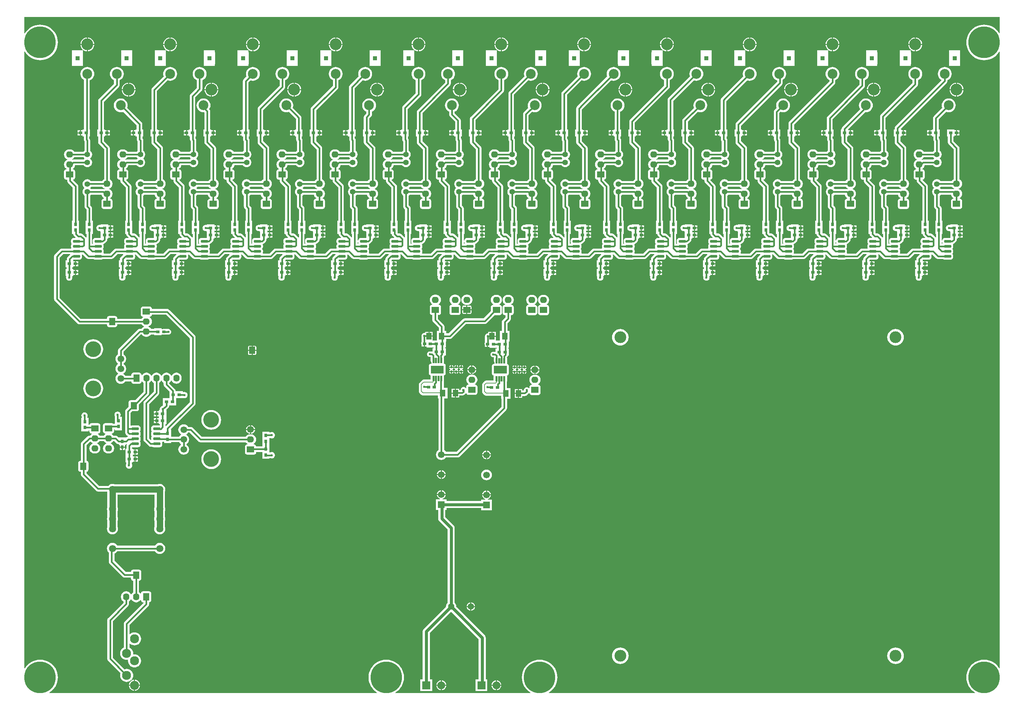
<source format=gtl>
G04*
G04 #@! TF.GenerationSoftware,Altium Limited,Altium Designer,19.1.6 (110)*
G04*
G04 Layer_Physical_Order=1*
G04 Layer_Color=255*
%FSLAX43Y43*%
%MOMM*%
G71*
G01*
G75*
%ADD11C,0.200*%
G04:AMPARAMS|DCode=15|XSize=1.78mm|YSize=0.72mm|CornerRadius=0.18mm|HoleSize=0mm|Usage=FLASHONLY|Rotation=0.000|XOffset=0mm|YOffset=0mm|HoleType=Round|Shape=RoundedRectangle|*
%AMROUNDEDRECTD15*
21,1,1.780,0.360,0,0,0.0*
21,1,1.420,0.720,0,0,0.0*
1,1,0.360,0.710,-0.180*
1,1,0.360,-0.710,-0.180*
1,1,0.360,-0.710,0.180*
1,1,0.360,0.710,0.180*
%
%ADD15ROUNDEDRECTD15*%
%ADD16R,0.900X0.800*%
%ADD17R,0.800X0.900*%
%ADD18R,1.400X1.700*%
%ADD19R,1.900X1.650*%
G04:AMPARAMS|DCode=20|XSize=0.45mm|YSize=1.4mm|CornerRadius=0.045mm|HoleSize=0mm|Usage=FLASHONLY|Rotation=0.000|XOffset=0mm|YOffset=0mm|HoleType=Round|Shape=RoundedRectangle|*
%AMROUNDEDRECTD20*
21,1,0.450,1.310,0,0,0.0*
21,1,0.360,1.400,0,0,0.0*
1,1,0.090,0.180,-0.655*
1,1,0.090,-0.180,-0.655*
1,1,0.090,-0.180,0.655*
1,1,0.090,0.180,0.655*
%
%ADD20ROUNDEDRECTD20*%
%ADD44C,0.400*%
%ADD45C,0.800*%
%ADD46C,1.600*%
%ADD47C,2.000*%
%ADD48R,2.000X2.000*%
G04:AMPARAMS|DCode=49|XSize=1.6mm|YSize=1.8mm|CornerRadius=0.08mm|HoleSize=0mm|Usage=FLASHONLY|Rotation=0.000|XOffset=0mm|YOffset=0mm|HoleType=Round|Shape=RoundedRectangle|*
%AMROUNDEDRECTD49*
21,1,1.600,1.640,0,0,0.0*
21,1,1.440,1.800,0,0,0.0*
1,1,0.160,0.720,-0.820*
1,1,0.160,-0.720,-0.820*
1,1,0.160,-0.720,0.820*
1,1,0.160,0.720,0.820*
%
%ADD49ROUNDEDRECTD49*%
%ADD50O,1.600X1.800*%
%ADD51C,4.000*%
%ADD52C,1.700*%
%ADD53O,1.800X1.600*%
G04:AMPARAMS|DCode=54|XSize=1.6mm|YSize=1.8mm|CornerRadius=0.08mm|HoleSize=0mm|Usage=FLASHONLY|Rotation=90.000|XOffset=0mm|YOffset=0mm|HoleType=Round|Shape=RoundedRectangle|*
%AMROUNDEDRECTD54*
21,1,1.600,1.640,0,0,90.0*
21,1,1.440,1.800,0,0,90.0*
1,1,0.160,0.820,0.720*
1,1,0.160,0.820,-0.720*
1,1,0.160,-0.820,-0.720*
1,1,0.160,-0.820,0.720*
%
%ADD54ROUNDEDRECTD54*%
%ADD55C,8.000*%
%ADD56C,2.500*%
%ADD57C,3.000*%
%ADD58R,1.000X1.000*%
%ADD59C,1.400*%
%ADD60C,1.600*%
%ADD61C,2.300*%
%ADD62C,1.800*%
%ADD63C,0.600*%
%ADD64R,1.700X1.700*%
G36*
X348991Y194855D02*
X348864Y194816D01*
X348578Y195245D01*
X348189Y195689D01*
X347745Y196078D01*
X347255Y196405D01*
X346726Y196666D01*
X346167Y196856D01*
X345589Y196971D01*
X345000Y197010D01*
X344411Y196971D01*
X343833Y196856D01*
X343274Y196666D01*
X342745Y196405D01*
X342255Y196078D01*
X341811Y195689D01*
X341422Y195245D01*
X341095Y194755D01*
X340834Y194226D01*
X340644Y193667D01*
X340529Y193089D01*
X340490Y192500D01*
X340529Y191911D01*
X340644Y191333D01*
X340834Y190774D01*
X341095Y190245D01*
X341422Y189755D01*
X341811Y189311D01*
X342255Y188922D01*
X342745Y188595D01*
X343274Y188334D01*
X343833Y188144D01*
X344411Y188029D01*
X345000Y187990D01*
X345589Y188029D01*
X346167Y188144D01*
X346726Y188334D01*
X347255Y188595D01*
X347745Y188922D01*
X348189Y189311D01*
X348578Y189755D01*
X348864Y190184D01*
X348991Y190145D01*
Y33355D01*
X348864Y33316D01*
X348578Y33745D01*
X348189Y34189D01*
X347745Y34578D01*
X347255Y34905D01*
X346726Y35166D01*
X346167Y35356D01*
X345589Y35471D01*
X345000Y35510D01*
X344411Y35471D01*
X343833Y35356D01*
X343274Y35166D01*
X342745Y34905D01*
X342255Y34578D01*
X341811Y34189D01*
X341422Y33745D01*
X341095Y33255D01*
X340834Y32726D01*
X340644Y32167D01*
X340529Y31589D01*
X340490Y31000D01*
X340529Y30411D01*
X340644Y29833D01*
X340834Y29274D01*
X341095Y28745D01*
X341422Y28255D01*
X341811Y27811D01*
X342255Y27422D01*
X342684Y27136D01*
X342645Y27009D01*
X234355D01*
X234316Y27136D01*
X234745Y27422D01*
X235189Y27811D01*
X235578Y28255D01*
X235905Y28745D01*
X236166Y29274D01*
X236356Y29833D01*
X236471Y30411D01*
X236510Y31000D01*
X236471Y31589D01*
X236356Y32167D01*
X236166Y32726D01*
X235905Y33255D01*
X235578Y33745D01*
X235189Y34189D01*
X234745Y34578D01*
X234255Y34905D01*
X233726Y35166D01*
X233167Y35356D01*
X232589Y35471D01*
X232000Y35510D01*
X231411Y35471D01*
X230833Y35356D01*
X230274Y35166D01*
X229745Y34905D01*
X229255Y34578D01*
X228811Y34189D01*
X228422Y33745D01*
X228095Y33255D01*
X227834Y32726D01*
X227644Y32167D01*
X227529Y31589D01*
X227490Y31000D01*
X227529Y30411D01*
X227644Y29833D01*
X227834Y29274D01*
X228095Y28745D01*
X228422Y28255D01*
X228811Y27811D01*
X229255Y27422D01*
X229684Y27136D01*
X229645Y27009D01*
X195355D01*
X195316Y27136D01*
X195745Y27422D01*
X196189Y27811D01*
X196578Y28255D01*
X196905Y28745D01*
X197166Y29274D01*
X197356Y29833D01*
X197471Y30411D01*
X197510Y31000D01*
X197471Y31589D01*
X197356Y32167D01*
X197166Y32726D01*
X196905Y33255D01*
X196578Y33745D01*
X196189Y34189D01*
X195745Y34578D01*
X195255Y34905D01*
X194726Y35166D01*
X194167Y35356D01*
X193589Y35471D01*
X193000Y35510D01*
X192411Y35471D01*
X191833Y35356D01*
X191274Y35166D01*
X190745Y34905D01*
X190255Y34578D01*
X189811Y34189D01*
X189422Y33745D01*
X189095Y33255D01*
X188834Y32726D01*
X188644Y32167D01*
X188529Y31589D01*
X188490Y31000D01*
X188529Y30411D01*
X188644Y29833D01*
X188834Y29274D01*
X189095Y28745D01*
X189422Y28255D01*
X189811Y27811D01*
X190255Y27422D01*
X190684Y27136D01*
X190645Y27009D01*
X107355D01*
X107316Y27136D01*
X107745Y27422D01*
X108189Y27811D01*
X108578Y28255D01*
X108905Y28745D01*
X109166Y29274D01*
X109356Y29833D01*
X109471Y30411D01*
X109510Y31000D01*
X109471Y31589D01*
X109356Y32167D01*
X109166Y32726D01*
X108905Y33255D01*
X108578Y33745D01*
X108189Y34189D01*
X107745Y34578D01*
X107255Y34905D01*
X106726Y35166D01*
X106167Y35356D01*
X105589Y35471D01*
X105000Y35510D01*
X104411Y35471D01*
X103833Y35356D01*
X103274Y35166D01*
X102745Y34905D01*
X102255Y34578D01*
X101811Y34189D01*
X101422Y33745D01*
X101136Y33316D01*
X101009Y33355D01*
Y190145D01*
X101136Y190184D01*
X101422Y189755D01*
X101811Y189311D01*
X102255Y188922D01*
X102745Y188595D01*
X103274Y188334D01*
X103833Y188144D01*
X104411Y188029D01*
X105000Y187990D01*
X105589Y188029D01*
X106167Y188144D01*
X106726Y188334D01*
X107255Y188595D01*
X107745Y188922D01*
X108189Y189311D01*
X108578Y189755D01*
X108905Y190245D01*
X109166Y190774D01*
X109356Y191333D01*
X109471Y191911D01*
X109510Y192500D01*
X109471Y193089D01*
X109356Y193667D01*
X109166Y194226D01*
X108905Y194755D01*
X108578Y195245D01*
X108189Y195689D01*
X107745Y196078D01*
X107255Y196405D01*
X106726Y196666D01*
X106167Y196856D01*
X105589Y196971D01*
X105000Y197010D01*
X104411Y196971D01*
X103833Y196856D01*
X103274Y196666D01*
X102745Y196405D01*
X102255Y196078D01*
X101811Y195689D01*
X101422Y195245D01*
X101136Y194816D01*
X101009Y194855D01*
Y198991D01*
X348991D01*
Y194855D01*
D02*
G37*
%LPC*%
G36*
X327627Y193750D02*
Y192127D01*
X329250D01*
X329229Y192344D01*
X329128Y192674D01*
X328965Y192979D01*
X328746Y193246D01*
X328479Y193465D01*
X328174Y193628D01*
X327844Y193729D01*
X327627Y193750D01*
D02*
G37*
G36*
X327373D02*
X327156Y193729D01*
X326826Y193628D01*
X326521Y193465D01*
X326254Y193246D01*
X326035Y192979D01*
X325872Y192674D01*
X325771Y192344D01*
X325750Y192127D01*
X327373D01*
Y193750D01*
D02*
G37*
G36*
X306577D02*
Y192127D01*
X308200D01*
X308179Y192344D01*
X308078Y192674D01*
X307915Y192979D01*
X307696Y193246D01*
X307429Y193465D01*
X307124Y193628D01*
X306794Y193729D01*
X306577Y193750D01*
D02*
G37*
G36*
X306323D02*
X306106Y193729D01*
X305776Y193628D01*
X305471Y193465D01*
X305204Y193246D01*
X304985Y192979D01*
X304822Y192674D01*
X304721Y192344D01*
X304700Y192127D01*
X306323D01*
Y193750D01*
D02*
G37*
G36*
X285527D02*
Y192127D01*
X287150D01*
X287129Y192344D01*
X287028Y192674D01*
X286865Y192979D01*
X286646Y193246D01*
X286379Y193465D01*
X286074Y193628D01*
X285744Y193729D01*
X285527Y193750D01*
D02*
G37*
G36*
X285273D02*
X285056Y193729D01*
X284726Y193628D01*
X284421Y193465D01*
X284154Y193246D01*
X283935Y192979D01*
X283772Y192674D01*
X283671Y192344D01*
X283650Y192127D01*
X285273D01*
Y193750D01*
D02*
G37*
G36*
X264477D02*
Y192127D01*
X266100D01*
X266079Y192344D01*
X265978Y192674D01*
X265815Y192979D01*
X265596Y193246D01*
X265329Y193465D01*
X265024Y193628D01*
X264694Y193729D01*
X264477Y193750D01*
D02*
G37*
G36*
X264223D02*
X264006Y193729D01*
X263676Y193628D01*
X263371Y193465D01*
X263104Y193246D01*
X262885Y192979D01*
X262722Y192674D01*
X262621Y192344D01*
X262600Y192127D01*
X264223D01*
Y193750D01*
D02*
G37*
G36*
X243427D02*
Y192127D01*
X245050D01*
X245029Y192344D01*
X244928Y192674D01*
X244765Y192979D01*
X244546Y193246D01*
X244279Y193465D01*
X243974Y193628D01*
X243644Y193729D01*
X243427Y193750D01*
D02*
G37*
G36*
X243173D02*
X242956Y193729D01*
X242626Y193628D01*
X242321Y193465D01*
X242054Y193246D01*
X241835Y192979D01*
X241672Y192674D01*
X241571Y192344D01*
X241550Y192127D01*
X243173D01*
Y193750D01*
D02*
G37*
G36*
X222377D02*
Y192127D01*
X224000D01*
X223979Y192344D01*
X223878Y192674D01*
X223715Y192979D01*
X223496Y193246D01*
X223229Y193465D01*
X222924Y193628D01*
X222594Y193729D01*
X222377Y193750D01*
D02*
G37*
G36*
X222123D02*
X221906Y193729D01*
X221576Y193628D01*
X221271Y193465D01*
X221004Y193246D01*
X220785Y192979D01*
X220622Y192674D01*
X220521Y192344D01*
X220500Y192127D01*
X222123D01*
Y193750D01*
D02*
G37*
G36*
X201327D02*
Y192127D01*
X202950D01*
X202929Y192344D01*
X202828Y192674D01*
X202665Y192979D01*
X202446Y193246D01*
X202179Y193465D01*
X201874Y193628D01*
X201544Y193729D01*
X201327Y193750D01*
D02*
G37*
G36*
X201073D02*
X200856Y193729D01*
X200526Y193628D01*
X200221Y193465D01*
X199954Y193246D01*
X199735Y192979D01*
X199572Y192674D01*
X199471Y192344D01*
X199450Y192127D01*
X201073D01*
Y193750D01*
D02*
G37*
G36*
X180277D02*
Y192127D01*
X181900D01*
X181879Y192344D01*
X181778Y192674D01*
X181615Y192979D01*
X181396Y193246D01*
X181129Y193465D01*
X180824Y193628D01*
X180494Y193729D01*
X180277Y193750D01*
D02*
G37*
G36*
X180023D02*
X179806Y193729D01*
X179476Y193628D01*
X179171Y193465D01*
X178904Y193246D01*
X178685Y192979D01*
X178522Y192674D01*
X178421Y192344D01*
X178400Y192127D01*
X180023D01*
Y193750D01*
D02*
G37*
G36*
X159227D02*
Y192127D01*
X160850D01*
X160829Y192344D01*
X160728Y192674D01*
X160565Y192979D01*
X160346Y193246D01*
X160079Y193465D01*
X159774Y193628D01*
X159444Y193729D01*
X159227Y193750D01*
D02*
G37*
G36*
X158973D02*
X158756Y193729D01*
X158426Y193628D01*
X158121Y193465D01*
X157854Y193246D01*
X157635Y192979D01*
X157472Y192674D01*
X157371Y192344D01*
X157350Y192127D01*
X158973D01*
Y193750D01*
D02*
G37*
G36*
X138177D02*
Y192127D01*
X139800D01*
X139779Y192344D01*
X139678Y192674D01*
X139515Y192979D01*
X139296Y193246D01*
X139029Y193465D01*
X138724Y193628D01*
X138394Y193729D01*
X138177Y193750D01*
D02*
G37*
G36*
X137923D02*
X137706Y193729D01*
X137376Y193628D01*
X137071Y193465D01*
X136804Y193246D01*
X136585Y192979D01*
X136422Y192674D01*
X136321Y192344D01*
X136300Y192127D01*
X137923D01*
Y193750D01*
D02*
G37*
G36*
X117127D02*
Y192127D01*
X118750D01*
X118729Y192344D01*
X118628Y192674D01*
X118465Y192979D01*
X118246Y193246D01*
X117979Y193465D01*
X117674Y193628D01*
X117344Y193729D01*
X117127Y193750D01*
D02*
G37*
G36*
X116873D02*
X116656Y193729D01*
X116326Y193628D01*
X116021Y193465D01*
X115754Y193246D01*
X115535Y192979D01*
X115372Y192674D01*
X115271Y192344D01*
X115250Y192127D01*
X116873D01*
Y193750D01*
D02*
G37*
G36*
X329250Y191873D02*
X327627D01*
Y190250D01*
X327844Y190271D01*
X328174Y190372D01*
X328479Y190535D01*
X328746Y190754D01*
X328965Y191021D01*
X329128Y191326D01*
X329229Y191656D01*
X329250Y191873D01*
D02*
G37*
G36*
X327373D02*
X325750D01*
X325771Y191656D01*
X325872Y191326D01*
X326035Y191021D01*
X326254Y190754D01*
X326416Y190620D01*
X326363Y190500D01*
X326286Y190500D01*
X325949D01*
X325900Y190510D01*
X324100D01*
X324051Y190500D01*
X323600D01*
Y190049D01*
X323590Y190000D01*
Y187000D01*
X323600Y186951D01*
Y186500D01*
X324051D01*
X324100Y186490D01*
X325900D01*
X325949Y186500D01*
X326400D01*
Y186951D01*
X326410Y187000D01*
Y190000D01*
X326400Y190049D01*
Y190382D01*
X326400Y190469D01*
X326508Y190545D01*
X326521Y190535D01*
X326826Y190372D01*
X327156Y190271D01*
X327373Y190250D01*
Y191873D01*
D02*
G37*
G36*
X308200D02*
X306577D01*
Y190250D01*
X306794Y190271D01*
X307124Y190372D01*
X307429Y190535D01*
X307696Y190754D01*
X307915Y191021D01*
X308078Y191326D01*
X308179Y191656D01*
X308200Y191873D01*
D02*
G37*
G36*
X306323D02*
X304700D01*
X304721Y191656D01*
X304822Y191326D01*
X304985Y191021D01*
X305204Y190754D01*
X305366Y190620D01*
X305313Y190500D01*
X305236Y190500D01*
X304899D01*
X304850Y190510D01*
X303050D01*
X303001Y190500D01*
X302550D01*
Y190049D01*
X302540Y190000D01*
Y187000D01*
X302550Y186951D01*
Y186500D01*
X303001D01*
X303050Y186490D01*
X304850D01*
X304899Y186500D01*
X305350D01*
Y186951D01*
X305360Y187000D01*
Y190000D01*
X305350Y190049D01*
Y190382D01*
X305350Y190469D01*
X305458Y190545D01*
X305471Y190535D01*
X305776Y190372D01*
X306106Y190271D01*
X306323Y190250D01*
Y191873D01*
D02*
G37*
G36*
X287150D02*
X285527D01*
Y190250D01*
X285744Y190271D01*
X286074Y190372D01*
X286379Y190535D01*
X286646Y190754D01*
X286865Y191021D01*
X287028Y191326D01*
X287129Y191656D01*
X287150Y191873D01*
D02*
G37*
G36*
X285273D02*
X283650D01*
X283671Y191656D01*
X283772Y191326D01*
X283935Y191021D01*
X284154Y190754D01*
X284316Y190620D01*
X284263Y190500D01*
X284186Y190500D01*
X283849D01*
X283800Y190510D01*
X282000D01*
X281951Y190500D01*
X281500D01*
Y190049D01*
X281490Y190000D01*
Y187000D01*
X281500Y186951D01*
Y186500D01*
X281951D01*
X282000Y186490D01*
X283800D01*
X283849Y186500D01*
X284300D01*
Y186951D01*
X284310Y187000D01*
Y190000D01*
X284300Y190049D01*
Y190382D01*
X284300Y190469D01*
X284408Y190545D01*
X284421Y190535D01*
X284726Y190372D01*
X285056Y190271D01*
X285273Y190250D01*
Y191873D01*
D02*
G37*
G36*
X266100D02*
X264477D01*
Y190250D01*
X264694Y190271D01*
X265024Y190372D01*
X265329Y190535D01*
X265596Y190754D01*
X265815Y191021D01*
X265978Y191326D01*
X266079Y191656D01*
X266100Y191873D01*
D02*
G37*
G36*
X264223D02*
X262600D01*
X262621Y191656D01*
X262722Y191326D01*
X262885Y191021D01*
X263104Y190754D01*
X263266Y190620D01*
X263213Y190500D01*
X263136Y190500D01*
X262799D01*
X262750Y190510D01*
X260950D01*
X260901Y190500D01*
X260450D01*
Y190049D01*
X260440Y190000D01*
Y187000D01*
X260450Y186951D01*
Y186500D01*
X260901D01*
X260950Y186490D01*
X262750D01*
X262799Y186500D01*
X263250D01*
Y186951D01*
X263260Y187000D01*
Y190000D01*
X263250Y190049D01*
Y190382D01*
X263250Y190469D01*
X263358Y190545D01*
X263371Y190535D01*
X263676Y190372D01*
X264006Y190271D01*
X264223Y190250D01*
Y191873D01*
D02*
G37*
G36*
X245050D02*
X243427D01*
Y190250D01*
X243644Y190271D01*
X243974Y190372D01*
X244279Y190535D01*
X244546Y190754D01*
X244765Y191021D01*
X244928Y191326D01*
X245029Y191656D01*
X245050Y191873D01*
D02*
G37*
G36*
X243173D02*
X241550D01*
X241571Y191656D01*
X241672Y191326D01*
X241835Y191021D01*
X242054Y190754D01*
X242216Y190620D01*
X242163Y190500D01*
X242086Y190500D01*
X241749D01*
X241700Y190510D01*
X239900D01*
X239851Y190500D01*
X239400D01*
Y190049D01*
X239390Y190000D01*
Y187000D01*
X239400Y186951D01*
Y186500D01*
X239851D01*
X239900Y186490D01*
X241700D01*
X241749Y186500D01*
X242200D01*
Y186951D01*
X242210Y187000D01*
Y190000D01*
X242200Y190049D01*
Y190382D01*
X242200Y190469D01*
X242308Y190545D01*
X242321Y190535D01*
X242626Y190372D01*
X242956Y190271D01*
X243173Y190250D01*
Y191873D01*
D02*
G37*
G36*
X224000D02*
X222377D01*
Y190250D01*
X222594Y190271D01*
X222924Y190372D01*
X223229Y190535D01*
X223496Y190754D01*
X223715Y191021D01*
X223878Y191326D01*
X223979Y191656D01*
X224000Y191873D01*
D02*
G37*
G36*
X222123D02*
X220500D01*
X220521Y191656D01*
X220622Y191326D01*
X220785Y191021D01*
X221004Y190754D01*
X221166Y190620D01*
X221113Y190500D01*
X221036Y190500D01*
X220699D01*
X220650Y190510D01*
X218850D01*
X218801Y190500D01*
X218350D01*
Y190049D01*
X218340Y190000D01*
Y187000D01*
X218350Y186951D01*
Y186500D01*
X218801D01*
X218850Y186490D01*
X220650D01*
X220699Y186500D01*
X221150D01*
Y186951D01*
X221160Y187000D01*
Y190000D01*
X221150Y190049D01*
Y190382D01*
X221150Y190469D01*
X221258Y190545D01*
X221271Y190535D01*
X221576Y190372D01*
X221906Y190271D01*
X222123Y190250D01*
Y191873D01*
D02*
G37*
G36*
X202950D02*
X201327D01*
Y190250D01*
X201544Y190271D01*
X201874Y190372D01*
X202179Y190535D01*
X202446Y190754D01*
X202665Y191021D01*
X202828Y191326D01*
X202929Y191656D01*
X202950Y191873D01*
D02*
G37*
G36*
X201073D02*
X199450D01*
X199471Y191656D01*
X199572Y191326D01*
X199735Y191021D01*
X199954Y190754D01*
X200116Y190620D01*
X200063Y190500D01*
X199986Y190500D01*
X199649D01*
X199600Y190510D01*
X197800D01*
X197751Y190500D01*
X197300D01*
Y190049D01*
X197290Y190000D01*
Y187000D01*
X197300Y186951D01*
Y186500D01*
X197751D01*
X197800Y186490D01*
X199600D01*
X199649Y186500D01*
X200100D01*
Y186951D01*
X200110Y187000D01*
Y190000D01*
X200100Y190049D01*
Y190382D01*
X200100Y190469D01*
X200208Y190545D01*
X200221Y190535D01*
X200526Y190372D01*
X200856Y190271D01*
X201073Y190250D01*
Y191873D01*
D02*
G37*
G36*
X181900D02*
X180277D01*
Y190250D01*
X180494Y190271D01*
X180824Y190372D01*
X181129Y190535D01*
X181396Y190754D01*
X181615Y191021D01*
X181778Y191326D01*
X181879Y191656D01*
X181900Y191873D01*
D02*
G37*
G36*
X180023D02*
X178400D01*
X178421Y191656D01*
X178522Y191326D01*
X178685Y191021D01*
X178904Y190754D01*
X179066Y190620D01*
X179013Y190500D01*
X178936Y190500D01*
X178599D01*
X178550Y190510D01*
X176750D01*
X176701Y190500D01*
X176250D01*
Y190049D01*
X176240Y190000D01*
Y187000D01*
X176250Y186951D01*
Y186500D01*
X176701D01*
X176750Y186490D01*
X178550D01*
X178599Y186500D01*
X179050D01*
Y186951D01*
X179060Y187000D01*
Y190000D01*
X179050Y190049D01*
Y190382D01*
X179050Y190469D01*
X179158Y190545D01*
X179171Y190535D01*
X179476Y190372D01*
X179806Y190271D01*
X180023Y190250D01*
Y191873D01*
D02*
G37*
G36*
X160850D02*
X159227D01*
Y190250D01*
X159444Y190271D01*
X159774Y190372D01*
X160079Y190535D01*
X160346Y190754D01*
X160565Y191021D01*
X160728Y191326D01*
X160829Y191656D01*
X160850Y191873D01*
D02*
G37*
G36*
X158973D02*
X157350D01*
X157371Y191656D01*
X157472Y191326D01*
X157635Y191021D01*
X157854Y190754D01*
X158016Y190620D01*
X157963Y190500D01*
X157886Y190500D01*
X157549D01*
X157500Y190510D01*
X155700D01*
X155651Y190500D01*
X155200D01*
Y190049D01*
X155190Y190000D01*
Y187000D01*
X155200Y186951D01*
Y186500D01*
X155651D01*
X155700Y186490D01*
X157500D01*
X157549Y186500D01*
X158000D01*
Y186951D01*
X158010Y187000D01*
Y190000D01*
X158000Y190049D01*
Y190382D01*
X158000Y190469D01*
X158109Y190545D01*
X158121Y190535D01*
X158426Y190372D01*
X158756Y190271D01*
X158973Y190250D01*
Y191873D01*
D02*
G37*
G36*
X139800D02*
X138177D01*
Y190250D01*
X138394Y190271D01*
X138724Y190372D01*
X139029Y190535D01*
X139296Y190754D01*
X139515Y191021D01*
X139678Y191326D01*
X139779Y191656D01*
X139800Y191873D01*
D02*
G37*
G36*
X137923D02*
X136300D01*
X136321Y191656D01*
X136422Y191326D01*
X136585Y191021D01*
X136804Y190754D01*
X136966Y190620D01*
X136913Y190500D01*
X136836Y190500D01*
X136499D01*
X136450Y190510D01*
X134650D01*
X134601Y190500D01*
X134150D01*
Y190049D01*
X134140Y190000D01*
Y187000D01*
X134150Y186951D01*
Y186500D01*
X134601D01*
X134650Y186490D01*
X136450D01*
X136499Y186500D01*
X136950D01*
Y186951D01*
X136960Y187000D01*
Y190000D01*
X136950Y190049D01*
Y190382D01*
X136950Y190469D01*
X137059Y190545D01*
X137071Y190535D01*
X137376Y190372D01*
X137706Y190271D01*
X137923Y190250D01*
Y191873D01*
D02*
G37*
G36*
X118750D02*
X117127D01*
Y190250D01*
X117344Y190271D01*
X117674Y190372D01*
X117979Y190535D01*
X118246Y190754D01*
X118465Y191021D01*
X118628Y191326D01*
X118729Y191656D01*
X118750Y191873D01*
D02*
G37*
G36*
X116873D02*
X115250D01*
X115271Y191656D01*
X115372Y191326D01*
X115535Y191021D01*
X115754Y190754D01*
X115916Y190620D01*
X115863Y190500D01*
X115786Y190500D01*
X115449D01*
X115400Y190510D01*
X113600D01*
X113551Y190500D01*
X113100D01*
Y190049D01*
X113090Y190000D01*
Y187000D01*
X113100Y186951D01*
Y186500D01*
X113551D01*
X113600Y186490D01*
X115400D01*
X115449Y186500D01*
X115900D01*
Y186951D01*
X115910Y187000D01*
Y190000D01*
X115900Y190049D01*
Y190382D01*
X115900Y190469D01*
X116008Y190545D01*
X116021Y190535D01*
X116326Y190372D01*
X116656Y190271D01*
X116873Y190250D01*
Y191873D01*
D02*
G37*
G36*
X338400Y190510D02*
X336600D01*
X336551Y190500D01*
X336100D01*
Y190049D01*
X336090Y190000D01*
Y187000D01*
X336100Y186951D01*
Y186500D01*
X336551D01*
X336600Y186490D01*
X338400D01*
X338449Y186500D01*
X338900D01*
Y186951D01*
X338910Y187000D01*
Y190000D01*
X338900Y190049D01*
Y190500D01*
X338449D01*
X338400Y190510D01*
D02*
G37*
G36*
X317350D02*
X315550D01*
X315501Y190500D01*
X315050D01*
Y190049D01*
X315040Y190000D01*
Y187000D01*
X315050Y186951D01*
Y186500D01*
X315501D01*
X315550Y186490D01*
X317350D01*
X317399Y186500D01*
X317850D01*
Y186951D01*
X317860Y187000D01*
Y190000D01*
X317850Y190049D01*
Y190500D01*
X317399D01*
X317350Y190510D01*
D02*
G37*
G36*
X296300D02*
X294500D01*
X294451Y190500D01*
X294000D01*
Y190049D01*
X293990Y190000D01*
Y187000D01*
X294000Y186951D01*
Y186500D01*
X294451D01*
X294500Y186490D01*
X296300D01*
X296349Y186500D01*
X296800D01*
Y186951D01*
X296810Y187000D01*
Y190000D01*
X296800Y190049D01*
Y190500D01*
X296349D01*
X296300Y190510D01*
D02*
G37*
G36*
X275250D02*
X273450D01*
X273401Y190500D01*
X272950D01*
Y190049D01*
X272940Y190000D01*
Y187000D01*
X272950Y186951D01*
Y186500D01*
X273401D01*
X273450Y186490D01*
X275250D01*
X275299Y186500D01*
X275750D01*
Y186951D01*
X275760Y187000D01*
Y190000D01*
X275750Y190049D01*
Y190500D01*
X275299D01*
X275250Y190510D01*
D02*
G37*
G36*
X254200D02*
X252400D01*
X252351Y190500D01*
X251900D01*
Y190049D01*
X251890Y190000D01*
Y187000D01*
X251900Y186951D01*
Y186500D01*
X252351D01*
X252400Y186490D01*
X254200D01*
X254249Y186500D01*
X254700D01*
Y186951D01*
X254710Y187000D01*
Y190000D01*
X254700Y190049D01*
Y190500D01*
X254249D01*
X254200Y190510D01*
D02*
G37*
G36*
X233150D02*
X231350D01*
X231301Y190500D01*
X230850D01*
Y190049D01*
X230840Y190000D01*
Y187000D01*
X230850Y186951D01*
Y186500D01*
X231301D01*
X231350Y186490D01*
X233150D01*
X233199Y186500D01*
X233650D01*
Y186951D01*
X233660Y187000D01*
Y190000D01*
X233650Y190049D01*
Y190500D01*
X233199D01*
X233150Y190510D01*
D02*
G37*
G36*
X212100D02*
X210300D01*
X210251Y190500D01*
X209800D01*
Y190049D01*
X209790Y190000D01*
Y187000D01*
X209800Y186951D01*
Y186500D01*
X210251D01*
X210300Y186490D01*
X212100D01*
X212149Y186500D01*
X212600D01*
Y186951D01*
X212610Y187000D01*
Y190000D01*
X212600Y190049D01*
Y190500D01*
X212149D01*
X212100Y190510D01*
D02*
G37*
G36*
X191050D02*
X189250D01*
X189201Y190500D01*
X188750D01*
Y190049D01*
X188740Y190000D01*
Y187000D01*
X188750Y186951D01*
Y186500D01*
X189201D01*
X189250Y186490D01*
X191050D01*
X191099Y186500D01*
X191550D01*
Y186951D01*
X191560Y187000D01*
Y190000D01*
X191550Y190049D01*
Y190500D01*
X191099D01*
X191050Y190510D01*
D02*
G37*
G36*
X170000D02*
X168200D01*
X168151Y190500D01*
X167700D01*
Y190049D01*
X167690Y190000D01*
Y187000D01*
X167700Y186951D01*
Y186500D01*
X168151D01*
X168200Y186490D01*
X170000D01*
X170049Y186500D01*
X170500D01*
Y186951D01*
X170510Y187000D01*
Y190000D01*
X170500Y190049D01*
Y190500D01*
X170049D01*
X170000Y190510D01*
D02*
G37*
G36*
X148950D02*
X147150D01*
X147101Y190500D01*
X146650D01*
Y190049D01*
X146640Y190000D01*
Y187000D01*
X146650Y186951D01*
Y186500D01*
X147101D01*
X147150Y186490D01*
X148950D01*
X148999Y186500D01*
X149450D01*
Y186951D01*
X149460Y187000D01*
Y190000D01*
X149450Y190049D01*
Y190500D01*
X148999D01*
X148950Y190510D01*
D02*
G37*
G36*
X127900D02*
X126100D01*
X126051Y190500D01*
X125600D01*
Y190049D01*
X125590Y190000D01*
Y187000D01*
X125600Y186951D01*
Y186500D01*
X126051D01*
X126100Y186490D01*
X127900D01*
X127949Y186500D01*
X128400D01*
Y186951D01*
X128410Y187000D01*
Y190000D01*
X128400Y190049D01*
Y190500D01*
X127949D01*
X127900Y190510D01*
D02*
G37*
G36*
X338127Y182250D02*
Y180627D01*
X339750D01*
X339729Y180844D01*
X339628Y181174D01*
X339465Y181479D01*
X339246Y181746D01*
X338979Y181965D01*
X338674Y182128D01*
X338344Y182229D01*
X338127Y182250D01*
D02*
G37*
G36*
X337873D02*
X337656Y182229D01*
X337326Y182128D01*
X337021Y181965D01*
X336754Y181746D01*
X336535Y181479D01*
X336372Y181174D01*
X336271Y180844D01*
X336250Y180627D01*
X337873D01*
Y182250D01*
D02*
G37*
G36*
X317077D02*
Y180627D01*
X318700D01*
X318679Y180844D01*
X318578Y181174D01*
X318415Y181479D01*
X318196Y181746D01*
X317929Y181965D01*
X317624Y182128D01*
X317294Y182229D01*
X317077Y182250D01*
D02*
G37*
G36*
X316823D02*
X316606Y182229D01*
X316276Y182128D01*
X315971Y181965D01*
X315704Y181746D01*
X315485Y181479D01*
X315322Y181174D01*
X315221Y180844D01*
X315200Y180627D01*
X316823D01*
Y182250D01*
D02*
G37*
G36*
X296027D02*
Y180627D01*
X297650D01*
X297629Y180844D01*
X297528Y181174D01*
X297365Y181479D01*
X297146Y181746D01*
X296879Y181965D01*
X296574Y182128D01*
X296244Y182229D01*
X296027Y182250D01*
D02*
G37*
G36*
X295773D02*
X295556Y182229D01*
X295226Y182128D01*
X294921Y181965D01*
X294654Y181746D01*
X294435Y181479D01*
X294272Y181174D01*
X294171Y180844D01*
X294150Y180627D01*
X295773D01*
Y182250D01*
D02*
G37*
G36*
X274977D02*
Y180627D01*
X276600D01*
X276579Y180844D01*
X276478Y181174D01*
X276315Y181479D01*
X276096Y181746D01*
X275829Y181965D01*
X275524Y182128D01*
X275194Y182229D01*
X274977Y182250D01*
D02*
G37*
G36*
X274723D02*
X274506Y182229D01*
X274176Y182128D01*
X273871Y181965D01*
X273604Y181746D01*
X273385Y181479D01*
X273222Y181174D01*
X273121Y180844D01*
X273100Y180627D01*
X274723D01*
Y182250D01*
D02*
G37*
G36*
X253927D02*
Y180627D01*
X255550D01*
X255529Y180844D01*
X255428Y181174D01*
X255265Y181479D01*
X255046Y181746D01*
X254779Y181965D01*
X254474Y182128D01*
X254144Y182229D01*
X253927Y182250D01*
D02*
G37*
G36*
X253673D02*
X253456Y182229D01*
X253126Y182128D01*
X252821Y181965D01*
X252554Y181746D01*
X252335Y181479D01*
X252172Y181174D01*
X252071Y180844D01*
X252050Y180627D01*
X253673D01*
Y182250D01*
D02*
G37*
G36*
X232877D02*
Y180627D01*
X234500D01*
X234479Y180844D01*
X234378Y181174D01*
X234215Y181479D01*
X233996Y181746D01*
X233729Y181965D01*
X233424Y182128D01*
X233094Y182229D01*
X232877Y182250D01*
D02*
G37*
G36*
X232623D02*
X232406Y182229D01*
X232076Y182128D01*
X231771Y181965D01*
X231504Y181746D01*
X231285Y181479D01*
X231122Y181174D01*
X231021Y180844D01*
X231000Y180627D01*
X232623D01*
Y182250D01*
D02*
G37*
G36*
X211827D02*
Y180627D01*
X213450D01*
X213429Y180844D01*
X213328Y181174D01*
X213165Y181479D01*
X212946Y181746D01*
X212679Y181965D01*
X212374Y182128D01*
X212044Y182229D01*
X211827Y182250D01*
D02*
G37*
G36*
X211573D02*
X211356Y182229D01*
X211026Y182128D01*
X210721Y181965D01*
X210454Y181746D01*
X210235Y181479D01*
X210072Y181174D01*
X209971Y180844D01*
X209950Y180627D01*
X211573D01*
Y182250D01*
D02*
G37*
G36*
X190777D02*
Y180627D01*
X192400D01*
X192379Y180844D01*
X192278Y181174D01*
X192115Y181479D01*
X191896Y181746D01*
X191629Y181965D01*
X191324Y182128D01*
X190994Y182229D01*
X190777Y182250D01*
D02*
G37*
G36*
X190523D02*
X190306Y182229D01*
X189976Y182128D01*
X189671Y181965D01*
X189404Y181746D01*
X189185Y181479D01*
X189022Y181174D01*
X188921Y180844D01*
X188900Y180627D01*
X190523D01*
Y182250D01*
D02*
G37*
G36*
X169727D02*
Y180627D01*
X171350D01*
X171329Y180844D01*
X171228Y181174D01*
X171065Y181479D01*
X170846Y181746D01*
X170579Y181965D01*
X170274Y182128D01*
X169944Y182229D01*
X169727Y182250D01*
D02*
G37*
G36*
X169473D02*
X169256Y182229D01*
X168926Y182128D01*
X168621Y181965D01*
X168354Y181746D01*
X168135Y181479D01*
X167972Y181174D01*
X167871Y180844D01*
X167850Y180627D01*
X169473D01*
Y182250D01*
D02*
G37*
G36*
X148677D02*
Y180627D01*
X150300D01*
X150279Y180844D01*
X150178Y181174D01*
X150015Y181479D01*
X149796Y181746D01*
X149529Y181965D01*
X149224Y182128D01*
X148894Y182229D01*
X148677Y182250D01*
D02*
G37*
G36*
X148423D02*
X148206Y182229D01*
X147876Y182128D01*
X147571Y181965D01*
X147304Y181746D01*
X147085Y181479D01*
X146922Y181174D01*
X146821Y180844D01*
X146800Y180627D01*
X148423D01*
Y182250D01*
D02*
G37*
G36*
X127627D02*
Y180627D01*
X129250D01*
X129229Y180844D01*
X129128Y181174D01*
X128965Y181479D01*
X128746Y181746D01*
X128479Y181965D01*
X128174Y182128D01*
X127844Y182229D01*
X127627Y182250D01*
D02*
G37*
G36*
X127373D02*
X127156Y182229D01*
X126826Y182128D01*
X126521Y181965D01*
X126254Y181746D01*
X126035Y181479D01*
X125872Y181174D01*
X125771Y180844D01*
X125750Y180627D01*
X127373D01*
Y182250D01*
D02*
G37*
G36*
X339750Y180373D02*
X338127D01*
Y178750D01*
X338344Y178771D01*
X338674Y178872D01*
X338979Y179035D01*
X339246Y179254D01*
X339465Y179521D01*
X339628Y179826D01*
X339729Y180156D01*
X339750Y180373D01*
D02*
G37*
G36*
X337873D02*
X336250D01*
X336271Y180156D01*
X336372Y179826D01*
X336535Y179521D01*
X336754Y179254D01*
X337021Y179035D01*
X337326Y178872D01*
X337656Y178771D01*
X337873Y178750D01*
Y180373D01*
D02*
G37*
G36*
X318700D02*
X317077D01*
Y178750D01*
X317294Y178771D01*
X317624Y178872D01*
X317929Y179035D01*
X318196Y179254D01*
X318415Y179521D01*
X318578Y179826D01*
X318679Y180156D01*
X318700Y180373D01*
D02*
G37*
G36*
X316823D02*
X315200D01*
X315221Y180156D01*
X315322Y179826D01*
X315485Y179521D01*
X315704Y179254D01*
X315971Y179035D01*
X316276Y178872D01*
X316606Y178771D01*
X316823Y178750D01*
Y180373D01*
D02*
G37*
G36*
X297650D02*
X296027D01*
Y178750D01*
X296244Y178771D01*
X296574Y178872D01*
X296879Y179035D01*
X297146Y179254D01*
X297365Y179521D01*
X297528Y179826D01*
X297629Y180156D01*
X297650Y180373D01*
D02*
G37*
G36*
X295773D02*
X294150D01*
X294171Y180156D01*
X294272Y179826D01*
X294435Y179521D01*
X294654Y179254D01*
X294921Y179035D01*
X295226Y178872D01*
X295556Y178771D01*
X295773Y178750D01*
Y180373D01*
D02*
G37*
G36*
X276600D02*
X274977D01*
Y178750D01*
X275194Y178771D01*
X275524Y178872D01*
X275829Y179035D01*
X276096Y179254D01*
X276315Y179521D01*
X276478Y179826D01*
X276579Y180156D01*
X276600Y180373D01*
D02*
G37*
G36*
X274723D02*
X273100D01*
X273121Y180156D01*
X273222Y179826D01*
X273385Y179521D01*
X273604Y179254D01*
X273871Y179035D01*
X274176Y178872D01*
X274506Y178771D01*
X274723Y178750D01*
Y180373D01*
D02*
G37*
G36*
X255550D02*
X253927D01*
Y178750D01*
X254144Y178771D01*
X254474Y178872D01*
X254779Y179035D01*
X255046Y179254D01*
X255265Y179521D01*
X255428Y179826D01*
X255529Y180156D01*
X255550Y180373D01*
D02*
G37*
G36*
X253673D02*
X252050D01*
X252071Y180156D01*
X252172Y179826D01*
X252335Y179521D01*
X252554Y179254D01*
X252821Y179035D01*
X253126Y178872D01*
X253456Y178771D01*
X253673Y178750D01*
Y180373D01*
D02*
G37*
G36*
X234500D02*
X232877D01*
Y178750D01*
X233094Y178771D01*
X233424Y178872D01*
X233729Y179035D01*
X233996Y179254D01*
X234215Y179521D01*
X234378Y179826D01*
X234479Y180156D01*
X234500Y180373D01*
D02*
G37*
G36*
X232623D02*
X231000D01*
X231021Y180156D01*
X231122Y179826D01*
X231285Y179521D01*
X231504Y179254D01*
X231771Y179035D01*
X232076Y178872D01*
X232406Y178771D01*
X232623Y178750D01*
Y180373D01*
D02*
G37*
G36*
X213450D02*
X211827D01*
Y178750D01*
X212044Y178771D01*
X212374Y178872D01*
X212679Y179035D01*
X212946Y179254D01*
X213165Y179521D01*
X213328Y179826D01*
X213429Y180156D01*
X213450Y180373D01*
D02*
G37*
G36*
X211573D02*
X209950D01*
X209971Y180156D01*
X210072Y179826D01*
X210235Y179521D01*
X210454Y179254D01*
X210721Y179035D01*
X211026Y178872D01*
X211356Y178771D01*
X211573Y178750D01*
Y180373D01*
D02*
G37*
G36*
X192400D02*
X190777D01*
Y178750D01*
X190994Y178771D01*
X191324Y178872D01*
X191629Y179035D01*
X191896Y179254D01*
X192115Y179521D01*
X192278Y179826D01*
X192379Y180156D01*
X192400Y180373D01*
D02*
G37*
G36*
X190523D02*
X188900D01*
X188921Y180156D01*
X189022Y179826D01*
X189185Y179521D01*
X189404Y179254D01*
X189671Y179035D01*
X189976Y178872D01*
X190306Y178771D01*
X190523Y178750D01*
Y180373D01*
D02*
G37*
G36*
X171350D02*
X169727D01*
Y178750D01*
X169944Y178771D01*
X170274Y178872D01*
X170579Y179035D01*
X170846Y179254D01*
X171065Y179521D01*
X171228Y179826D01*
X171329Y180156D01*
X171350Y180373D01*
D02*
G37*
G36*
X169473D02*
X167850D01*
X167871Y180156D01*
X167972Y179826D01*
X168135Y179521D01*
X168354Y179254D01*
X168621Y179035D01*
X168926Y178872D01*
X169256Y178771D01*
X169473Y178750D01*
Y180373D01*
D02*
G37*
G36*
X150300D02*
X148677D01*
Y178750D01*
X148894Y178771D01*
X149224Y178872D01*
X149529Y179035D01*
X149796Y179254D01*
X150015Y179521D01*
X150178Y179826D01*
X150279Y180156D01*
X150300Y180373D01*
D02*
G37*
G36*
X148423D02*
X146800D01*
X146821Y180156D01*
X146922Y179826D01*
X147085Y179521D01*
X147304Y179254D01*
X147571Y179035D01*
X147876Y178872D01*
X148206Y178771D01*
X148423Y178750D01*
Y180373D01*
D02*
G37*
G36*
X129250D02*
X127627D01*
Y178750D01*
X127844Y178771D01*
X128174Y178872D01*
X128479Y179035D01*
X128746Y179254D01*
X128965Y179521D01*
X129128Y179826D01*
X129229Y180156D01*
X129250Y180373D01*
D02*
G37*
G36*
X127373D02*
X125750D01*
X125771Y180156D01*
X125872Y179826D01*
X126035Y179521D01*
X126254Y179254D01*
X126521Y179035D01*
X126826Y178872D01*
X127156Y178771D01*
X127373Y178750D01*
Y180373D01*
D02*
G37*
G36*
X223123Y170154D02*
X222546D01*
Y169627D01*
X223123D01*
Y170154D01*
D02*
G37*
G36*
X209623D02*
X209046D01*
Y169627D01*
X209623D01*
Y170154D01*
D02*
G37*
G36*
X182623D02*
X182046D01*
Y169627D01*
X182623D01*
Y170154D01*
D02*
G37*
G36*
X196123D02*
X195546D01*
Y169627D01*
X196123D01*
Y170154D01*
D02*
G37*
G36*
X155623D02*
X155046D01*
Y169627D01*
X155623D01*
Y170154D01*
D02*
G37*
G36*
X169123D02*
X168546D01*
Y169627D01*
X169123D01*
Y170154D01*
D02*
G37*
G36*
X331123D02*
X330546D01*
Y169627D01*
X331123D01*
Y170154D01*
D02*
G37*
G36*
X317623D02*
X317046D01*
Y169627D01*
X317623D01*
Y170154D01*
D02*
G37*
G36*
X142123D02*
X141546D01*
Y169627D01*
X142123D01*
Y170154D01*
D02*
G37*
G36*
X128623D02*
X128046D01*
Y169627D01*
X128623D01*
Y170154D01*
D02*
G37*
G36*
X304123D02*
X303546D01*
Y169627D01*
X304123D01*
Y170154D01*
D02*
G37*
G36*
X290623D02*
X290046D01*
Y169627D01*
X290623D01*
Y170154D01*
D02*
G37*
G36*
X277123D02*
X276546D01*
Y169627D01*
X277123D01*
Y170154D01*
D02*
G37*
G36*
X263623D02*
X263046D01*
Y169627D01*
X263623D01*
Y170154D01*
D02*
G37*
G36*
X250123D02*
X249546D01*
Y169627D01*
X250123D01*
Y170154D01*
D02*
G37*
G36*
X236623D02*
X236046D01*
Y169627D01*
X236623D01*
Y170154D01*
D02*
G37*
G36*
X122704Y170154D02*
X122127D01*
Y169627D01*
X122704D01*
Y170154D01*
D02*
G37*
G36*
X115123D02*
X114546D01*
Y169627D01*
X115123D01*
Y170154D01*
D02*
G37*
G36*
X338704Y170154D02*
X338127D01*
Y169627D01*
X338704D01*
Y170154D01*
D02*
G37*
G36*
X325204D02*
X324627D01*
Y169627D01*
X325204D01*
Y170154D01*
D02*
G37*
G36*
X311704D02*
X311127D01*
Y169627D01*
X311704D01*
Y170154D01*
D02*
G37*
G36*
X298204D02*
X297627D01*
Y169627D01*
X298204D01*
Y170154D01*
D02*
G37*
G36*
X284704D02*
X284127D01*
Y169627D01*
X284704D01*
Y170154D01*
D02*
G37*
G36*
X271204D02*
X270627D01*
Y169627D01*
X271204D01*
Y170154D01*
D02*
G37*
G36*
X257704D02*
X257127D01*
Y169627D01*
X257704D01*
Y170154D01*
D02*
G37*
G36*
X244204D02*
X243627D01*
Y169627D01*
X244204D01*
Y170154D01*
D02*
G37*
G36*
X230704D02*
X230127D01*
Y169627D01*
X230704D01*
Y170154D01*
D02*
G37*
G36*
X217204D02*
X216627D01*
Y169627D01*
X217204D01*
Y170154D01*
D02*
G37*
G36*
X203704D02*
X203127D01*
Y169627D01*
X203704D01*
Y170154D01*
D02*
G37*
G36*
X190204D02*
X189627D01*
Y169627D01*
X190204D01*
Y170154D01*
D02*
G37*
G36*
X176704D02*
X176127D01*
Y169627D01*
X176704D01*
Y170154D01*
D02*
G37*
G36*
X163204D02*
X162627D01*
Y169627D01*
X163204D01*
Y170154D01*
D02*
G37*
G36*
X149704D02*
X149127D01*
Y169627D01*
X149704D01*
Y170154D01*
D02*
G37*
G36*
X136204D02*
X135627D01*
Y169627D01*
X136204D01*
Y170154D01*
D02*
G37*
G36*
X122704Y169373D02*
X122127D01*
Y168846D01*
X122704D01*
Y169373D01*
D02*
G37*
G36*
X115123D02*
X114546D01*
Y168846D01*
X115123D01*
Y169373D01*
D02*
G37*
G36*
X338704Y169373D02*
X338127D01*
Y168846D01*
X338704D01*
Y169373D01*
D02*
G37*
G36*
X331123Y169373D02*
X330546D01*
Y168846D01*
X331123D01*
Y169373D01*
D02*
G37*
G36*
X325204Y169373D02*
X324627D01*
Y168846D01*
X325204D01*
Y169373D01*
D02*
G37*
G36*
X317623Y169373D02*
X317046D01*
Y168846D01*
X317623D01*
Y169373D01*
D02*
G37*
G36*
X311704Y169373D02*
X311127D01*
Y168846D01*
X311704D01*
Y169373D01*
D02*
G37*
G36*
X304123Y169373D02*
X303546D01*
Y168846D01*
X304123D01*
Y169373D01*
D02*
G37*
G36*
X298204Y169373D02*
X297627D01*
Y168846D01*
X298204D01*
Y169373D01*
D02*
G37*
G36*
X290623Y169373D02*
X290046D01*
Y168846D01*
X290623D01*
Y169373D01*
D02*
G37*
G36*
X284704Y169373D02*
X284127D01*
Y168846D01*
X284704D01*
Y169373D01*
D02*
G37*
G36*
X277123Y169373D02*
X276546D01*
Y168846D01*
X277123D01*
Y169373D01*
D02*
G37*
G36*
X271204Y169373D02*
X270627D01*
Y168846D01*
X271204D01*
Y169373D01*
D02*
G37*
G36*
X263623Y169373D02*
X263046D01*
Y168846D01*
X263623D01*
Y169373D01*
D02*
G37*
G36*
X257704Y169373D02*
X257127D01*
Y168846D01*
X257704D01*
Y169373D01*
D02*
G37*
G36*
X250123Y169373D02*
X249546D01*
Y168846D01*
X250123D01*
Y169373D01*
D02*
G37*
G36*
X244204Y169373D02*
X243627D01*
Y168846D01*
X244204D01*
Y169373D01*
D02*
G37*
G36*
X236623Y169373D02*
X236046D01*
Y168846D01*
X236623D01*
Y169373D01*
D02*
G37*
G36*
X230704Y169373D02*
X230127D01*
Y168846D01*
X230704D01*
Y169373D01*
D02*
G37*
G36*
X223123Y169373D02*
X222546D01*
Y168846D01*
X223123D01*
Y169373D01*
D02*
G37*
G36*
X217204Y169373D02*
X216627D01*
Y168846D01*
X217204D01*
Y169373D01*
D02*
G37*
G36*
X209623Y169373D02*
X209046D01*
Y168846D01*
X209623D01*
Y169373D01*
D02*
G37*
G36*
X203704Y169373D02*
X203127D01*
Y168846D01*
X203704D01*
Y169373D01*
D02*
G37*
G36*
X196123Y169373D02*
X195546D01*
Y168846D01*
X196123D01*
Y169373D01*
D02*
G37*
G36*
X190204Y169373D02*
X189627D01*
Y168846D01*
X190204D01*
Y169373D01*
D02*
G37*
G36*
X182623Y169373D02*
X182046D01*
Y168846D01*
X182623D01*
Y169373D01*
D02*
G37*
G36*
X176704Y169373D02*
X176127D01*
Y168846D01*
X176704D01*
Y169373D01*
D02*
G37*
G36*
X169123Y169373D02*
X168546D01*
Y168846D01*
X169123D01*
Y169373D01*
D02*
G37*
G36*
X163204Y169373D02*
X162627D01*
Y168846D01*
X163204D01*
Y169373D01*
D02*
G37*
G36*
X155623Y169373D02*
X155046D01*
Y168846D01*
X155623D01*
Y169373D01*
D02*
G37*
G36*
X149704Y169373D02*
X149127D01*
Y168846D01*
X149704D01*
Y169373D01*
D02*
G37*
G36*
X142123Y169373D02*
X141546D01*
Y168846D01*
X142123D01*
Y169373D01*
D02*
G37*
G36*
X136204Y169373D02*
X135627D01*
Y168846D01*
X136204D01*
Y169373D01*
D02*
G37*
G36*
X128623Y169373D02*
X128046D01*
Y168846D01*
X128623D01*
Y169373D01*
D02*
G37*
G36*
X335000Y186258D02*
X334657Y186225D01*
X334327Y186125D01*
X334023Y185962D01*
X333757Y185743D01*
X333538Y185477D01*
X333375Y185173D01*
X333275Y184843D01*
X333242Y184500D01*
X333275Y184157D01*
X333375Y183827D01*
X333538Y183523D01*
X333757Y183257D01*
X334023Y183038D01*
X334135Y182978D01*
X334154Y182852D01*
X322501Y171199D01*
X322389Y171053D01*
X322318Y170883D01*
X322294Y170700D01*
Y170400D01*
X322050D01*
Y168600D01*
X322294D01*
Y167100D01*
X322318Y166917D01*
X322389Y166747D01*
X322501Y166601D01*
X323794Y165308D01*
Y157696D01*
X323744Y157676D01*
X323473Y157467D01*
X323288Y157226D01*
X320455D01*
X320356Y157356D01*
X320105Y157548D01*
X319813Y157669D01*
X319500Y157710D01*
X319187Y157669D01*
X318895Y157548D01*
X318644Y157356D01*
X318452Y157105D01*
X318331Y156813D01*
X318290Y156500D01*
X318331Y156187D01*
X318452Y155895D01*
X318644Y155644D01*
X318749Y155564D01*
Y155436D01*
X318644Y155356D01*
X318452Y155105D01*
X318331Y154813D01*
X318290Y154500D01*
X318331Y154187D01*
X318452Y153895D01*
X318644Y153644D01*
X318794Y153529D01*
Y150800D01*
X318818Y150617D01*
X318889Y150447D01*
X319001Y150301D01*
X319294Y150008D01*
Y147200D01*
X319100D01*
Y145300D01*
Y143800D01*
X319294D01*
Y142954D01*
X319167Y142911D01*
X319099Y142999D01*
X318399Y143699D01*
X318253Y143811D01*
X318083Y143882D01*
X317900Y143906D01*
X317492D01*
X317400Y143998D01*
Y145300D01*
Y147200D01*
X317206D01*
Y155900D01*
X317182Y156083D01*
X317111Y156253D01*
X316999Y156399D01*
X315903Y157496D01*
X315945Y157633D01*
X316046Y157654D01*
X316238Y157782D01*
X316366Y157974D01*
X316411Y158200D01*
Y159640D01*
X316366Y159866D01*
X316238Y160058D01*
X316046Y160186D01*
X315820Y160231D01*
X315806D01*
Y160363D01*
X316027Y160533D01*
X316236Y160804D01*
X316367Y161121D01*
X316389Y161294D01*
X318529D01*
X318644Y161144D01*
X318895Y160952D01*
X319187Y160831D01*
X319500Y160790D01*
X319813Y160831D01*
X320105Y160952D01*
X320356Y161144D01*
X320548Y161395D01*
X320669Y161687D01*
X320710Y162000D01*
X320669Y162313D01*
X320548Y162605D01*
X320356Y162856D01*
X320251Y162936D01*
Y163064D01*
X320356Y163144D01*
X320548Y163395D01*
X320669Y163687D01*
X320710Y164000D01*
X320669Y164313D01*
X320548Y164605D01*
X320356Y164856D01*
X320206Y164971D01*
Y167600D01*
X320182Y167783D01*
X320111Y167953D01*
X320006Y168090D01*
Y168600D01*
X320200D01*
Y170400D01*
X319956D01*
Y173358D01*
X327999Y181401D01*
X328111Y181547D01*
X328182Y181717D01*
X328206Y181900D01*
Y182893D01*
X328477Y183038D01*
X328743Y183257D01*
X328962Y183523D01*
X329125Y183827D01*
X329225Y184157D01*
X329258Y184500D01*
X329225Y184843D01*
X329125Y185173D01*
X328962Y185477D01*
X328743Y185743D01*
X328477Y185962D01*
X328173Y186125D01*
X327843Y186225D01*
X327500Y186258D01*
X327157Y186225D01*
X326827Y186125D01*
X326523Y185962D01*
X326257Y185743D01*
X326038Y185477D01*
X325875Y185173D01*
X325775Y184843D01*
X325742Y184500D01*
X325775Y184157D01*
X325875Y183827D01*
X326038Y183523D01*
X326257Y183257D01*
X326523Y183038D01*
X326794Y182893D01*
Y182192D01*
X318751Y174149D01*
X318639Y174003D01*
X318568Y173833D01*
X318544Y173650D01*
Y170400D01*
X318300D01*
Y170154D01*
X317877D01*
Y169500D01*
Y168846D01*
X318300D01*
Y168600D01*
X318594D01*
Y167800D01*
X318618Y167617D01*
X318689Y167447D01*
X318794Y167310D01*
Y164971D01*
X318644Y164856D01*
X318529Y164706D01*
X316197D01*
X316027Y164927D01*
X315756Y165136D01*
X315439Y165267D01*
X315100Y165311D01*
X314900D01*
X314561Y165267D01*
X314244Y165136D01*
X313973Y164927D01*
X313764Y164656D01*
X313633Y164339D01*
X313589Y164000D01*
X313633Y163661D01*
X313764Y163344D01*
X313973Y163073D01*
X314244Y162864D01*
X314403Y162799D01*
Y162661D01*
X314244Y162596D01*
X313973Y162387D01*
X313764Y162116D01*
X313633Y161799D01*
X313589Y161460D01*
X313633Y161121D01*
X313764Y160804D01*
X313973Y160533D01*
X314200Y160358D01*
X314187Y160278D01*
X314162Y160228D01*
X313954Y160186D01*
X313762Y160058D01*
X313634Y159866D01*
X313589Y159640D01*
Y158200D01*
X313634Y157974D01*
X313762Y157782D01*
X313954Y157654D01*
X314180Y157609D01*
X314394D01*
Y157300D01*
X314418Y157117D01*
X314489Y156947D01*
X314601Y156801D01*
X315794Y155608D01*
Y147200D01*
X315600D01*
Y145300D01*
Y143800D01*
X315894D01*
X315918Y143617D01*
X315989Y143447D01*
X316101Y143301D01*
X316513Y142888D01*
X316465Y142771D01*
X316040D01*
X315862Y142747D01*
X315697Y142679D01*
X315555Y142570D01*
X315446Y142428D01*
X315378Y142263D01*
X315354Y142085D01*
Y141725D01*
X315378Y141547D01*
X315446Y141382D01*
X315532Y141270D01*
X315446Y141158D01*
X315378Y140993D01*
X315354Y140815D01*
Y140455D01*
X315378Y140277D01*
X315410Y140198D01*
X315326Y140071D01*
X313965D01*
X313782Y140047D01*
X313612Y139976D01*
X313466Y139864D01*
X312403Y138801D01*
X310174D01*
X310090Y138928D01*
X310122Y139007D01*
X310146Y139185D01*
Y139545D01*
X310122Y139723D01*
X310054Y139888D01*
X309968Y140000D01*
X310054Y140112D01*
X310122Y140277D01*
X310146Y140455D01*
Y140815D01*
X310122Y140993D01*
X310082Y141090D01*
X310082Y141111D01*
X310134Y141232D01*
X310147Y141245D01*
X310253Y141289D01*
X310399Y141401D01*
X310849Y141851D01*
X310961Y141997D01*
X311032Y142167D01*
X311056Y142350D01*
Y142600D01*
X311300D01*
Y142846D01*
X311723D01*
Y143500D01*
Y144154D01*
X311390D01*
X311300Y144244D01*
X311300Y144400D01*
X311300D01*
Y144400D01*
X311300D01*
Y144646D01*
X311723D01*
Y145300D01*
Y145954D01*
X311300D01*
Y146200D01*
X309400D01*
Y146162D01*
X309273Y146084D01*
X309100Y146107D01*
X308891Y146079D01*
X308697Y145999D01*
X308529Y145871D01*
X308401Y145703D01*
X308321Y145509D01*
X308293Y145300D01*
X308321Y145091D01*
X308401Y144897D01*
X308529Y144729D01*
X308697Y144601D01*
X308891Y144521D01*
X309100Y144493D01*
X309273Y144516D01*
X309313Y144491D01*
X309400Y144400D01*
Y144400D01*
X309400Y144400D01*
Y142771D01*
X308040D01*
X307862Y142747D01*
X307697Y142679D01*
X307555Y142570D01*
X307446Y142428D01*
X307378Y142263D01*
X307354Y142085D01*
Y141725D01*
X307378Y141547D01*
X307425Y141433D01*
X307356Y141306D01*
X307206D01*
Y143800D01*
X307400D01*
Y145300D01*
Y147200D01*
X307206D01*
Y150300D01*
X307182Y150483D01*
X307111Y150653D01*
X306999Y150799D01*
X306706Y151092D01*
Y153529D01*
X306856Y153644D01*
X306971Y153794D01*
X309616D01*
X309633Y153661D01*
X309764Y153344D01*
X309973Y153073D01*
X310200Y152898D01*
X310187Y152818D01*
X310162Y152768D01*
X309954Y152726D01*
X309762Y152598D01*
X309634Y152406D01*
X309589Y152180D01*
Y150740D01*
X309634Y150514D01*
X309762Y150322D01*
X309954Y150194D01*
X310180Y150149D01*
X311820D01*
X312046Y150194D01*
X312238Y150322D01*
X312366Y150514D01*
X312411Y150740D01*
Y152180D01*
X312366Y152406D01*
X312238Y152598D01*
X312046Y152726D01*
X311838Y152768D01*
X311813Y152818D01*
X311800Y152898D01*
X312027Y153073D01*
X312236Y153344D01*
X312367Y153661D01*
X312411Y154000D01*
X312367Y154339D01*
X312236Y154656D01*
X312027Y154927D01*
X311756Y155136D01*
X311597Y155201D01*
Y155339D01*
X311756Y155404D01*
X312027Y155613D01*
X312236Y155884D01*
X312367Y156201D01*
X312411Y156540D01*
X312367Y156879D01*
X312236Y157196D01*
X312027Y157467D01*
X311756Y157676D01*
X311706Y157696D01*
Y165600D01*
X311682Y165783D01*
X311611Y165953D01*
X311499Y166099D01*
X310206Y167392D01*
Y168600D01*
X310450D01*
Y168846D01*
X310873D01*
Y169500D01*
Y170154D01*
X310450D01*
Y170400D01*
X310450Y170400D01*
X310450D01*
X310503Y170505D01*
X314759Y174760D01*
X314950Y174742D01*
X315293Y174775D01*
X315623Y174875D01*
X315927Y175038D01*
X316193Y175257D01*
X316412Y175523D01*
X316575Y175827D01*
X316675Y176157D01*
X316708Y176500D01*
X316675Y176843D01*
X316575Y177173D01*
X316412Y177477D01*
X316193Y177743D01*
X315927Y177962D01*
X315623Y178125D01*
X315293Y178225D01*
X314950Y178258D01*
X314607Y178225D01*
X314277Y178125D01*
X313973Y177962D01*
X313707Y177743D01*
X313488Y177477D01*
X313325Y177173D01*
X313225Y176843D01*
X313192Y176500D01*
X313225Y176157D01*
X313325Y175827D01*
X313488Y175523D01*
X313504Y175503D01*
X309001Y170999D01*
X308889Y170853D01*
X308818Y170683D01*
X308794Y170500D01*
Y170400D01*
X308550D01*
Y168600D01*
X308794D01*
Y167100D01*
X308818Y166917D01*
X308889Y166747D01*
X309001Y166601D01*
X310294Y165308D01*
Y157696D01*
X310244Y157676D01*
X309973Y157467D01*
X309788Y157226D01*
X306955D01*
X306856Y157356D01*
X306605Y157548D01*
X306313Y157669D01*
X306000Y157710D01*
X305687Y157669D01*
X305395Y157548D01*
X305144Y157356D01*
X304952Y157105D01*
X304831Y156813D01*
X304790Y156500D01*
X304831Y156187D01*
X304952Y155895D01*
X305144Y155644D01*
X305249Y155564D01*
Y155436D01*
X305144Y155356D01*
X304952Y155105D01*
X304831Y154813D01*
X304790Y154500D01*
X304831Y154187D01*
X304952Y153895D01*
X305144Y153644D01*
X305294Y153529D01*
Y150800D01*
X305318Y150617D01*
X305389Y150447D01*
X305501Y150301D01*
X305794Y150008D01*
Y147200D01*
X305600D01*
Y145300D01*
Y143800D01*
X305794D01*
Y142954D01*
X305667Y142911D01*
X305599Y142999D01*
X304899Y143699D01*
X304753Y143811D01*
X304583Y143882D01*
X304400Y143906D01*
X303992D01*
X303900Y143998D01*
Y145300D01*
Y147200D01*
X303706D01*
Y155900D01*
X303682Y156083D01*
X303611Y156253D01*
X303499Y156399D01*
X302403Y157496D01*
X302445Y157633D01*
X302546Y157654D01*
X302738Y157782D01*
X302866Y157974D01*
X302911Y158200D01*
Y159640D01*
X302866Y159866D01*
X302738Y160058D01*
X302546Y160186D01*
X302320Y160231D01*
X302306D01*
Y160363D01*
X302527Y160533D01*
X302736Y160804D01*
X302867Y161121D01*
X302889Y161294D01*
X305029D01*
X305144Y161144D01*
X305395Y160952D01*
X305687Y160831D01*
X306000Y160790D01*
X306313Y160831D01*
X306605Y160952D01*
X306856Y161144D01*
X307048Y161395D01*
X307169Y161687D01*
X307210Y162000D01*
X307169Y162313D01*
X307048Y162605D01*
X306856Y162856D01*
X306751Y162936D01*
Y163064D01*
X306856Y163144D01*
X307048Y163395D01*
X307169Y163687D01*
X307210Y164000D01*
X307169Y164313D01*
X307048Y164605D01*
X306856Y164856D01*
X306706Y164971D01*
Y167600D01*
X306682Y167783D01*
X306611Y167953D01*
X306506Y168090D01*
Y168600D01*
X306700D01*
Y170400D01*
X306456D01*
Y172958D01*
X314499Y181001D01*
X314611Y181147D01*
X314682Y181317D01*
X314706Y181500D01*
Y182920D01*
X314927Y183038D01*
X315193Y183257D01*
X315412Y183523D01*
X315575Y183827D01*
X315675Y184157D01*
X315708Y184500D01*
X315675Y184843D01*
X315575Y185173D01*
X315412Y185477D01*
X315193Y185743D01*
X314927Y185962D01*
X314623Y186125D01*
X314293Y186225D01*
X313950Y186258D01*
X313607Y186225D01*
X313277Y186125D01*
X312973Y185962D01*
X312707Y185743D01*
X312488Y185477D01*
X312325Y185173D01*
X312225Y184843D01*
X312192Y184500D01*
X312225Y184157D01*
X312325Y183827D01*
X312488Y183523D01*
X312707Y183257D01*
X312973Y183038D01*
X313277Y182875D01*
X313294Y182870D01*
Y181792D01*
X305251Y173749D01*
X305139Y173603D01*
X305068Y173433D01*
X305044Y173250D01*
Y170400D01*
X304800D01*
Y170154D01*
X304377D01*
Y169500D01*
Y168846D01*
X304800D01*
Y168600D01*
X305094D01*
Y167800D01*
X305118Y167617D01*
X305189Y167447D01*
X305294Y167310D01*
Y164971D01*
X305144Y164856D01*
X305029Y164706D01*
X302697D01*
X302527Y164927D01*
X302256Y165136D01*
X301939Y165267D01*
X301600Y165311D01*
X301400D01*
X301061Y165267D01*
X300744Y165136D01*
X300473Y164927D01*
X300264Y164656D01*
X300133Y164339D01*
X300089Y164000D01*
X300133Y163661D01*
X300264Y163344D01*
X300473Y163073D01*
X300744Y162864D01*
X300903Y162799D01*
Y162661D01*
X300744Y162596D01*
X300473Y162387D01*
X300264Y162116D01*
X300133Y161799D01*
X300089Y161460D01*
X300133Y161121D01*
X300264Y160804D01*
X300473Y160533D01*
X300700Y160358D01*
X300687Y160278D01*
X300662Y160228D01*
X300454Y160186D01*
X300262Y160058D01*
X300134Y159866D01*
X300089Y159640D01*
Y158200D01*
X300134Y157974D01*
X300262Y157782D01*
X300454Y157654D01*
X300680Y157609D01*
X300894D01*
Y157300D01*
X300918Y157117D01*
X300989Y156947D01*
X301101Y156801D01*
X302294Y155608D01*
Y147200D01*
X302100D01*
Y145300D01*
Y143800D01*
X302394D01*
X302418Y143617D01*
X302489Y143447D01*
X302601Y143301D01*
X303013Y142888D01*
X302965Y142771D01*
X302540D01*
X302362Y142747D01*
X302197Y142679D01*
X302055Y142570D01*
X301946Y142428D01*
X301878Y142263D01*
X301854Y142085D01*
Y141725D01*
X301878Y141547D01*
X301946Y141382D01*
X302032Y141270D01*
X301946Y141158D01*
X301878Y140993D01*
X301854Y140815D01*
Y140455D01*
X301878Y140277D01*
X301910Y140198D01*
X301826Y140071D01*
X300365D01*
X300182Y140047D01*
X300012Y139976D01*
X299866Y139864D01*
X298803Y138801D01*
X296674D01*
X296590Y138928D01*
X296622Y139007D01*
X296646Y139185D01*
Y139545D01*
X296622Y139723D01*
X296554Y139888D01*
X296468Y140000D01*
X296554Y140112D01*
X296622Y140277D01*
X296646Y140455D01*
Y140815D01*
X296622Y140993D01*
X296582Y141090D01*
X296582Y141111D01*
X296634Y141232D01*
X296647Y141245D01*
X296753Y141289D01*
X296899Y141401D01*
X297349Y141851D01*
X297461Y141997D01*
X297532Y142167D01*
X297556Y142350D01*
Y142600D01*
X297800D01*
Y142846D01*
X298223D01*
Y143500D01*
Y144154D01*
X297890D01*
X297800Y144244D01*
X297800Y144400D01*
X297800D01*
Y144400D01*
X297800D01*
Y144646D01*
X298223D01*
Y145300D01*
Y145954D01*
X297800D01*
Y146200D01*
X295900D01*
Y146162D01*
X295773Y146084D01*
X295600Y146107D01*
X295391Y146079D01*
X295197Y145999D01*
X295029Y145871D01*
X294901Y145703D01*
X294821Y145509D01*
X294793Y145300D01*
X294821Y145091D01*
X294901Y144897D01*
X295029Y144729D01*
X295197Y144601D01*
X295391Y144521D01*
X295600Y144493D01*
X295773Y144516D01*
X295813Y144491D01*
X295900Y144400D01*
Y144400D01*
X295900Y144400D01*
Y142771D01*
X294540D01*
X294362Y142747D01*
X294197Y142679D01*
X294055Y142570D01*
X293946Y142428D01*
X293878Y142263D01*
X293854Y142085D01*
Y141725D01*
X293878Y141547D01*
X293925Y141433D01*
X293856Y141306D01*
X293706D01*
Y143800D01*
X293900D01*
Y145300D01*
Y147200D01*
X293706D01*
Y150300D01*
X293682Y150483D01*
X293611Y150653D01*
X293499Y150799D01*
X293206Y151092D01*
Y153529D01*
X293356Y153644D01*
X293471Y153794D01*
X296116D01*
X296133Y153661D01*
X296264Y153344D01*
X296473Y153073D01*
X296700Y152898D01*
X296687Y152818D01*
X296662Y152768D01*
X296454Y152726D01*
X296262Y152598D01*
X296134Y152406D01*
X296089Y152180D01*
Y150740D01*
X296134Y150514D01*
X296262Y150322D01*
X296454Y150194D01*
X296680Y150149D01*
X298320D01*
X298546Y150194D01*
X298738Y150322D01*
X298866Y150514D01*
X298911Y150740D01*
Y152180D01*
X298866Y152406D01*
X298738Y152598D01*
X298546Y152726D01*
X298338Y152768D01*
X298313Y152818D01*
X298300Y152898D01*
X298527Y153073D01*
X298736Y153344D01*
X298867Y153661D01*
X298911Y154000D01*
X298867Y154339D01*
X298736Y154656D01*
X298527Y154927D01*
X298256Y155136D01*
X298097Y155201D01*
Y155339D01*
X298256Y155404D01*
X298527Y155613D01*
X298736Y155884D01*
X298867Y156201D01*
X298911Y156540D01*
X298867Y156879D01*
X298736Y157196D01*
X298527Y157467D01*
X298256Y157676D01*
X298206Y157696D01*
Y165600D01*
X298182Y165783D01*
X298111Y165953D01*
X297999Y166099D01*
X296706Y167392D01*
Y168600D01*
X296950D01*
Y168846D01*
X297373D01*
Y169500D01*
Y170154D01*
X296950D01*
Y170400D01*
X296706D01*
Y171608D01*
X296999Y171901D01*
X296999Y171901D01*
X306949Y181851D01*
X307061Y181997D01*
X307132Y182167D01*
X307156Y182350D01*
Y182893D01*
X307427Y183038D01*
X307693Y183257D01*
X307912Y183523D01*
X308075Y183827D01*
X308175Y184157D01*
X308208Y184500D01*
X308175Y184843D01*
X308075Y185173D01*
X307912Y185477D01*
X307693Y185743D01*
X307427Y185962D01*
X307123Y186125D01*
X306793Y186225D01*
X306450Y186258D01*
X306107Y186225D01*
X305777Y186125D01*
X305473Y185962D01*
X305207Y185743D01*
X304988Y185477D01*
X304825Y185173D01*
X304725Y184843D01*
X304692Y184500D01*
X304725Y184157D01*
X304825Y183827D01*
X304988Y183523D01*
X305207Y183257D01*
X305473Y183038D01*
X305744Y182893D01*
Y182642D01*
X296001Y172899D01*
X296001Y172899D01*
X295501Y172399D01*
X295389Y172253D01*
X295318Y172083D01*
X295294Y171900D01*
Y170400D01*
X295050D01*
Y168600D01*
X295294D01*
Y167100D01*
X295318Y166917D01*
X295389Y166747D01*
X295501Y166601D01*
X296794Y165308D01*
Y157696D01*
X296744Y157676D01*
X296473Y157467D01*
X296288Y157226D01*
X293455D01*
X293356Y157356D01*
X293105Y157548D01*
X292813Y157669D01*
X292500Y157710D01*
X292187Y157669D01*
X291895Y157548D01*
X291644Y157356D01*
X291452Y157105D01*
X291331Y156813D01*
X291290Y156500D01*
X291331Y156187D01*
X291452Y155895D01*
X291644Y155644D01*
X291749Y155564D01*
Y155436D01*
X291644Y155356D01*
X291452Y155105D01*
X291331Y154813D01*
X291290Y154500D01*
X291331Y154187D01*
X291452Y153895D01*
X291644Y153644D01*
X291794Y153529D01*
Y150800D01*
X291818Y150617D01*
X291889Y150447D01*
X292001Y150301D01*
X292294Y150008D01*
Y147200D01*
X292100D01*
Y145300D01*
Y143800D01*
X292294D01*
Y142954D01*
X292167Y142911D01*
X292099Y142999D01*
X291399Y143699D01*
X291253Y143811D01*
X291083Y143882D01*
X290900Y143906D01*
X290492D01*
X290400Y143998D01*
Y145300D01*
Y147200D01*
X290206D01*
Y155900D01*
X290182Y156083D01*
X290111Y156253D01*
X289999Y156399D01*
X288903Y157496D01*
X288945Y157633D01*
X289046Y157654D01*
X289238Y157782D01*
X289366Y157974D01*
X289411Y158200D01*
Y159640D01*
X289366Y159866D01*
X289238Y160058D01*
X289046Y160186D01*
X288820Y160231D01*
X288806D01*
Y160363D01*
X289027Y160533D01*
X289236Y160804D01*
X289367Y161121D01*
X289389Y161294D01*
X291529D01*
X291644Y161144D01*
X291895Y160952D01*
X292187Y160831D01*
X292500Y160790D01*
X292813Y160831D01*
X293105Y160952D01*
X293356Y161144D01*
X293548Y161395D01*
X293669Y161687D01*
X293710Y162000D01*
X293669Y162313D01*
X293548Y162605D01*
X293356Y162856D01*
X293251Y162936D01*
Y163064D01*
X293356Y163144D01*
X293548Y163395D01*
X293669Y163687D01*
X293710Y164000D01*
X293669Y164313D01*
X293548Y164605D01*
X293356Y164856D01*
X293206Y164971D01*
Y167600D01*
X293182Y167783D01*
X293111Y167953D01*
X293006Y168090D01*
Y168600D01*
X293200D01*
Y170400D01*
X292956D01*
Y174558D01*
X293263Y174864D01*
X293557Y174775D01*
X293900Y174742D01*
X294243Y174775D01*
X294573Y174875D01*
X294877Y175038D01*
X295143Y175257D01*
X295362Y175523D01*
X295525Y175827D01*
X295625Y176157D01*
X295658Y176500D01*
X295625Y176843D01*
X295525Y177173D01*
X295362Y177477D01*
X295143Y177743D01*
X294877Y177962D01*
X294573Y178125D01*
X294243Y178225D01*
X293900Y178258D01*
X293557Y178225D01*
X293227Y178125D01*
X292923Y177962D01*
X292657Y177743D01*
X292438Y177477D01*
X292275Y177173D01*
X292175Y176843D01*
X292142Y176500D01*
X292175Y176157D01*
X292264Y175863D01*
X291751Y175349D01*
X291639Y175203D01*
X291568Y175033D01*
X291544Y174850D01*
Y170400D01*
X291300D01*
Y170154D01*
X290877D01*
Y169500D01*
Y168846D01*
X291300D01*
Y168600D01*
X291594D01*
Y167800D01*
X291618Y167617D01*
X291689Y167447D01*
X291794Y167310D01*
Y164971D01*
X291644Y164856D01*
X291529Y164706D01*
X289197D01*
X289027Y164927D01*
X288756Y165136D01*
X288439Y165267D01*
X288100Y165311D01*
X287900D01*
X287561Y165267D01*
X287244Y165136D01*
X286973Y164927D01*
X286764Y164656D01*
X286633Y164339D01*
X286589Y164000D01*
X286633Y163661D01*
X286764Y163344D01*
X286973Y163073D01*
X287244Y162864D01*
X287403Y162799D01*
Y162661D01*
X287244Y162596D01*
X286973Y162387D01*
X286764Y162116D01*
X286633Y161799D01*
X286589Y161460D01*
X286633Y161121D01*
X286764Y160804D01*
X286973Y160533D01*
X287200Y160358D01*
X287187Y160278D01*
X287162Y160228D01*
X286954Y160186D01*
X286762Y160058D01*
X286634Y159866D01*
X286589Y159640D01*
Y158200D01*
X286634Y157974D01*
X286762Y157782D01*
X286954Y157654D01*
X287180Y157609D01*
X287394D01*
Y157300D01*
X287418Y157117D01*
X287489Y156947D01*
X287601Y156801D01*
X288794Y155608D01*
Y147200D01*
X288600D01*
Y145300D01*
Y143800D01*
X288894D01*
X288918Y143617D01*
X288989Y143447D01*
X289101Y143301D01*
X289513Y142888D01*
X289465Y142771D01*
X289040D01*
X288862Y142747D01*
X288697Y142679D01*
X288555Y142570D01*
X288446Y142428D01*
X288378Y142263D01*
X288354Y142085D01*
Y141725D01*
X288378Y141547D01*
X288446Y141382D01*
X288532Y141270D01*
X288446Y141158D01*
X288378Y140993D01*
X288354Y140815D01*
Y140455D01*
X288378Y140277D01*
X288410Y140198D01*
X288326Y140071D01*
X286965D01*
X286782Y140047D01*
X286612Y139976D01*
X286466Y139864D01*
X285403Y138801D01*
X283174D01*
X283090Y138928D01*
X283122Y139007D01*
X283146Y139185D01*
Y139545D01*
X283122Y139723D01*
X283054Y139888D01*
X282968Y140000D01*
X283054Y140112D01*
X283122Y140277D01*
X283146Y140455D01*
Y140815D01*
X283122Y140993D01*
X283082Y141090D01*
X283082Y141111D01*
X283134Y141232D01*
X283147Y141245D01*
X283253Y141289D01*
X283399Y141401D01*
X283849Y141851D01*
X283961Y141997D01*
X284032Y142167D01*
X284056Y142350D01*
Y142600D01*
X284300D01*
Y142846D01*
X284723D01*
Y143500D01*
Y144154D01*
X284390D01*
X284300Y144244D01*
X284300Y144400D01*
X284300D01*
Y144400D01*
X284300D01*
Y144646D01*
X284723D01*
Y145300D01*
Y145954D01*
X284300D01*
Y146200D01*
X282400D01*
Y146162D01*
X282273Y146084D01*
X282100Y146107D01*
X281891Y146079D01*
X281697Y145999D01*
X281529Y145871D01*
X281401Y145703D01*
X281321Y145509D01*
X281293Y145300D01*
X281321Y145091D01*
X281401Y144897D01*
X281529Y144729D01*
X281697Y144601D01*
X281891Y144521D01*
X282100Y144493D01*
X282273Y144516D01*
X282313Y144491D01*
X282400Y144400D01*
Y144400D01*
X282400Y144400D01*
Y142771D01*
X281040D01*
X280862Y142747D01*
X280697Y142679D01*
X280555Y142570D01*
X280446Y142428D01*
X280378Y142263D01*
X280354Y142085D01*
Y141725D01*
X280378Y141547D01*
X280425Y141433D01*
X280356Y141306D01*
X280206D01*
Y143800D01*
X280400D01*
Y145300D01*
Y147200D01*
X280206D01*
Y150300D01*
X280182Y150483D01*
X280111Y150653D01*
X279999Y150799D01*
X279706Y151092D01*
Y153529D01*
X279856Y153644D01*
X279971Y153794D01*
X282616D01*
X282633Y153661D01*
X282764Y153344D01*
X282973Y153073D01*
X283200Y152898D01*
X283187Y152818D01*
X283162Y152768D01*
X282954Y152726D01*
X282762Y152598D01*
X282634Y152406D01*
X282589Y152180D01*
Y150740D01*
X282634Y150514D01*
X282762Y150322D01*
X282954Y150194D01*
X283180Y150149D01*
X284820D01*
X285046Y150194D01*
X285238Y150322D01*
X285366Y150514D01*
X285411Y150740D01*
Y152180D01*
X285366Y152406D01*
X285238Y152598D01*
X285046Y152726D01*
X284838Y152768D01*
X284813Y152818D01*
X284800Y152898D01*
X285027Y153073D01*
X285236Y153344D01*
X285367Y153661D01*
X285411Y154000D01*
X285367Y154339D01*
X285236Y154656D01*
X285027Y154927D01*
X284756Y155136D01*
X284597Y155201D01*
Y155339D01*
X284756Y155404D01*
X285027Y155613D01*
X285236Y155884D01*
X285367Y156201D01*
X285411Y156540D01*
X285367Y156879D01*
X285236Y157196D01*
X285027Y157467D01*
X284756Y157676D01*
X284706Y157696D01*
Y165600D01*
X284682Y165783D01*
X284611Y165953D01*
X284499Y166099D01*
X283206Y167392D01*
Y168600D01*
X283450D01*
Y168846D01*
X283873D01*
Y169500D01*
Y170154D01*
X283450D01*
Y170400D01*
X283206D01*
Y171308D01*
X293599Y181701D01*
X293711Y181847D01*
X293782Y182017D01*
X293806Y182200D01*
Y183000D01*
X293877Y183038D01*
X294143Y183257D01*
X294362Y183523D01*
X294525Y183827D01*
X294625Y184157D01*
X294658Y184500D01*
X294625Y184843D01*
X294525Y185173D01*
X294362Y185477D01*
X294143Y185743D01*
X293877Y185962D01*
X293573Y186125D01*
X293243Y186225D01*
X292900Y186258D01*
X292557Y186225D01*
X292227Y186125D01*
X291923Y185962D01*
X291657Y185743D01*
X291438Y185477D01*
X291275Y185173D01*
X291175Y184843D01*
X291142Y184500D01*
X291175Y184157D01*
X291275Y183827D01*
X291438Y183523D01*
X291657Y183257D01*
X291923Y183038D01*
X292227Y182875D01*
X292394Y182825D01*
Y182492D01*
X282001Y172099D01*
X281889Y171953D01*
X281818Y171783D01*
X281794Y171600D01*
Y170400D01*
X281550D01*
Y168600D01*
X281794D01*
Y167100D01*
X281818Y166917D01*
X281889Y166747D01*
X282001Y166601D01*
X283294Y165308D01*
Y157696D01*
X283244Y157676D01*
X282973Y157467D01*
X282788Y157226D01*
X279955D01*
X279856Y157356D01*
X279605Y157548D01*
X279313Y157669D01*
X279000Y157710D01*
X278687Y157669D01*
X278395Y157548D01*
X278144Y157356D01*
X277952Y157105D01*
X277831Y156813D01*
X277790Y156500D01*
X277831Y156187D01*
X277952Y155895D01*
X278144Y155644D01*
X278249Y155564D01*
Y155436D01*
X278144Y155356D01*
X277952Y155105D01*
X277831Y154813D01*
X277790Y154500D01*
X277831Y154187D01*
X277952Y153895D01*
X278144Y153644D01*
X278294Y153529D01*
Y150800D01*
X278318Y150617D01*
X278389Y150447D01*
X278501Y150301D01*
X278794Y150008D01*
Y147200D01*
X278600D01*
Y145300D01*
Y143800D01*
X278794D01*
Y142954D01*
X278667Y142911D01*
X278599Y142999D01*
X277899Y143699D01*
X277753Y143811D01*
X277583Y143882D01*
X277400Y143906D01*
X276992D01*
X276900Y143998D01*
Y145300D01*
Y147200D01*
X276706D01*
Y155900D01*
X276682Y156083D01*
X276611Y156253D01*
X276499Y156399D01*
X275403Y157496D01*
X275445Y157633D01*
X275546Y157654D01*
X275738Y157782D01*
X275866Y157974D01*
X275911Y158200D01*
Y159640D01*
X275866Y159866D01*
X275738Y160058D01*
X275546Y160186D01*
X275320Y160231D01*
X275306D01*
Y160363D01*
X275527Y160533D01*
X275736Y160804D01*
X275867Y161121D01*
X275889Y161294D01*
X278029D01*
X278144Y161144D01*
X278395Y160952D01*
X278687Y160831D01*
X279000Y160790D01*
X279313Y160831D01*
X279605Y160952D01*
X279856Y161144D01*
X280048Y161395D01*
X280169Y161687D01*
X280210Y162000D01*
X280169Y162313D01*
X280048Y162605D01*
X279856Y162856D01*
X279751Y162936D01*
Y163064D01*
X279856Y163144D01*
X280048Y163395D01*
X280169Y163687D01*
X280210Y164000D01*
X280169Y164313D01*
X280048Y164605D01*
X279856Y164856D01*
X279706Y164971D01*
Y167600D01*
X279682Y167783D01*
X279611Y167953D01*
X279506Y168090D01*
Y168600D01*
X279700D01*
Y170400D01*
X279456D01*
Y177558D01*
X279599Y177701D01*
X279599Y177701D01*
X284763Y182864D01*
X285057Y182775D01*
X285400Y182742D01*
X285743Y182775D01*
X286073Y182875D01*
X286377Y183038D01*
X286643Y183257D01*
X286862Y183523D01*
X287025Y183827D01*
X287125Y184157D01*
X287158Y184500D01*
X287125Y184843D01*
X287025Y185173D01*
X286862Y185477D01*
X286643Y185743D01*
X286377Y185962D01*
X286073Y186125D01*
X285743Y186225D01*
X285400Y186258D01*
X285057Y186225D01*
X284727Y186125D01*
X284423Y185962D01*
X284157Y185743D01*
X283938Y185477D01*
X283775Y185173D01*
X283675Y184843D01*
X283642Y184500D01*
X283675Y184157D01*
X283764Y183863D01*
X278601Y178699D01*
X278601Y178699D01*
X278251Y178349D01*
X278139Y178203D01*
X278068Y178033D01*
X278044Y177850D01*
Y170400D01*
X277800D01*
Y170154D01*
X277377D01*
Y169500D01*
Y168846D01*
X277800D01*
Y168600D01*
X278094D01*
Y167800D01*
X278118Y167617D01*
X278189Y167447D01*
X278294Y167310D01*
Y164971D01*
X278144Y164856D01*
X278029Y164706D01*
X275697D01*
X275527Y164927D01*
X275256Y165136D01*
X274939Y165267D01*
X274600Y165311D01*
X274400D01*
X274061Y165267D01*
X273744Y165136D01*
X273473Y164927D01*
X273264Y164656D01*
X273133Y164339D01*
X273089Y164000D01*
X273133Y163661D01*
X273264Y163344D01*
X273473Y163073D01*
X273744Y162864D01*
X273903Y162799D01*
Y162661D01*
X273744Y162596D01*
X273473Y162387D01*
X273264Y162116D01*
X273133Y161799D01*
X273089Y161460D01*
X273133Y161121D01*
X273264Y160804D01*
X273473Y160533D01*
X273700Y160358D01*
X273687Y160278D01*
X273662Y160228D01*
X273454Y160186D01*
X273262Y160058D01*
X273134Y159866D01*
X273089Y159640D01*
Y158200D01*
X273134Y157974D01*
X273262Y157782D01*
X273454Y157654D01*
X273680Y157609D01*
X273894D01*
Y157300D01*
X273918Y157117D01*
X273989Y156947D01*
X274101Y156801D01*
X275294Y155608D01*
Y147200D01*
X275100D01*
Y145300D01*
Y143800D01*
X275394D01*
X275418Y143617D01*
X275489Y143447D01*
X275601Y143301D01*
X276013Y142888D01*
X275965Y142771D01*
X275540D01*
X275362Y142747D01*
X275197Y142679D01*
X275055Y142570D01*
X274946Y142428D01*
X274878Y142263D01*
X274854Y142085D01*
Y141725D01*
X274878Y141547D01*
X274946Y141382D01*
X275032Y141270D01*
X274946Y141158D01*
X274878Y140993D01*
X274854Y140815D01*
Y140455D01*
X274878Y140277D01*
X274910Y140198D01*
X274826Y140071D01*
X273265D01*
X273082Y140047D01*
X272912Y139976D01*
X272766Y139864D01*
X271703Y138801D01*
X269674D01*
X269590Y138928D01*
X269622Y139007D01*
X269646Y139185D01*
Y139545D01*
X269622Y139723D01*
X269554Y139888D01*
X269468Y140000D01*
X269554Y140112D01*
X269622Y140277D01*
X269646Y140455D01*
Y140815D01*
X269622Y140993D01*
X269582Y141090D01*
X269582Y141111D01*
X269634Y141232D01*
X269647Y141245D01*
X269753Y141289D01*
X269899Y141401D01*
X270349Y141851D01*
X270461Y141997D01*
X270532Y142167D01*
X270556Y142350D01*
Y142600D01*
X270800D01*
Y142846D01*
X271223D01*
Y143500D01*
Y144154D01*
X270890D01*
X270800Y144244D01*
X270800Y144400D01*
X270800D01*
Y144400D01*
X270800D01*
Y144646D01*
X271223D01*
Y145300D01*
Y145954D01*
X270800D01*
Y146200D01*
X268900D01*
Y146162D01*
X268773Y146084D01*
X268600Y146107D01*
X268391Y146079D01*
X268197Y145999D01*
X268029Y145871D01*
X267901Y145703D01*
X267821Y145509D01*
X267793Y145300D01*
X267821Y145091D01*
X267901Y144897D01*
X268029Y144729D01*
X268197Y144601D01*
X268391Y144521D01*
X268600Y144493D01*
X268773Y144516D01*
X268813Y144491D01*
X268900Y144400D01*
Y144400D01*
X268900Y144400D01*
Y142771D01*
X267540D01*
X267362Y142747D01*
X267197Y142679D01*
X267055Y142570D01*
X266946Y142428D01*
X266878Y142263D01*
X266854Y142085D01*
Y141725D01*
X266878Y141547D01*
X266925Y141433D01*
X266856Y141306D01*
X266706D01*
Y143800D01*
X266900D01*
Y145300D01*
Y147200D01*
X266706D01*
Y150300D01*
X266682Y150483D01*
X266611Y150653D01*
X266499Y150799D01*
X266206Y151092D01*
Y153529D01*
X266356Y153644D01*
X266471Y153794D01*
X269116D01*
X269133Y153661D01*
X269264Y153344D01*
X269473Y153073D01*
X269700Y152898D01*
X269687Y152818D01*
X269662Y152768D01*
X269454Y152726D01*
X269262Y152598D01*
X269134Y152406D01*
X269089Y152180D01*
Y150740D01*
X269134Y150514D01*
X269262Y150322D01*
X269454Y150194D01*
X269680Y150149D01*
X271320D01*
X271546Y150194D01*
X271738Y150322D01*
X271866Y150514D01*
X271911Y150740D01*
Y152180D01*
X271866Y152406D01*
X271738Y152598D01*
X271546Y152726D01*
X271338Y152768D01*
X271313Y152818D01*
X271300Y152898D01*
X271527Y153073D01*
X271736Y153344D01*
X271867Y153661D01*
X271911Y154000D01*
X271867Y154339D01*
X271736Y154656D01*
X271527Y154927D01*
X271256Y155136D01*
X271097Y155201D01*
Y155339D01*
X271256Y155404D01*
X271527Y155613D01*
X271736Y155884D01*
X271867Y156201D01*
X271911Y156540D01*
X271867Y156879D01*
X271736Y157196D01*
X271527Y157467D01*
X271256Y157676D01*
X271206Y157696D01*
Y165600D01*
X271182Y165783D01*
X271111Y165953D01*
X270999Y166099D01*
X269706Y167392D01*
Y168600D01*
X269950D01*
Y168846D01*
X270373D01*
Y169500D01*
Y170154D01*
X269950D01*
Y170400D01*
X269706D01*
Y172358D01*
X272213Y174864D01*
X272507Y174775D01*
X272850Y174742D01*
X273193Y174775D01*
X273523Y174875D01*
X273827Y175038D01*
X274093Y175257D01*
X274312Y175523D01*
X274475Y175827D01*
X274575Y176157D01*
X274608Y176500D01*
X274575Y176843D01*
X274475Y177173D01*
X274312Y177477D01*
X274093Y177743D01*
X273827Y177962D01*
X273523Y178125D01*
X273193Y178225D01*
X272850Y178258D01*
X272507Y178225D01*
X272177Y178125D01*
X271873Y177962D01*
X271607Y177743D01*
X271388Y177477D01*
X271225Y177173D01*
X271125Y176843D01*
X271092Y176500D01*
X271125Y176157D01*
X271214Y175863D01*
X268501Y173149D01*
X268389Y173003D01*
X268318Y172833D01*
X268294Y172650D01*
Y170400D01*
X268050D01*
Y168600D01*
X268294D01*
Y167100D01*
X268318Y166917D01*
X268389Y166747D01*
X268501Y166601D01*
X269794Y165308D01*
Y157696D01*
X269744Y157676D01*
X269473Y157467D01*
X269288Y157226D01*
X266455D01*
X266356Y157356D01*
X266105Y157548D01*
X265813Y157669D01*
X265500Y157710D01*
X265187Y157669D01*
X264895Y157548D01*
X264644Y157356D01*
X264452Y157105D01*
X264331Y156813D01*
X264290Y156500D01*
X264331Y156187D01*
X264452Y155895D01*
X264644Y155644D01*
X264749Y155564D01*
Y155436D01*
X264644Y155356D01*
X264452Y155105D01*
X264331Y154813D01*
X264290Y154500D01*
X264331Y154187D01*
X264452Y153895D01*
X264644Y153644D01*
X264794Y153529D01*
Y150800D01*
X264818Y150617D01*
X264889Y150447D01*
X265001Y150301D01*
X265294Y150008D01*
Y147200D01*
X265100D01*
Y145300D01*
Y143800D01*
X265294D01*
Y142954D01*
X265167Y142911D01*
X265099Y142999D01*
X264399Y143699D01*
X264253Y143811D01*
X264083Y143882D01*
X263900Y143906D01*
X263492D01*
X263400Y143998D01*
Y145300D01*
Y147200D01*
X263206D01*
Y155900D01*
X263182Y156083D01*
X263111Y156253D01*
X262999Y156399D01*
X261903Y157496D01*
X261945Y157633D01*
X262046Y157654D01*
X262238Y157782D01*
X262366Y157974D01*
X262411Y158200D01*
Y159640D01*
X262366Y159866D01*
X262238Y160058D01*
X262046Y160186D01*
X261820Y160231D01*
X261806D01*
Y160363D01*
X262027Y160533D01*
X262236Y160804D01*
X262367Y161121D01*
X262389Y161294D01*
X264529D01*
X264644Y161144D01*
X264895Y160952D01*
X265187Y160831D01*
X265500Y160790D01*
X265813Y160831D01*
X266105Y160952D01*
X266356Y161144D01*
X266548Y161395D01*
X266669Y161687D01*
X266710Y162000D01*
X266669Y162313D01*
X266548Y162605D01*
X266356Y162856D01*
X266251Y162936D01*
Y163064D01*
X266356Y163144D01*
X266548Y163395D01*
X266669Y163687D01*
X266710Y164000D01*
X266669Y164313D01*
X266548Y164605D01*
X266356Y164856D01*
X266206Y164971D01*
Y167600D01*
X266182Y167783D01*
X266111Y167953D01*
X266006Y168090D01*
Y168600D01*
X266200D01*
Y170400D01*
X265956D01*
Y177608D01*
X271213Y182864D01*
X271507Y182775D01*
X271850Y182742D01*
X272193Y182775D01*
X272523Y182875D01*
X272827Y183038D01*
X273093Y183257D01*
X273312Y183523D01*
X273475Y183827D01*
X273575Y184157D01*
X273608Y184500D01*
X273575Y184843D01*
X273475Y185173D01*
X273312Y185477D01*
X273093Y185743D01*
X272827Y185962D01*
X272523Y186125D01*
X272193Y186225D01*
X271850Y186258D01*
X271507Y186225D01*
X271177Y186125D01*
X270873Y185962D01*
X270607Y185743D01*
X270388Y185477D01*
X270225Y185173D01*
X270125Y184843D01*
X270092Y184500D01*
X270125Y184157D01*
X270214Y183863D01*
X264751Y178399D01*
X264639Y178253D01*
X264568Y178083D01*
X264544Y177900D01*
Y170400D01*
X264300D01*
Y170154D01*
X263877D01*
Y169500D01*
X263750D01*
D01*
X263877D01*
Y168846D01*
X264300D01*
Y168600D01*
X264594D01*
Y167800D01*
X264618Y167617D01*
X264689Y167447D01*
X264794Y167310D01*
Y164971D01*
X264644Y164856D01*
X264529Y164706D01*
X262197D01*
X262027Y164927D01*
X261756Y165136D01*
X261439Y165267D01*
X261100Y165311D01*
X260900D01*
X260561Y165267D01*
X260244Y165136D01*
X259973Y164927D01*
X259764Y164656D01*
X259633Y164339D01*
X259589Y164000D01*
X259633Y163661D01*
X259764Y163344D01*
X259973Y163073D01*
X260244Y162864D01*
X260403Y162799D01*
Y162661D01*
X260244Y162596D01*
X259973Y162387D01*
X259764Y162116D01*
X259633Y161799D01*
X259589Y161460D01*
X259633Y161121D01*
X259764Y160804D01*
X259973Y160533D01*
X260200Y160358D01*
X260187Y160278D01*
X260162Y160228D01*
X259954Y160186D01*
X259762Y160058D01*
X259634Y159866D01*
X259589Y159640D01*
Y158200D01*
X259634Y157974D01*
X259762Y157782D01*
X259954Y157654D01*
X260180Y157609D01*
X260394D01*
Y157300D01*
X260418Y157117D01*
X260489Y156947D01*
X260601Y156801D01*
X261794Y155608D01*
Y147200D01*
X261600D01*
Y145300D01*
Y143800D01*
X261894D01*
X261918Y143617D01*
X261989Y143447D01*
X262101Y143301D01*
X262513Y142888D01*
X262465Y142771D01*
X262040D01*
X261862Y142747D01*
X261697Y142679D01*
X261555Y142570D01*
X261446Y142428D01*
X261378Y142263D01*
X261354Y142085D01*
Y141725D01*
X261378Y141547D01*
X261446Y141382D01*
X261532Y141270D01*
X261446Y141158D01*
X261378Y140993D01*
X261354Y140815D01*
Y140455D01*
X261378Y140277D01*
X261410Y140198D01*
X261326Y140071D01*
X259865D01*
X259682Y140047D01*
X259512Y139976D01*
X259366Y139864D01*
X258303Y138801D01*
X256174D01*
X256090Y138928D01*
X256122Y139007D01*
X256146Y139185D01*
Y139545D01*
X256122Y139723D01*
X256054Y139888D01*
X255968Y140000D01*
X256054Y140112D01*
X256122Y140277D01*
X256146Y140455D01*
Y140815D01*
X256122Y140993D01*
X256082Y141090D01*
X256082Y141111D01*
X256134Y141232D01*
X256147Y141245D01*
X256253Y141289D01*
X256399Y141401D01*
X256849Y141851D01*
X256961Y141997D01*
X257032Y142167D01*
X257056Y142350D01*
Y142600D01*
X257300D01*
Y142846D01*
X257723D01*
Y143500D01*
Y144154D01*
X257390D01*
X257300Y144244D01*
X257300Y144400D01*
X257300D01*
Y144400D01*
X257300D01*
Y144646D01*
X257723D01*
Y145300D01*
Y145954D01*
X257300D01*
Y146200D01*
X255400D01*
Y146162D01*
X255273Y146084D01*
X255100Y146107D01*
X254891Y146079D01*
X254697Y145999D01*
X254529Y145871D01*
X254401Y145703D01*
X254321Y145509D01*
X254293Y145300D01*
X254321Y145091D01*
X254401Y144897D01*
X254529Y144729D01*
X254697Y144601D01*
X254891Y144521D01*
X255100Y144493D01*
X255273Y144516D01*
X255313Y144491D01*
X255400Y144400D01*
Y144400D01*
X255400Y144400D01*
Y142771D01*
X254040D01*
X253862Y142747D01*
X253697Y142679D01*
X253555Y142570D01*
X253446Y142428D01*
X253378Y142263D01*
X253354Y142085D01*
Y141725D01*
X253378Y141547D01*
X253425Y141433D01*
X253356Y141306D01*
X253206D01*
Y143800D01*
X253400D01*
Y145300D01*
Y147200D01*
X253206D01*
Y150300D01*
X253182Y150483D01*
X253111Y150653D01*
X252999Y150799D01*
X252706Y151092D01*
Y153529D01*
X252856Y153644D01*
X252971Y153794D01*
X255616D01*
X255633Y153661D01*
X255764Y153344D01*
X255973Y153073D01*
X256200Y152898D01*
X256187Y152818D01*
X256162Y152768D01*
X255954Y152726D01*
X255762Y152598D01*
X255634Y152406D01*
X255589Y152180D01*
Y150740D01*
X255634Y150514D01*
X255762Y150322D01*
X255954Y150194D01*
X256180Y150149D01*
X257820D01*
X258046Y150194D01*
X258238Y150322D01*
X258366Y150514D01*
X258411Y150740D01*
Y152180D01*
X258366Y152406D01*
X258238Y152598D01*
X258046Y152726D01*
X257838Y152768D01*
X257813Y152818D01*
X257800Y152898D01*
X258027Y153073D01*
X258236Y153344D01*
X258367Y153661D01*
X258411Y154000D01*
X258367Y154339D01*
X258236Y154656D01*
X258027Y154927D01*
X257756Y155136D01*
X257597Y155201D01*
Y155339D01*
X257756Y155404D01*
X258027Y155613D01*
X258236Y155884D01*
X258367Y156201D01*
X258411Y156540D01*
X258367Y156879D01*
X258236Y157196D01*
X258027Y157467D01*
X257756Y157676D01*
X257706Y157696D01*
Y165600D01*
X257682Y165783D01*
X257611Y165953D01*
X257499Y166099D01*
X256206Y167392D01*
Y168600D01*
X256450D01*
Y168846D01*
X256873D01*
Y169500D01*
Y170154D01*
X256450D01*
Y170400D01*
X256206D01*
Y172108D01*
X264849Y180751D01*
X264961Y180897D01*
X265032Y181067D01*
X265056Y181250D01*
Y182893D01*
X265327Y183038D01*
X265593Y183257D01*
X265812Y183523D01*
X265975Y183827D01*
X266075Y184157D01*
X266108Y184500D01*
X266075Y184843D01*
X265975Y185173D01*
X265812Y185477D01*
X265593Y185743D01*
X265327Y185962D01*
X265023Y186125D01*
X264693Y186225D01*
X264350Y186258D01*
X264007Y186225D01*
X263677Y186125D01*
X263373Y185962D01*
X263107Y185743D01*
X262888Y185477D01*
X262725Y185173D01*
X262625Y184843D01*
X262592Y184500D01*
X262625Y184157D01*
X262725Y183827D01*
X262888Y183523D01*
X263107Y183257D01*
X263373Y183038D01*
X263644Y182893D01*
Y181542D01*
X255001Y172899D01*
X254889Y172753D01*
X254818Y172583D01*
X254794Y172400D01*
Y170400D01*
X254550D01*
Y168600D01*
X254794D01*
Y167100D01*
X254818Y166917D01*
X254889Y166747D01*
X255001Y166601D01*
X256294Y165308D01*
Y157696D01*
X256244Y157676D01*
X255973Y157467D01*
X255788Y157226D01*
X252955D01*
X252856Y157356D01*
X252605Y157548D01*
X252313Y157669D01*
X252000Y157710D01*
X251687Y157669D01*
X251395Y157548D01*
X251144Y157356D01*
X250952Y157105D01*
X250831Y156813D01*
X250790Y156500D01*
X250831Y156187D01*
X250952Y155895D01*
X251144Y155644D01*
X251249Y155564D01*
Y155436D01*
X251144Y155356D01*
X250952Y155105D01*
X250831Y154813D01*
X250790Y154500D01*
X250831Y154187D01*
X250952Y153895D01*
X251144Y153644D01*
X251294Y153529D01*
Y150800D01*
X251318Y150617D01*
X251389Y150447D01*
X251501Y150301D01*
X251794Y150008D01*
Y147200D01*
X251600D01*
Y145300D01*
Y143800D01*
X251794D01*
Y142954D01*
X251667Y142911D01*
X251599Y142999D01*
X250899Y143699D01*
X250753Y143811D01*
X250583Y143882D01*
X250400Y143906D01*
X249992D01*
X249900Y143998D01*
Y145300D01*
Y147200D01*
X249706D01*
Y155900D01*
X249682Y156083D01*
X249611Y156253D01*
X249499Y156399D01*
X248403Y157496D01*
X248445Y157633D01*
X248546Y157654D01*
X248738Y157782D01*
X248866Y157974D01*
X248911Y158200D01*
Y159640D01*
X248866Y159866D01*
X248738Y160058D01*
X248546Y160186D01*
X248320Y160231D01*
X248306D01*
Y160363D01*
X248527Y160533D01*
X248736Y160804D01*
X248867Y161121D01*
X248889Y161294D01*
X251029D01*
X251144Y161144D01*
X251395Y160952D01*
X251687Y160831D01*
X252000Y160790D01*
X252313Y160831D01*
X252605Y160952D01*
X252856Y161144D01*
X253048Y161395D01*
X253169Y161687D01*
X253210Y162000D01*
X253169Y162313D01*
X253048Y162605D01*
X252856Y162856D01*
X252751Y162936D01*
Y163064D01*
X252856Y163144D01*
X253048Y163395D01*
X253169Y163687D01*
X253210Y164000D01*
X253169Y164313D01*
X253048Y164605D01*
X252856Y164856D01*
X252706Y164971D01*
Y167600D01*
X252682Y167783D01*
X252611Y167953D01*
X252506Y168090D01*
Y168600D01*
X252700D01*
Y170400D01*
X252481D01*
Y174880D01*
X252777Y175038D01*
X253043Y175257D01*
X253262Y175523D01*
X253425Y175827D01*
X253525Y176157D01*
X253558Y176500D01*
X253525Y176843D01*
X253425Y177173D01*
X253262Y177477D01*
X253043Y177743D01*
X252777Y177962D01*
X252473Y178125D01*
X252143Y178225D01*
X251800Y178258D01*
X251457Y178225D01*
X251127Y178125D01*
X250823Y177962D01*
X250557Y177743D01*
X250338Y177477D01*
X250175Y177173D01*
X250075Y176843D01*
X250042Y176500D01*
X250075Y176157D01*
X250175Y175827D01*
X250338Y175523D01*
X250557Y175257D01*
X250823Y175038D01*
X251069Y174906D01*
Y170400D01*
X250800D01*
Y170154D01*
X250377D01*
Y169500D01*
X250250D01*
D01*
X250377D01*
Y168846D01*
X250800D01*
Y168600D01*
X251094D01*
Y167800D01*
X251118Y167617D01*
X251189Y167447D01*
X251294Y167310D01*
Y164971D01*
X251144Y164856D01*
X251029Y164706D01*
X248697D01*
X248527Y164927D01*
X248256Y165136D01*
X247939Y165267D01*
X247600Y165311D01*
X247400D01*
X247061Y165267D01*
X246744Y165136D01*
X246473Y164927D01*
X246264Y164656D01*
X246133Y164339D01*
X246089Y164000D01*
X246133Y163661D01*
X246264Y163344D01*
X246473Y163073D01*
X246744Y162864D01*
X246903Y162799D01*
Y162661D01*
X246744Y162596D01*
X246473Y162387D01*
X246264Y162116D01*
X246133Y161799D01*
X246089Y161460D01*
X246133Y161121D01*
X246264Y160804D01*
X246473Y160533D01*
X246700Y160358D01*
X246687Y160278D01*
X246662Y160228D01*
X246454Y160186D01*
X246262Y160058D01*
X246134Y159866D01*
X246089Y159640D01*
Y158200D01*
X246134Y157974D01*
X246262Y157782D01*
X246454Y157654D01*
X246680Y157609D01*
X246894D01*
Y157300D01*
X246918Y157117D01*
X246989Y156947D01*
X247101Y156801D01*
X248294Y155608D01*
Y147200D01*
X248100D01*
Y145300D01*
Y143800D01*
X248394D01*
X248418Y143617D01*
X248489Y143447D01*
X248601Y143301D01*
X249013Y142888D01*
X248965Y142771D01*
X248540D01*
X248362Y142747D01*
X248197Y142679D01*
X248055Y142570D01*
X247946Y142428D01*
X247878Y142263D01*
X247854Y142085D01*
Y141725D01*
X247878Y141547D01*
X247946Y141382D01*
X248032Y141270D01*
X247946Y141158D01*
X247878Y140993D01*
X247854Y140815D01*
Y140455D01*
X247878Y140277D01*
X247910Y140198D01*
X247826Y140071D01*
X245865D01*
X245682Y140047D01*
X245512Y139976D01*
X245366Y139864D01*
X244303Y138801D01*
X242674D01*
X242590Y138928D01*
X242622Y139007D01*
X242646Y139185D01*
Y139545D01*
X242622Y139723D01*
X242554Y139888D01*
X242468Y140000D01*
X242554Y140112D01*
X242622Y140277D01*
X242646Y140455D01*
Y140815D01*
X242622Y140993D01*
X242582Y141090D01*
X242582Y141111D01*
X242634Y141232D01*
X242647Y141245D01*
X242753Y141289D01*
X242899Y141401D01*
X243349Y141851D01*
X243461Y141997D01*
X243532Y142167D01*
X243556Y142350D01*
Y142600D01*
X243800D01*
Y142846D01*
X244223D01*
Y143500D01*
Y144154D01*
X243890D01*
X243800Y144244D01*
X243800Y144400D01*
X243800D01*
Y144400D01*
X243800D01*
Y144646D01*
X244223D01*
Y145300D01*
Y145954D01*
X243800D01*
Y146200D01*
X241900D01*
Y146162D01*
X241773Y146084D01*
X241600Y146107D01*
X241391Y146079D01*
X241197Y145999D01*
X241029Y145871D01*
X240901Y145703D01*
X240821Y145509D01*
X240793Y145300D01*
X240821Y145091D01*
X240901Y144897D01*
X241029Y144729D01*
X241197Y144601D01*
X241391Y144521D01*
X241600Y144493D01*
X241773Y144516D01*
X241813Y144491D01*
X241900Y144400D01*
Y144400D01*
X241900Y144400D01*
Y142771D01*
X240540D01*
X240362Y142747D01*
X240197Y142679D01*
X240055Y142570D01*
X239946Y142428D01*
X239878Y142263D01*
X239854Y142085D01*
Y141725D01*
X239878Y141547D01*
X239925Y141433D01*
X239856Y141306D01*
X239706D01*
Y143800D01*
X239900D01*
Y145300D01*
Y147200D01*
X239706D01*
Y150300D01*
X239682Y150483D01*
X239611Y150653D01*
X239499Y150799D01*
X239206Y151092D01*
Y153529D01*
X239356Y153644D01*
X239471Y153794D01*
X242116D01*
X242133Y153661D01*
X242264Y153344D01*
X242473Y153073D01*
X242700Y152898D01*
X242687Y152818D01*
X242662Y152768D01*
X242454Y152726D01*
X242262Y152598D01*
X242134Y152406D01*
X242089Y152180D01*
Y150740D01*
X242134Y150514D01*
X242262Y150322D01*
X242454Y150194D01*
X242680Y150149D01*
X244320D01*
X244546Y150194D01*
X244738Y150322D01*
X244866Y150514D01*
X244911Y150740D01*
Y152180D01*
X244866Y152406D01*
X244738Y152598D01*
X244546Y152726D01*
X244338Y152768D01*
X244313Y152818D01*
X244300Y152898D01*
X244527Y153073D01*
X244736Y153344D01*
X244867Y153661D01*
X244911Y154000D01*
X244867Y154339D01*
X244736Y154656D01*
X244527Y154927D01*
X244256Y155136D01*
X244097Y155201D01*
Y155339D01*
X244256Y155404D01*
X244527Y155613D01*
X244736Y155884D01*
X244867Y156201D01*
X244911Y156540D01*
X244867Y156879D01*
X244736Y157196D01*
X244527Y157467D01*
X244256Y157676D01*
X244206Y157696D01*
Y165600D01*
X244182Y165783D01*
X244111Y165953D01*
X243999Y166099D01*
X242706Y167392D01*
Y168600D01*
X242950D01*
Y168846D01*
X243373D01*
Y169500D01*
Y170154D01*
X242950D01*
Y170400D01*
X242706D01*
Y175408D01*
X243399Y176101D01*
X243399Y176101D01*
X250163Y182864D01*
X250457Y182775D01*
X250800Y182742D01*
X251143Y182775D01*
X251473Y182875D01*
X251777Y183038D01*
X252043Y183257D01*
X252262Y183523D01*
X252425Y183827D01*
X252525Y184157D01*
X252558Y184500D01*
X252525Y184843D01*
X252425Y185173D01*
X252262Y185477D01*
X252043Y185743D01*
X251777Y185962D01*
X251473Y186125D01*
X251143Y186225D01*
X250800Y186258D01*
X250457Y186225D01*
X250127Y186125D01*
X249823Y185962D01*
X249557Y185743D01*
X249338Y185477D01*
X249175Y185173D01*
X249075Y184843D01*
X249042Y184500D01*
X249075Y184157D01*
X249164Y183863D01*
X242401Y177099D01*
X242401Y177099D01*
X241501Y176199D01*
X241389Y176053D01*
X241318Y175883D01*
X241294Y175700D01*
Y170400D01*
X241050D01*
Y168600D01*
X241294D01*
Y167100D01*
X241318Y166917D01*
X241389Y166747D01*
X241501Y166601D01*
X242794Y165308D01*
Y157696D01*
X242744Y157676D01*
X242473Y157467D01*
X242288Y157226D01*
X239455D01*
X239356Y157356D01*
X239105Y157548D01*
X238813Y157669D01*
X238500Y157710D01*
X238187Y157669D01*
X237895Y157548D01*
X237644Y157356D01*
X237452Y157105D01*
X237331Y156813D01*
X237290Y156500D01*
X237331Y156187D01*
X237452Y155895D01*
X237644Y155644D01*
X237749Y155564D01*
Y155436D01*
X237644Y155356D01*
X237452Y155105D01*
X237331Y154813D01*
X237290Y154500D01*
X237331Y154187D01*
X237452Y153895D01*
X237644Y153644D01*
X237794Y153529D01*
Y150800D01*
X237818Y150617D01*
X237889Y150447D01*
X238001Y150301D01*
X238294Y150008D01*
Y147200D01*
X238100D01*
Y145300D01*
Y143800D01*
X238294D01*
Y142954D01*
X238167Y142911D01*
X238099Y142999D01*
X237399Y143699D01*
X237253Y143811D01*
X237083Y143882D01*
X236900Y143906D01*
X236492D01*
X236400Y143998D01*
Y145300D01*
Y147200D01*
X236206D01*
Y155900D01*
X236182Y156083D01*
X236111Y156253D01*
X235999Y156399D01*
X234903Y157496D01*
X234945Y157633D01*
X235046Y157654D01*
X235238Y157782D01*
X235366Y157974D01*
X235411Y158200D01*
Y159640D01*
X235366Y159866D01*
X235238Y160058D01*
X235046Y160186D01*
X234820Y160231D01*
X234806D01*
Y160363D01*
X235027Y160533D01*
X235236Y160804D01*
X235367Y161121D01*
X235389Y161294D01*
X237529D01*
X237644Y161144D01*
X237895Y160952D01*
X238187Y160831D01*
X238500Y160790D01*
X238813Y160831D01*
X239105Y160952D01*
X239356Y161144D01*
X239548Y161395D01*
X239669Y161687D01*
X239710Y162000D01*
X239669Y162313D01*
X239548Y162605D01*
X239356Y162856D01*
X239251Y162936D01*
Y163064D01*
X239356Y163144D01*
X239548Y163395D01*
X239669Y163687D01*
X239710Y164000D01*
X239669Y164313D01*
X239548Y164605D01*
X239356Y164856D01*
X239206Y164971D01*
Y167600D01*
X239182Y167783D01*
X239111Y167953D01*
X239006Y168090D01*
Y168600D01*
X239200D01*
Y170400D01*
X238956D01*
Y179158D01*
X242663Y182864D01*
X242957Y182775D01*
X243300Y182742D01*
X243643Y182775D01*
X243973Y182875D01*
X244277Y183038D01*
X244543Y183257D01*
X244762Y183523D01*
X244925Y183827D01*
X245025Y184157D01*
X245058Y184500D01*
X245025Y184843D01*
X244925Y185173D01*
X244762Y185477D01*
X244543Y185743D01*
X244277Y185962D01*
X243973Y186125D01*
X243643Y186225D01*
X243300Y186258D01*
X242957Y186225D01*
X242627Y186125D01*
X242323Y185962D01*
X242057Y185743D01*
X241838Y185477D01*
X241675Y185173D01*
X241575Y184843D01*
X241542Y184500D01*
X241575Y184157D01*
X241664Y183863D01*
X237751Y179949D01*
X237639Y179803D01*
X237568Y179633D01*
X237544Y179450D01*
Y170400D01*
X237300D01*
Y170154D01*
X236877D01*
Y169500D01*
X236750D01*
D01*
X236877D01*
Y168846D01*
X237300D01*
Y168600D01*
X237594D01*
Y167800D01*
X237618Y167617D01*
X237689Y167447D01*
X237794Y167310D01*
Y164971D01*
X237644Y164856D01*
X237529Y164706D01*
X235197D01*
X235027Y164927D01*
X234756Y165136D01*
X234439Y165267D01*
X234100Y165311D01*
X233900D01*
X233561Y165267D01*
X233244Y165136D01*
X232973Y164927D01*
X232764Y164656D01*
X232633Y164339D01*
X232589Y164000D01*
X232633Y163661D01*
X232764Y163344D01*
X232973Y163073D01*
X233244Y162864D01*
X233403Y162799D01*
Y162661D01*
X233244Y162596D01*
X232973Y162387D01*
X232764Y162116D01*
X232633Y161799D01*
X232589Y161460D01*
X232633Y161121D01*
X232764Y160804D01*
X232973Y160533D01*
X233200Y160358D01*
X233187Y160278D01*
X233162Y160228D01*
X232954Y160186D01*
X232762Y160058D01*
X232634Y159866D01*
X232589Y159640D01*
Y158200D01*
X232634Y157974D01*
X232762Y157782D01*
X232954Y157654D01*
X233180Y157609D01*
X233394D01*
Y157300D01*
X233418Y157117D01*
X233489Y156947D01*
X233601Y156801D01*
X234794Y155608D01*
Y147200D01*
X234600D01*
Y145300D01*
Y143800D01*
X234894D01*
X234918Y143617D01*
X234989Y143447D01*
X235101Y143301D01*
X235513Y142888D01*
X235465Y142771D01*
X235040D01*
X234862Y142747D01*
X234697Y142679D01*
X234555Y142570D01*
X234446Y142428D01*
X234378Y142263D01*
X234354Y142085D01*
Y141725D01*
X234378Y141547D01*
X234446Y141382D01*
X234532Y141270D01*
X234446Y141158D01*
X234378Y140993D01*
X234354Y140815D01*
Y140455D01*
X234378Y140277D01*
X234410Y140198D01*
X234326Y140071D01*
X232765D01*
X232582Y140047D01*
X232412Y139976D01*
X232266Y139864D01*
X231203Y138801D01*
X229174D01*
X229090Y138928D01*
X229122Y139007D01*
X229146Y139185D01*
Y139545D01*
X229122Y139723D01*
X229054Y139888D01*
X228968Y140000D01*
X229054Y140112D01*
X229122Y140277D01*
X229146Y140455D01*
Y140815D01*
X229122Y140993D01*
X229082Y141090D01*
X229082Y141111D01*
X229134Y141232D01*
X229147Y141245D01*
X229253Y141289D01*
X229399Y141401D01*
X229849Y141851D01*
X229961Y141997D01*
X230032Y142167D01*
X230056Y142350D01*
Y142600D01*
X230300D01*
Y142846D01*
X230723D01*
Y143500D01*
Y144154D01*
X230390D01*
X230300Y144244D01*
X230300Y144400D01*
X230300D01*
Y144400D01*
X230300D01*
Y144646D01*
X230723D01*
Y145300D01*
Y145954D01*
X230300D01*
Y146200D01*
X228400D01*
Y146162D01*
X228273Y146084D01*
X228100Y146107D01*
X227891Y146079D01*
X227697Y145999D01*
X227529Y145871D01*
X227401Y145703D01*
X227321Y145509D01*
X227293Y145300D01*
X227321Y145091D01*
X227401Y144897D01*
X227529Y144729D01*
X227697Y144601D01*
X227891Y144521D01*
X228100Y144493D01*
X228273Y144516D01*
X228313Y144491D01*
X228400Y144400D01*
Y144400D01*
X228400Y144400D01*
Y142771D01*
X227040D01*
X226862Y142747D01*
X226697Y142679D01*
X226555Y142570D01*
X226446Y142428D01*
X226378Y142263D01*
X226354Y142085D01*
Y141725D01*
X226378Y141547D01*
X226425Y141433D01*
X226356Y141306D01*
X226206D01*
Y143800D01*
X226400D01*
Y145300D01*
Y147200D01*
X226206D01*
Y150300D01*
X226182Y150483D01*
X226111Y150653D01*
X225999Y150799D01*
X225706Y151092D01*
Y153529D01*
X225856Y153644D01*
X225971Y153794D01*
X228616D01*
X228633Y153661D01*
X228764Y153344D01*
X228973Y153073D01*
X229200Y152898D01*
X229187Y152818D01*
X229162Y152768D01*
X228954Y152726D01*
X228762Y152598D01*
X228634Y152406D01*
X228589Y152180D01*
Y150740D01*
X228634Y150514D01*
X228762Y150322D01*
X228954Y150194D01*
X229180Y150149D01*
X230820D01*
X231046Y150194D01*
X231238Y150322D01*
X231366Y150514D01*
X231411Y150740D01*
Y152180D01*
X231366Y152406D01*
X231238Y152598D01*
X231046Y152726D01*
X230838Y152768D01*
X230813Y152818D01*
X230800Y152898D01*
X231027Y153073D01*
X231236Y153344D01*
X231367Y153661D01*
X231411Y154000D01*
X231367Y154339D01*
X231236Y154656D01*
X231027Y154927D01*
X230756Y155136D01*
X230597Y155201D01*
Y155339D01*
X230756Y155404D01*
X231027Y155613D01*
X231236Y155884D01*
X231367Y156201D01*
X231411Y156540D01*
X231367Y156879D01*
X231236Y157196D01*
X231027Y157467D01*
X230756Y157676D01*
X230706Y157696D01*
Y165600D01*
X230682Y165783D01*
X230611Y165953D01*
X230499Y166099D01*
X229206Y167392D01*
Y168600D01*
X229450D01*
Y168846D01*
X229873D01*
Y169500D01*
Y170154D01*
X229450D01*
Y170400D01*
X229206D01*
Y173958D01*
X230113Y174864D01*
X230407Y174775D01*
X230750Y174742D01*
X231093Y174775D01*
X231423Y174875D01*
X231727Y175038D01*
X231993Y175257D01*
X232212Y175523D01*
X232375Y175827D01*
X232475Y176157D01*
X232508Y176500D01*
X232475Y176843D01*
X232375Y177173D01*
X232212Y177477D01*
X231993Y177743D01*
X231727Y177962D01*
X231423Y178125D01*
X231093Y178225D01*
X230750Y178258D01*
X230407Y178225D01*
X230077Y178125D01*
X229773Y177962D01*
X229507Y177743D01*
X229288Y177477D01*
X229125Y177173D01*
X229025Y176843D01*
X228992Y176500D01*
X229025Y176157D01*
X229114Y175863D01*
X228001Y174749D01*
X227889Y174603D01*
X227818Y174433D01*
X227794Y174250D01*
Y170400D01*
X227550D01*
Y168600D01*
X227794D01*
Y167100D01*
X227818Y166917D01*
X227889Y166747D01*
X228001Y166601D01*
X229294Y165308D01*
Y157696D01*
X229244Y157676D01*
X228973Y157467D01*
X228788Y157226D01*
X225955D01*
X225856Y157356D01*
X225605Y157548D01*
X225313Y157669D01*
X225000Y157710D01*
X224687Y157669D01*
X224395Y157548D01*
X224144Y157356D01*
X223952Y157105D01*
X223831Y156813D01*
X223790Y156500D01*
X223831Y156187D01*
X223952Y155895D01*
X224144Y155644D01*
X224249Y155564D01*
Y155436D01*
X224144Y155356D01*
X223952Y155105D01*
X223831Y154813D01*
X223790Y154500D01*
X223831Y154187D01*
X223952Y153895D01*
X224144Y153644D01*
X224294Y153529D01*
Y150800D01*
X224318Y150617D01*
X224389Y150447D01*
X224501Y150301D01*
X224794Y150008D01*
Y147200D01*
X224600D01*
Y145300D01*
Y143800D01*
X224794D01*
Y142954D01*
X224667Y142911D01*
X224599Y142999D01*
X223899Y143699D01*
X223753Y143811D01*
X223583Y143882D01*
X223400Y143906D01*
X222992D01*
X222900Y143998D01*
Y145300D01*
Y147200D01*
X222706D01*
Y155900D01*
X222682Y156083D01*
X222611Y156253D01*
X222499Y156399D01*
X221403Y157496D01*
X221445Y157633D01*
X221546Y157654D01*
X221738Y157782D01*
X221866Y157974D01*
X221911Y158200D01*
Y159640D01*
X221866Y159866D01*
X221738Y160058D01*
X221546Y160186D01*
X221320Y160231D01*
X221306D01*
Y160363D01*
X221527Y160533D01*
X221736Y160804D01*
X221867Y161121D01*
X221889Y161294D01*
X224029D01*
X224144Y161144D01*
X224395Y160952D01*
X224687Y160831D01*
X225000Y160790D01*
X225313Y160831D01*
X225605Y160952D01*
X225856Y161144D01*
X226048Y161395D01*
X226169Y161687D01*
X226210Y162000D01*
X226169Y162313D01*
X226048Y162605D01*
X225856Y162856D01*
X225751Y162936D01*
Y163064D01*
X225856Y163144D01*
X226048Y163395D01*
X226169Y163687D01*
X226210Y164000D01*
X226169Y164313D01*
X226048Y164605D01*
X225856Y164856D01*
X225706Y164971D01*
Y167600D01*
X225682Y167783D01*
X225611Y167953D01*
X225506Y168090D01*
Y168600D01*
X225700D01*
Y170400D01*
X225456D01*
Y179208D01*
X229113Y182864D01*
X229407Y182775D01*
X229750Y182742D01*
X230093Y182775D01*
X230423Y182875D01*
X230727Y183038D01*
X230993Y183257D01*
X231212Y183523D01*
X231375Y183827D01*
X231475Y184157D01*
X231508Y184500D01*
X231475Y184843D01*
X231375Y185173D01*
X231212Y185477D01*
X230993Y185743D01*
X230727Y185962D01*
X230423Y186125D01*
X230093Y186225D01*
X229750Y186258D01*
X229407Y186225D01*
X229077Y186125D01*
X228773Y185962D01*
X228507Y185743D01*
X228288Y185477D01*
X228125Y185173D01*
X228025Y184843D01*
X227992Y184500D01*
X228025Y184157D01*
X228114Y183863D01*
X224251Y179999D01*
X224139Y179853D01*
X224068Y179683D01*
X224044Y179500D01*
Y170400D01*
X223800D01*
Y170154D01*
X223377D01*
Y169500D01*
Y168846D01*
X223800D01*
Y168600D01*
X224094D01*
Y167800D01*
X224118Y167617D01*
X224189Y167447D01*
X224294Y167310D01*
Y164971D01*
X224144Y164856D01*
X224029Y164706D01*
X221697D01*
X221527Y164927D01*
X221256Y165136D01*
X220939Y165267D01*
X220600Y165311D01*
X220400D01*
X220061Y165267D01*
X219744Y165136D01*
X219473Y164927D01*
X219264Y164656D01*
X219133Y164339D01*
X219089Y164000D01*
X219133Y163661D01*
X219264Y163344D01*
X219473Y163073D01*
X219744Y162864D01*
X219903Y162799D01*
Y162661D01*
X219744Y162596D01*
X219473Y162387D01*
X219264Y162116D01*
X219133Y161799D01*
X219089Y161460D01*
X219133Y161121D01*
X219264Y160804D01*
X219473Y160533D01*
X219700Y160358D01*
X219687Y160278D01*
X219662Y160228D01*
X219454Y160186D01*
X219262Y160058D01*
X219134Y159866D01*
X219089Y159640D01*
Y158200D01*
X219134Y157974D01*
X219262Y157782D01*
X219454Y157654D01*
X219680Y157609D01*
X219894D01*
Y157300D01*
X219918Y157117D01*
X219989Y156947D01*
X220101Y156801D01*
X221294Y155608D01*
Y147200D01*
X221100D01*
Y145300D01*
Y143800D01*
X221394D01*
X221418Y143617D01*
X221489Y143447D01*
X221601Y143301D01*
X222013Y142888D01*
X221965Y142771D01*
X221540D01*
X221362Y142747D01*
X221197Y142679D01*
X221055Y142570D01*
X220946Y142428D01*
X220878Y142263D01*
X220854Y142085D01*
Y141725D01*
X220878Y141547D01*
X220946Y141382D01*
X221032Y141270D01*
X220946Y141158D01*
X220878Y140993D01*
X220854Y140815D01*
Y140455D01*
X220878Y140277D01*
X220910Y140198D01*
X220826Y140071D01*
X219065D01*
X218882Y140047D01*
X218712Y139976D01*
X218566Y139864D01*
X217503Y138801D01*
X215674D01*
X215590Y138928D01*
X215622Y139007D01*
X215646Y139185D01*
Y139545D01*
X215622Y139723D01*
X215554Y139888D01*
X215468Y140000D01*
X215554Y140112D01*
X215622Y140277D01*
X215646Y140455D01*
Y140815D01*
X215622Y140993D01*
X215582Y141090D01*
X215582Y141111D01*
X215634Y141232D01*
X215647Y141245D01*
X215753Y141289D01*
X215899Y141401D01*
X216349Y141851D01*
X216461Y141997D01*
X216532Y142167D01*
X216556Y142350D01*
Y142600D01*
X216800D01*
Y142846D01*
X217223D01*
Y143500D01*
Y144154D01*
X216890D01*
X216800Y144244D01*
X216800Y144400D01*
X216800D01*
Y144400D01*
X216800D01*
Y144646D01*
X217223D01*
Y145300D01*
Y145954D01*
X216800D01*
Y146200D01*
X214900D01*
Y146162D01*
X214773Y146084D01*
X214600Y146107D01*
X214391Y146079D01*
X214197Y145999D01*
X214029Y145871D01*
X213901Y145703D01*
X213821Y145509D01*
X213793Y145300D01*
X213821Y145091D01*
X213901Y144897D01*
X214029Y144729D01*
X214197Y144601D01*
X214391Y144521D01*
X214600Y144493D01*
X214773Y144516D01*
X214813Y144491D01*
X214900Y144400D01*
Y144400D01*
X214900Y144400D01*
Y142771D01*
X213540D01*
X213362Y142747D01*
X213197Y142679D01*
X213055Y142570D01*
X212946Y142428D01*
X212878Y142263D01*
X212854Y142085D01*
Y141725D01*
X212878Y141547D01*
X212925Y141433D01*
X212856Y141306D01*
X212706D01*
Y143800D01*
X212900D01*
Y145300D01*
Y147200D01*
X212706D01*
Y150300D01*
X212682Y150483D01*
X212611Y150653D01*
X212499Y150799D01*
X212206Y151092D01*
Y153529D01*
X212356Y153644D01*
X212471Y153794D01*
X215116D01*
X215133Y153661D01*
X215264Y153344D01*
X215473Y153073D01*
X215700Y152898D01*
X215687Y152818D01*
X215662Y152768D01*
X215454Y152726D01*
X215262Y152598D01*
X215134Y152406D01*
X215089Y152180D01*
Y150740D01*
X215134Y150514D01*
X215262Y150322D01*
X215454Y150194D01*
X215680Y150149D01*
X217320D01*
X217546Y150194D01*
X217738Y150322D01*
X217866Y150514D01*
X217911Y150740D01*
Y152180D01*
X217866Y152406D01*
X217738Y152598D01*
X217546Y152726D01*
X217338Y152768D01*
X217313Y152818D01*
X217300Y152898D01*
X217527Y153073D01*
X217736Y153344D01*
X217867Y153661D01*
X217911Y154000D01*
X217867Y154339D01*
X217736Y154656D01*
X217527Y154927D01*
X217256Y155136D01*
X217097Y155201D01*
Y155339D01*
X217256Y155404D01*
X217527Y155613D01*
X217736Y155884D01*
X217867Y156201D01*
X217911Y156540D01*
X217867Y156879D01*
X217736Y157196D01*
X217527Y157467D01*
X217256Y157676D01*
X217206Y157696D01*
Y165600D01*
X217182Y165783D01*
X217111Y165953D01*
X216999Y166099D01*
X215706Y167392D01*
Y168600D01*
X215950D01*
Y168846D01*
X216373D01*
Y169500D01*
Y170154D01*
X215950D01*
Y170400D01*
X215706D01*
Y172808D01*
X222749Y179851D01*
X222861Y179997D01*
X222932Y180167D01*
X222956Y180350D01*
Y182893D01*
X223227Y183038D01*
X223493Y183257D01*
X223712Y183523D01*
X223875Y183827D01*
X223975Y184157D01*
X224008Y184500D01*
X223975Y184843D01*
X223875Y185173D01*
X223712Y185477D01*
X223493Y185743D01*
X223227Y185962D01*
X222923Y186125D01*
X222593Y186225D01*
X222250Y186258D01*
X221907Y186225D01*
X221577Y186125D01*
X221273Y185962D01*
X221007Y185743D01*
X220788Y185477D01*
X220625Y185173D01*
X220525Y184843D01*
X220492Y184500D01*
X220525Y184157D01*
X220625Y183827D01*
X220788Y183523D01*
X221007Y183257D01*
X221273Y183038D01*
X221544Y182893D01*
Y180642D01*
X214501Y173599D01*
X214389Y173453D01*
X214318Y173283D01*
X214294Y173100D01*
Y170400D01*
X214050D01*
Y168600D01*
X214294D01*
Y167100D01*
X214318Y166917D01*
X214389Y166747D01*
X214501Y166601D01*
X215794Y165308D01*
Y157696D01*
X215744Y157676D01*
X215473Y157467D01*
X215288Y157226D01*
X212455D01*
X212356Y157356D01*
X212105Y157548D01*
X211813Y157669D01*
X211500Y157710D01*
X211187Y157669D01*
X210895Y157548D01*
X210644Y157356D01*
X210452Y157105D01*
X210331Y156813D01*
X210290Y156500D01*
X210331Y156187D01*
X210452Y155895D01*
X210644Y155644D01*
X210749Y155564D01*
Y155436D01*
X210644Y155356D01*
X210452Y155105D01*
X210331Y154813D01*
X210290Y154500D01*
X210331Y154187D01*
X210452Y153895D01*
X210644Y153644D01*
X210794Y153529D01*
Y150800D01*
X210818Y150617D01*
X210889Y150447D01*
X211001Y150301D01*
X211294Y150008D01*
Y147200D01*
X211100D01*
Y145300D01*
Y143800D01*
X211294D01*
Y142954D01*
X211167Y142911D01*
X211099Y142999D01*
X210399Y143699D01*
X210253Y143811D01*
X210083Y143882D01*
X209900Y143906D01*
X209492D01*
X209400Y143998D01*
Y145300D01*
Y147200D01*
X209206D01*
Y155900D01*
X209182Y156083D01*
X209111Y156253D01*
X208999Y156399D01*
X207903Y157496D01*
X207945Y157633D01*
X208046Y157654D01*
X208238Y157782D01*
X208366Y157974D01*
X208411Y158200D01*
Y159640D01*
X208366Y159866D01*
X208238Y160058D01*
X208046Y160186D01*
X207820Y160231D01*
X207806D01*
Y160363D01*
X208027Y160533D01*
X208236Y160804D01*
X208367Y161121D01*
X208389Y161294D01*
X210529D01*
X210644Y161144D01*
X210895Y160952D01*
X211187Y160831D01*
X211500Y160790D01*
X211813Y160831D01*
X212105Y160952D01*
X212356Y161144D01*
X212548Y161395D01*
X212669Y161687D01*
X212710Y162000D01*
X212669Y162313D01*
X212548Y162605D01*
X212356Y162856D01*
X212251Y162936D01*
Y163064D01*
X212356Y163144D01*
X212548Y163395D01*
X212669Y163687D01*
X212710Y164000D01*
X212669Y164313D01*
X212548Y164605D01*
X212356Y164856D01*
X212206Y164971D01*
Y167600D01*
X212182Y167783D01*
X212111Y167953D01*
X212006Y168090D01*
Y168600D01*
X212200D01*
Y170400D01*
X211956D01*
Y172650D01*
X211932Y172833D01*
X211861Y173003D01*
X211749Y173149D01*
X211499Y173399D01*
X211499Y173399D01*
X210406Y174492D01*
Y174893D01*
X210677Y175038D01*
X210943Y175257D01*
X211162Y175523D01*
X211325Y175827D01*
X211425Y176157D01*
X211458Y176500D01*
X211425Y176843D01*
X211325Y177173D01*
X211162Y177477D01*
X210943Y177743D01*
X210677Y177962D01*
X210373Y178125D01*
X210043Y178225D01*
X209700Y178258D01*
X209357Y178225D01*
X209027Y178125D01*
X208723Y177962D01*
X208457Y177743D01*
X208238Y177477D01*
X208075Y177173D01*
X207975Y176843D01*
X207942Y176500D01*
X207975Y176157D01*
X208075Y175827D01*
X208238Y175523D01*
X208457Y175257D01*
X208723Y175038D01*
X208994Y174893D01*
Y174200D01*
X209018Y174017D01*
X209089Y173847D01*
X209201Y173701D01*
X210501Y172401D01*
X210501Y172401D01*
X210544Y172358D01*
Y170400D01*
X210300D01*
Y170154D01*
X209877D01*
Y169500D01*
Y168846D01*
X210300D01*
Y168600D01*
X210594D01*
Y167800D01*
X210618Y167617D01*
X210689Y167447D01*
X210794Y167310D01*
Y164971D01*
X210644Y164856D01*
X210529Y164706D01*
X208197D01*
X208027Y164927D01*
X207756Y165136D01*
X207439Y165267D01*
X207100Y165311D01*
X206900D01*
X206561Y165267D01*
X206244Y165136D01*
X205973Y164927D01*
X205764Y164656D01*
X205633Y164339D01*
X205589Y164000D01*
X205633Y163661D01*
X205764Y163344D01*
X205973Y163073D01*
X206244Y162864D01*
X206403Y162799D01*
Y162661D01*
X206244Y162596D01*
X205973Y162387D01*
X205764Y162116D01*
X205633Y161799D01*
X205589Y161460D01*
X205633Y161121D01*
X205764Y160804D01*
X205973Y160533D01*
X206200Y160358D01*
X206187Y160278D01*
X206162Y160228D01*
X205954Y160186D01*
X205762Y160058D01*
X205634Y159866D01*
X205589Y159640D01*
Y158200D01*
X205634Y157974D01*
X205762Y157782D01*
X205954Y157654D01*
X206180Y157609D01*
X206394D01*
Y157300D01*
X206418Y157117D01*
X206489Y156947D01*
X206601Y156801D01*
X207794Y155608D01*
Y147200D01*
X207600D01*
Y145300D01*
Y143800D01*
X207894D01*
X207918Y143617D01*
X207989Y143447D01*
X208101Y143301D01*
X208513Y142888D01*
X208465Y142771D01*
X208040D01*
X207862Y142747D01*
X207697Y142679D01*
X207555Y142570D01*
X207446Y142428D01*
X207378Y142263D01*
X207354Y142085D01*
Y141725D01*
X207378Y141547D01*
X207446Y141382D01*
X207532Y141270D01*
X207446Y141158D01*
X207378Y140993D01*
X207354Y140815D01*
Y140455D01*
X207378Y140277D01*
X207410Y140198D01*
X207326Y140071D01*
X205865D01*
X205682Y140047D01*
X205512Y139976D01*
X205366Y139864D01*
X204303Y138801D01*
X202174D01*
X202090Y138928D01*
X202122Y139007D01*
X202146Y139185D01*
Y139545D01*
X202122Y139723D01*
X202054Y139888D01*
X201968Y140000D01*
X202054Y140112D01*
X202122Y140277D01*
X202146Y140455D01*
Y140815D01*
X202122Y140993D01*
X202082Y141090D01*
X202082Y141111D01*
X202134Y141232D01*
X202147Y141245D01*
X202253Y141289D01*
X202399Y141401D01*
X202849Y141851D01*
X202961Y141997D01*
X203032Y142167D01*
X203056Y142350D01*
Y142600D01*
X203300D01*
Y142846D01*
X203723D01*
Y143500D01*
Y144154D01*
X203390D01*
X203300Y144244D01*
X203300Y144400D01*
X203300D01*
Y144400D01*
X203300D01*
Y144646D01*
X203723D01*
Y145300D01*
Y145954D01*
X203300D01*
Y146200D01*
X201400D01*
Y146162D01*
X201273Y146084D01*
X201100Y146107D01*
X200891Y146079D01*
X200697Y145999D01*
X200529Y145871D01*
X200401Y145703D01*
X200321Y145509D01*
X200293Y145300D01*
X200321Y145091D01*
X200401Y144897D01*
X200529Y144729D01*
X200697Y144601D01*
X200891Y144521D01*
X201100Y144493D01*
X201273Y144516D01*
X201313Y144491D01*
X201400Y144400D01*
Y144400D01*
X201400Y144400D01*
Y142771D01*
X200040D01*
X199862Y142747D01*
X199697Y142679D01*
X199555Y142570D01*
X199446Y142428D01*
X199378Y142263D01*
X199354Y142085D01*
Y141725D01*
X199378Y141547D01*
X199425Y141433D01*
X199356Y141306D01*
X199206D01*
Y143800D01*
X199400D01*
Y145300D01*
Y147200D01*
X199206D01*
Y150300D01*
X199182Y150483D01*
X199111Y150653D01*
X198999Y150799D01*
X198706Y151092D01*
Y153529D01*
X198856Y153644D01*
X198971Y153794D01*
X201616D01*
X201633Y153661D01*
X201764Y153344D01*
X201973Y153073D01*
X202200Y152898D01*
X202187Y152818D01*
X202162Y152768D01*
X201954Y152726D01*
X201762Y152598D01*
X201634Y152406D01*
X201589Y152180D01*
Y150740D01*
X201634Y150514D01*
X201762Y150322D01*
X201954Y150194D01*
X202180Y150149D01*
X203820D01*
X204046Y150194D01*
X204238Y150322D01*
X204366Y150514D01*
X204411Y150740D01*
Y152180D01*
X204366Y152406D01*
X204238Y152598D01*
X204046Y152726D01*
X203838Y152768D01*
X203813Y152818D01*
X203800Y152898D01*
X204027Y153073D01*
X204236Y153344D01*
X204367Y153661D01*
X204411Y154000D01*
X204367Y154339D01*
X204236Y154656D01*
X204027Y154927D01*
X203756Y155136D01*
X203597Y155201D01*
Y155339D01*
X203756Y155404D01*
X204027Y155613D01*
X204236Y155884D01*
X204367Y156201D01*
X204411Y156540D01*
X204367Y156879D01*
X204236Y157196D01*
X204027Y157467D01*
X203756Y157676D01*
X203706Y157696D01*
Y165600D01*
X203682Y165783D01*
X203611Y165953D01*
X203499Y166099D01*
X202206Y167392D01*
Y168600D01*
X202450D01*
Y168846D01*
X202873D01*
Y169500D01*
Y170154D01*
X202450D01*
Y170400D01*
X202206D01*
Y174508D01*
X209199Y181501D01*
X209311Y181647D01*
X209382Y181817D01*
X209406Y182000D01*
Y182893D01*
X209677Y183038D01*
X209943Y183257D01*
X210162Y183523D01*
X210325Y183827D01*
X210425Y184157D01*
X210458Y184500D01*
X210425Y184843D01*
X210325Y185173D01*
X210162Y185477D01*
X209943Y185743D01*
X209677Y185962D01*
X209373Y186125D01*
X209043Y186225D01*
X208700Y186258D01*
X208357Y186225D01*
X208027Y186125D01*
X207723Y185962D01*
X207457Y185743D01*
X207238Y185477D01*
X207075Y185173D01*
X206975Y184843D01*
X206942Y184500D01*
X206975Y184157D01*
X207075Y183827D01*
X207238Y183523D01*
X207457Y183257D01*
X207723Y183038D01*
X207994Y182893D01*
Y182292D01*
X201001Y175299D01*
X200889Y175153D01*
X200818Y174983D01*
X200794Y174800D01*
Y170400D01*
X200550D01*
Y168600D01*
X200794D01*
Y167100D01*
X200818Y166917D01*
X200889Y166747D01*
X201001Y166601D01*
X202294Y165308D01*
Y157696D01*
X202244Y157676D01*
X201973Y157467D01*
X201788Y157226D01*
X198955D01*
X198856Y157356D01*
X198605Y157548D01*
X198313Y157669D01*
X198000Y157710D01*
X197687Y157669D01*
X197395Y157548D01*
X197144Y157356D01*
X196952Y157105D01*
X196831Y156813D01*
X196790Y156500D01*
X196831Y156187D01*
X196952Y155895D01*
X197144Y155644D01*
X197249Y155564D01*
Y155436D01*
X197144Y155356D01*
X196952Y155105D01*
X196831Y154813D01*
X196790Y154500D01*
X196831Y154187D01*
X196952Y153895D01*
X197144Y153644D01*
X197294Y153529D01*
Y150800D01*
X197318Y150617D01*
X197389Y150447D01*
X197501Y150301D01*
X197794Y150008D01*
Y147200D01*
X197600D01*
Y145300D01*
Y143800D01*
X197794D01*
Y142954D01*
X197667Y142911D01*
X197599Y142999D01*
X196899Y143699D01*
X196753Y143811D01*
X196583Y143882D01*
X196400Y143906D01*
X195992D01*
X195900Y143998D01*
Y145300D01*
Y147200D01*
X195706D01*
Y155900D01*
X195682Y156083D01*
X195611Y156253D01*
X195499Y156399D01*
X194403Y157496D01*
X194445Y157633D01*
X194546Y157654D01*
X194738Y157782D01*
X194866Y157974D01*
X194911Y158200D01*
Y159640D01*
X194866Y159866D01*
X194738Y160058D01*
X194546Y160186D01*
X194320Y160231D01*
X194306D01*
Y160363D01*
X194527Y160533D01*
X194736Y160804D01*
X194867Y161121D01*
X194889Y161294D01*
X197029D01*
X197144Y161144D01*
X197395Y160952D01*
X197687Y160831D01*
X198000Y160790D01*
X198313Y160831D01*
X198605Y160952D01*
X198856Y161144D01*
X199048Y161395D01*
X199169Y161687D01*
X199210Y162000D01*
X199169Y162313D01*
X199048Y162605D01*
X198856Y162856D01*
X198751Y162936D01*
Y163064D01*
X198856Y163144D01*
X199048Y163395D01*
X199169Y163687D01*
X199210Y164000D01*
X199169Y164313D01*
X199048Y164605D01*
X198856Y164856D01*
X198706Y164971D01*
Y167600D01*
X198682Y167783D01*
X198611Y167953D01*
X198506Y168090D01*
Y168600D01*
X198700D01*
Y170400D01*
X198456D01*
Y175558D01*
X199299Y176401D01*
X199299Y176401D01*
X201699Y178801D01*
X201811Y178947D01*
X201882Y179117D01*
X201906Y179300D01*
Y182893D01*
X202177Y183038D01*
X202443Y183257D01*
X202662Y183523D01*
X202825Y183827D01*
X202925Y184157D01*
X202958Y184500D01*
X202925Y184843D01*
X202825Y185173D01*
X202662Y185477D01*
X202443Y185743D01*
X202177Y185962D01*
X201873Y186125D01*
X201543Y186225D01*
X201200Y186258D01*
X200857Y186225D01*
X200527Y186125D01*
X200223Y185962D01*
X199957Y185743D01*
X199738Y185477D01*
X199575Y185173D01*
X199475Y184843D01*
X199442Y184500D01*
X199475Y184157D01*
X199575Y183827D01*
X199738Y183523D01*
X199957Y183257D01*
X200223Y183038D01*
X200494Y182893D01*
Y179592D01*
X198301Y177399D01*
X198301Y177399D01*
X197251Y176349D01*
X197139Y176203D01*
X197068Y176033D01*
X197044Y175850D01*
Y170400D01*
X196800D01*
Y170154D01*
X196377D01*
Y169500D01*
Y168846D01*
X196800D01*
Y168600D01*
X197094D01*
Y167800D01*
X197118Y167617D01*
X197189Y167447D01*
X197294Y167310D01*
Y164971D01*
X197144Y164856D01*
X197029Y164706D01*
X194697D01*
X194527Y164927D01*
X194256Y165136D01*
X193939Y165267D01*
X193600Y165311D01*
X193400D01*
X193061Y165267D01*
X192744Y165136D01*
X192473Y164927D01*
X192264Y164656D01*
X192133Y164339D01*
X192089Y164000D01*
X192133Y163661D01*
X192264Y163344D01*
X192473Y163073D01*
X192744Y162864D01*
X192903Y162799D01*
Y162661D01*
X192744Y162596D01*
X192473Y162387D01*
X192264Y162116D01*
X192133Y161799D01*
X192089Y161460D01*
X192133Y161121D01*
X192264Y160804D01*
X192473Y160533D01*
X192700Y160358D01*
X192687Y160278D01*
X192662Y160228D01*
X192454Y160186D01*
X192262Y160058D01*
X192134Y159866D01*
X192089Y159640D01*
Y158200D01*
X192134Y157974D01*
X192262Y157782D01*
X192454Y157654D01*
X192680Y157609D01*
X192894D01*
Y157300D01*
X192918Y157117D01*
X192989Y156947D01*
X193101Y156801D01*
X194294Y155608D01*
Y147200D01*
X194100D01*
Y145300D01*
Y143800D01*
X194394D01*
X194418Y143617D01*
X194489Y143447D01*
X194601Y143301D01*
X195013Y142888D01*
X194965Y142771D01*
X194540D01*
X194362Y142747D01*
X194197Y142679D01*
X194055Y142570D01*
X193946Y142428D01*
X193878Y142263D01*
X193854Y142085D01*
Y141725D01*
X193878Y141547D01*
X193946Y141382D01*
X194032Y141270D01*
X193946Y141158D01*
X193878Y140993D01*
X193854Y140815D01*
Y140455D01*
X193878Y140277D01*
X193910Y140198D01*
X193826Y140071D01*
X192565D01*
X192382Y140047D01*
X192212Y139976D01*
X192066Y139864D01*
X191003Y138801D01*
X188674D01*
X188590Y138928D01*
X188622Y139007D01*
X188646Y139185D01*
Y139545D01*
X188622Y139723D01*
X188554Y139888D01*
X188468Y140000D01*
X188554Y140112D01*
X188622Y140277D01*
X188646Y140455D01*
Y140815D01*
X188622Y140993D01*
X188582Y141090D01*
X188582Y141111D01*
X188634Y141232D01*
X188647Y141245D01*
X188753Y141289D01*
X188899Y141401D01*
X189349Y141851D01*
X189461Y141997D01*
X189532Y142167D01*
X189556Y142350D01*
Y142600D01*
X189800D01*
Y142846D01*
X190223D01*
Y143500D01*
Y144154D01*
X189890D01*
X189800Y144244D01*
X189800Y144400D01*
X189800D01*
Y144400D01*
X189800D01*
Y144646D01*
X190223D01*
Y145300D01*
Y145954D01*
X189800D01*
Y146200D01*
X187900D01*
Y146162D01*
X187773Y146084D01*
X187600Y146107D01*
X187391Y146079D01*
X187197Y145999D01*
X187029Y145871D01*
X186901Y145703D01*
X186821Y145509D01*
X186793Y145300D01*
X186821Y145091D01*
X186901Y144897D01*
X187029Y144729D01*
X187197Y144601D01*
X187391Y144521D01*
X187600Y144493D01*
X187773Y144516D01*
X187813Y144491D01*
X187900Y144400D01*
Y144400D01*
X187900Y144400D01*
Y142771D01*
X186540D01*
X186362Y142747D01*
X186197Y142679D01*
X186055Y142570D01*
X185946Y142428D01*
X185878Y142263D01*
X185854Y142085D01*
Y141725D01*
X185878Y141547D01*
X185925Y141433D01*
X185856Y141306D01*
X185706D01*
Y143800D01*
X185900D01*
Y145300D01*
Y147200D01*
X185706D01*
Y150300D01*
X185682Y150483D01*
X185611Y150653D01*
X185499Y150799D01*
X185206Y151092D01*
Y153529D01*
X185356Y153644D01*
X185471Y153794D01*
X188116D01*
X188133Y153661D01*
X188264Y153344D01*
X188473Y153073D01*
X188700Y152898D01*
X188687Y152818D01*
X188662Y152768D01*
X188454Y152726D01*
X188262Y152598D01*
X188134Y152406D01*
X188089Y152180D01*
Y150740D01*
X188134Y150514D01*
X188262Y150322D01*
X188454Y150194D01*
X188680Y150149D01*
X190320D01*
X190546Y150194D01*
X190738Y150322D01*
X190866Y150514D01*
X190911Y150740D01*
Y152180D01*
X190866Y152406D01*
X190738Y152598D01*
X190546Y152726D01*
X190338Y152768D01*
X190313Y152818D01*
X190300Y152898D01*
X190527Y153073D01*
X190736Y153344D01*
X190867Y153661D01*
X190911Y154000D01*
X190867Y154339D01*
X190736Y154656D01*
X190527Y154927D01*
X190256Y155136D01*
X190097Y155201D01*
Y155339D01*
X190256Y155404D01*
X190527Y155613D01*
X190736Y155884D01*
X190867Y156201D01*
X190911Y156540D01*
X190867Y156879D01*
X190736Y157196D01*
X190527Y157467D01*
X190256Y157676D01*
X190206Y157696D01*
Y165600D01*
X190182Y165783D01*
X190111Y165953D01*
X189999Y166099D01*
X188706Y167392D01*
Y168600D01*
X188950D01*
Y168846D01*
X189373D01*
Y169500D01*
Y170154D01*
X188950D01*
Y170400D01*
X188706D01*
Y173208D01*
X189149Y173651D01*
X189261Y173797D01*
X189332Y173967D01*
X189356Y174150D01*
Y174893D01*
X189627Y175038D01*
X189893Y175257D01*
X190112Y175523D01*
X190275Y175827D01*
X190375Y176157D01*
X190408Y176500D01*
X190375Y176843D01*
X190275Y177173D01*
X190112Y177477D01*
X189893Y177743D01*
X189627Y177962D01*
X189323Y178125D01*
X188993Y178225D01*
X188650Y178258D01*
X188307Y178225D01*
X187977Y178125D01*
X187673Y177962D01*
X187407Y177743D01*
X187188Y177477D01*
X187025Y177173D01*
X186925Y176843D01*
X186892Y176500D01*
X186925Y176157D01*
X187025Y175827D01*
X187188Y175523D01*
X187407Y175257D01*
X187673Y175038D01*
X187944Y174893D01*
Y174442D01*
X187501Y173999D01*
X187389Y173853D01*
X187318Y173683D01*
X187294Y173500D01*
Y170400D01*
X187050D01*
Y168600D01*
X187294D01*
Y167100D01*
X187318Y166917D01*
X187389Y166747D01*
X187501Y166601D01*
X188794Y165308D01*
Y157696D01*
X188744Y157676D01*
X188473Y157467D01*
X188288Y157226D01*
X185455D01*
X185356Y157356D01*
X185105Y157548D01*
X184813Y157669D01*
X184500Y157710D01*
X184187Y157669D01*
X183895Y157548D01*
X183644Y157356D01*
X183452Y157105D01*
X183331Y156813D01*
X183290Y156500D01*
X183331Y156187D01*
X183452Y155895D01*
X183644Y155644D01*
X183749Y155564D01*
Y155436D01*
X183644Y155356D01*
X183452Y155105D01*
X183331Y154813D01*
X183290Y154500D01*
X183331Y154187D01*
X183452Y153895D01*
X183644Y153644D01*
X183794Y153529D01*
Y150800D01*
X183818Y150617D01*
X183889Y150447D01*
X184001Y150301D01*
X184294Y150008D01*
Y147200D01*
X184100D01*
Y145300D01*
Y143800D01*
X184294D01*
Y142954D01*
X184167Y142911D01*
X184099Y142999D01*
X183399Y143699D01*
X183253Y143811D01*
X183083Y143882D01*
X182900Y143906D01*
X182492D01*
X182400Y143998D01*
Y145300D01*
Y147200D01*
X182206D01*
Y155900D01*
X182182Y156083D01*
X182111Y156253D01*
X181999Y156399D01*
X180903Y157496D01*
X180945Y157633D01*
X181046Y157654D01*
X181238Y157782D01*
X181366Y157974D01*
X181411Y158200D01*
Y159640D01*
X181366Y159866D01*
X181238Y160058D01*
X181046Y160186D01*
X180820Y160231D01*
X180806D01*
Y160363D01*
X181027Y160533D01*
X181236Y160804D01*
X181367Y161121D01*
X181389Y161294D01*
X183529D01*
X183644Y161144D01*
X183895Y160952D01*
X184187Y160831D01*
X184500Y160790D01*
X184813Y160831D01*
X185105Y160952D01*
X185356Y161144D01*
X185548Y161395D01*
X185669Y161687D01*
X185710Y162000D01*
X185669Y162313D01*
X185548Y162605D01*
X185356Y162856D01*
X185251Y162936D01*
Y163064D01*
X185356Y163144D01*
X185548Y163395D01*
X185669Y163687D01*
X185710Y164000D01*
X185669Y164313D01*
X185548Y164605D01*
X185356Y164856D01*
X185206Y164971D01*
Y167600D01*
X185182Y167783D01*
X185111Y167953D01*
X185006Y168090D01*
Y168600D01*
X185200D01*
Y170400D01*
X184956D01*
Y180808D01*
X187013Y182864D01*
X187307Y182775D01*
X187650Y182742D01*
X187993Y182775D01*
X188323Y182875D01*
X188627Y183038D01*
X188893Y183257D01*
X189112Y183523D01*
X189275Y183827D01*
X189375Y184157D01*
X189408Y184500D01*
X189375Y184843D01*
X189275Y185173D01*
X189112Y185477D01*
X188893Y185743D01*
X188627Y185962D01*
X188323Y186125D01*
X187993Y186225D01*
X187650Y186258D01*
X187307Y186225D01*
X186977Y186125D01*
X186673Y185962D01*
X186407Y185743D01*
X186188Y185477D01*
X186025Y185173D01*
X185925Y184843D01*
X185892Y184500D01*
X185925Y184157D01*
X186014Y183863D01*
X183751Y181599D01*
X183639Y181453D01*
X183568Y181283D01*
X183544Y181100D01*
Y170400D01*
X183300D01*
Y170154D01*
X182877D01*
Y169500D01*
X182750D01*
D01*
X182877D01*
Y168846D01*
X183300D01*
Y168600D01*
X183594D01*
Y167800D01*
X183618Y167617D01*
X183689Y167447D01*
X183794Y167310D01*
Y164971D01*
X183644Y164856D01*
X183529Y164706D01*
X181197D01*
X181027Y164927D01*
X180756Y165136D01*
X180439Y165267D01*
X180100Y165311D01*
X179900D01*
X179561Y165267D01*
X179244Y165136D01*
X178973Y164927D01*
X178764Y164656D01*
X178633Y164339D01*
X178589Y164000D01*
X178633Y163661D01*
X178764Y163344D01*
X178973Y163073D01*
X179244Y162864D01*
X179403Y162799D01*
Y162661D01*
X179244Y162596D01*
X178973Y162387D01*
X178764Y162116D01*
X178633Y161799D01*
X178589Y161460D01*
X178633Y161121D01*
X178764Y160804D01*
X178973Y160533D01*
X179200Y160358D01*
X179187Y160278D01*
X179162Y160228D01*
X178954Y160186D01*
X178762Y160058D01*
X178634Y159866D01*
X178589Y159640D01*
Y158200D01*
X178634Y157974D01*
X178762Y157782D01*
X178954Y157654D01*
X179180Y157609D01*
X179394D01*
Y157300D01*
X179418Y157117D01*
X179489Y156947D01*
X179601Y156801D01*
X180794Y155608D01*
Y147200D01*
X180600D01*
Y145300D01*
Y143800D01*
X180894D01*
X180918Y143617D01*
X180989Y143447D01*
X181101Y143301D01*
X181513Y142888D01*
X181465Y142771D01*
X181040D01*
X180862Y142747D01*
X180697Y142679D01*
X180555Y142570D01*
X180446Y142428D01*
X180378Y142263D01*
X180354Y142085D01*
Y141725D01*
X180378Y141547D01*
X180446Y141382D01*
X180532Y141270D01*
X180446Y141158D01*
X180378Y140993D01*
X180354Y140815D01*
Y140455D01*
X180378Y140277D01*
X180410Y140198D01*
X180326Y140071D01*
X179065D01*
X178882Y140047D01*
X178712Y139976D01*
X178566Y139864D01*
X177503Y138801D01*
X175174D01*
X175090Y138928D01*
X175122Y139007D01*
X175146Y139185D01*
Y139545D01*
X175122Y139723D01*
X175054Y139888D01*
X174968Y140000D01*
X175054Y140112D01*
X175122Y140277D01*
X175146Y140455D01*
Y140815D01*
X175122Y140993D01*
X175082Y141090D01*
X175082Y141111D01*
X175134Y141232D01*
X175147Y141245D01*
X175253Y141289D01*
X175399Y141401D01*
X175849Y141851D01*
X175961Y141997D01*
X176032Y142167D01*
X176056Y142350D01*
Y142600D01*
X176300D01*
Y142846D01*
X176723D01*
Y143500D01*
Y144154D01*
X176390D01*
X176300Y144244D01*
X176300Y144400D01*
X176300D01*
Y144400D01*
X176300D01*
Y144646D01*
X176723D01*
Y145300D01*
Y145954D01*
X176300D01*
Y146200D01*
X174400D01*
Y146162D01*
X174273Y146084D01*
X174100Y146107D01*
X173891Y146079D01*
X173697Y145999D01*
X173529Y145871D01*
X173401Y145703D01*
X173321Y145509D01*
X173293Y145300D01*
X173321Y145091D01*
X173401Y144897D01*
X173529Y144729D01*
X173697Y144601D01*
X173891Y144521D01*
X174100Y144493D01*
X174273Y144516D01*
X174313Y144491D01*
X174400Y144400D01*
Y144400D01*
X174400Y144400D01*
Y142771D01*
X173040D01*
X172862Y142747D01*
X172697Y142679D01*
X172555Y142570D01*
X172446Y142428D01*
X172378Y142263D01*
X172354Y142085D01*
Y141725D01*
X172378Y141547D01*
X172425Y141433D01*
X172356Y141306D01*
X172206D01*
Y143800D01*
X172400D01*
Y145300D01*
Y147200D01*
X172206D01*
Y150300D01*
X172182Y150483D01*
X172111Y150653D01*
X171999Y150799D01*
X171706Y151092D01*
Y153529D01*
X171856Y153644D01*
X171971Y153794D01*
X174616D01*
X174633Y153661D01*
X174764Y153344D01*
X174973Y153073D01*
X175200Y152898D01*
X175187Y152818D01*
X175162Y152768D01*
X174954Y152726D01*
X174762Y152598D01*
X174634Y152406D01*
X174589Y152180D01*
Y150740D01*
X174634Y150514D01*
X174762Y150322D01*
X174954Y150194D01*
X175180Y150149D01*
X176820D01*
X177046Y150194D01*
X177238Y150322D01*
X177366Y150514D01*
X177411Y150740D01*
Y152180D01*
X177366Y152406D01*
X177238Y152598D01*
X177046Y152726D01*
X176838Y152768D01*
X176813Y152818D01*
X176800Y152898D01*
X177027Y153073D01*
X177236Y153344D01*
X177367Y153661D01*
X177411Y154000D01*
X177367Y154339D01*
X177236Y154656D01*
X177027Y154927D01*
X176756Y155136D01*
X176597Y155201D01*
Y155339D01*
X176756Y155404D01*
X177027Y155613D01*
X177236Y155884D01*
X177367Y156201D01*
X177411Y156540D01*
X177367Y156879D01*
X177236Y157196D01*
X177027Y157467D01*
X176756Y157676D01*
X176706Y157696D01*
Y165600D01*
X176682Y165783D01*
X176611Y165953D01*
X176499Y166099D01*
X175206Y167392D01*
Y168600D01*
X175450D01*
Y168846D01*
X175873D01*
Y169500D01*
Y170154D01*
X175450D01*
Y170400D01*
X175206D01*
Y175208D01*
X180649Y180651D01*
X180761Y180797D01*
X180832Y180967D01*
X180856Y181150D01*
Y182893D01*
X181127Y183038D01*
X181393Y183257D01*
X181612Y183523D01*
X181775Y183827D01*
X181875Y184157D01*
X181908Y184500D01*
X181875Y184843D01*
X181775Y185173D01*
X181612Y185477D01*
X181393Y185743D01*
X181127Y185962D01*
X180823Y186125D01*
X180493Y186225D01*
X180150Y186258D01*
X179807Y186225D01*
X179477Y186125D01*
X179173Y185962D01*
X178907Y185743D01*
X178688Y185477D01*
X178525Y185173D01*
X178425Y184843D01*
X178392Y184500D01*
X178425Y184157D01*
X178525Y183827D01*
X178688Y183523D01*
X178907Y183257D01*
X179173Y183038D01*
X179444Y182893D01*
Y181442D01*
X174001Y175999D01*
X173889Y175853D01*
X173818Y175683D01*
X173794Y175500D01*
Y170400D01*
X173550D01*
Y168600D01*
X173794D01*
Y167100D01*
X173818Y166917D01*
X173889Y166747D01*
X174001Y166601D01*
X175294Y165308D01*
Y157696D01*
X175244Y157676D01*
X174973Y157467D01*
X174788Y157226D01*
X171955D01*
X171856Y157356D01*
X171605Y157548D01*
X171313Y157669D01*
X171000Y157710D01*
X170687Y157669D01*
X170395Y157548D01*
X170144Y157356D01*
X169952Y157105D01*
X169831Y156813D01*
X169790Y156500D01*
X169831Y156187D01*
X169952Y155895D01*
X170144Y155644D01*
X170249Y155564D01*
Y155436D01*
X170144Y155356D01*
X169952Y155105D01*
X169831Y154813D01*
X169790Y154500D01*
X169831Y154187D01*
X169952Y153895D01*
X170144Y153644D01*
X170294Y153529D01*
Y150800D01*
X170318Y150617D01*
X170389Y150447D01*
X170501Y150301D01*
X170794Y150008D01*
Y147200D01*
X170600D01*
Y145300D01*
Y143800D01*
X170794D01*
Y142954D01*
X170667Y142911D01*
X170599Y142999D01*
X169899Y143699D01*
X169753Y143811D01*
X169583Y143882D01*
X169400Y143906D01*
X168992D01*
X168900Y143998D01*
Y145300D01*
Y147200D01*
X168706D01*
Y155900D01*
X168682Y156083D01*
X168611Y156253D01*
X168499Y156399D01*
X167403Y157496D01*
X167445Y157633D01*
X167546Y157654D01*
X167738Y157782D01*
X167866Y157974D01*
X167911Y158200D01*
Y159640D01*
X167866Y159866D01*
X167738Y160058D01*
X167546Y160186D01*
X167320Y160231D01*
X167306D01*
Y160363D01*
X167527Y160533D01*
X167736Y160804D01*
X167867Y161121D01*
X167889Y161294D01*
X170029D01*
X170144Y161144D01*
X170395Y160952D01*
X170687Y160831D01*
X171000Y160790D01*
X171313Y160831D01*
X171605Y160952D01*
X171856Y161144D01*
X172048Y161395D01*
X172169Y161687D01*
X172210Y162000D01*
X172169Y162313D01*
X172048Y162605D01*
X171856Y162856D01*
X171751Y162936D01*
Y163064D01*
X171856Y163144D01*
X172048Y163395D01*
X172169Y163687D01*
X172210Y164000D01*
X172169Y164313D01*
X172048Y164605D01*
X171856Y164856D01*
X171706Y164971D01*
Y167600D01*
X171682Y167783D01*
X171611Y167953D01*
X171506Y168090D01*
Y168600D01*
X171700D01*
Y170400D01*
X171456D01*
Y173350D01*
X171432Y173533D01*
X171361Y173703D01*
X171249Y173849D01*
X170699Y174399D01*
X170699Y174399D01*
X169236Y175863D01*
X169325Y176157D01*
X169358Y176500D01*
X169325Y176843D01*
X169225Y177173D01*
X169062Y177477D01*
X168843Y177743D01*
X168577Y177962D01*
X168273Y178125D01*
X167943Y178225D01*
X167600Y178258D01*
X167257Y178225D01*
X166927Y178125D01*
X166623Y177962D01*
X166357Y177743D01*
X166138Y177477D01*
X165975Y177173D01*
X165875Y176843D01*
X165842Y176500D01*
X165875Y176157D01*
X165975Y175827D01*
X166138Y175523D01*
X166357Y175257D01*
X166623Y175038D01*
X166927Y174875D01*
X167257Y174775D01*
X167600Y174742D01*
X167943Y174775D01*
X168237Y174864D01*
X169701Y173401D01*
X169701Y173401D01*
X170044Y173058D01*
Y170400D01*
X169800D01*
Y170154D01*
X169377D01*
Y169500D01*
Y168846D01*
X169800D01*
Y168600D01*
X170094D01*
Y167800D01*
X170118Y167617D01*
X170189Y167447D01*
X170294Y167310D01*
Y164971D01*
X170144Y164856D01*
X170029Y164706D01*
X167697D01*
X167527Y164927D01*
X167256Y165136D01*
X166939Y165267D01*
X166600Y165311D01*
X166400D01*
X166061Y165267D01*
X165744Y165136D01*
X165473Y164927D01*
X165264Y164656D01*
X165133Y164339D01*
X165089Y164000D01*
X165133Y163661D01*
X165264Y163344D01*
X165473Y163073D01*
X165744Y162864D01*
X165903Y162799D01*
Y162661D01*
X165744Y162596D01*
X165473Y162387D01*
X165264Y162116D01*
X165133Y161799D01*
X165089Y161460D01*
X165133Y161121D01*
X165264Y160804D01*
X165473Y160533D01*
X165700Y160358D01*
X165687Y160278D01*
X165662Y160228D01*
X165454Y160186D01*
X165262Y160058D01*
X165134Y159866D01*
X165089Y159640D01*
Y158200D01*
X165134Y157974D01*
X165262Y157782D01*
X165454Y157654D01*
X165680Y157609D01*
X165894D01*
Y157300D01*
X165918Y157117D01*
X165989Y156947D01*
X166101Y156801D01*
X167294Y155608D01*
Y147200D01*
X167100D01*
Y145300D01*
Y143800D01*
X167394D01*
X167418Y143617D01*
X167489Y143447D01*
X167601Y143301D01*
X168013Y142888D01*
X167965Y142771D01*
X167540D01*
X167362Y142747D01*
X167197Y142679D01*
X167055Y142570D01*
X166946Y142428D01*
X166878Y142263D01*
X166854Y142085D01*
Y141725D01*
X166878Y141547D01*
X166946Y141382D01*
X167032Y141270D01*
X166946Y141158D01*
X166878Y140993D01*
X166854Y140815D01*
Y140455D01*
X166878Y140277D01*
X166910Y140198D01*
X166826Y140071D01*
X164865D01*
X164682Y140047D01*
X164512Y139976D01*
X164366Y139864D01*
X163303Y138801D01*
X161674D01*
X161590Y138928D01*
X161622Y139007D01*
X161646Y139185D01*
Y139545D01*
X161622Y139723D01*
X161554Y139888D01*
X161468Y140000D01*
X161554Y140112D01*
X161622Y140277D01*
X161646Y140455D01*
Y140815D01*
X161622Y140993D01*
X161582Y141090D01*
X161582Y141111D01*
X161634Y141232D01*
X161647Y141245D01*
X161753Y141289D01*
X161899Y141401D01*
X162349Y141851D01*
X162461Y141997D01*
X162532Y142167D01*
X162556Y142350D01*
Y142600D01*
X162800D01*
Y142846D01*
X163223D01*
Y143500D01*
Y144154D01*
X162890D01*
X162800Y144244D01*
X162800Y144400D01*
X162800D01*
Y144400D01*
X162800D01*
Y144646D01*
X163223D01*
Y145300D01*
Y145954D01*
X162800D01*
Y146200D01*
X160900D01*
Y146162D01*
X160773Y146084D01*
X160600Y146107D01*
X160391Y146079D01*
X160197Y145999D01*
X160029Y145871D01*
X159901Y145703D01*
X159821Y145509D01*
X159793Y145300D01*
X159821Y145091D01*
X159901Y144897D01*
X160029Y144729D01*
X160197Y144601D01*
X160391Y144521D01*
X160600Y144493D01*
X160773Y144516D01*
X160813Y144491D01*
X160900Y144400D01*
Y144400D01*
X160900Y144400D01*
Y142771D01*
X159540D01*
X159362Y142747D01*
X159197Y142679D01*
X159055Y142570D01*
X158946Y142428D01*
X158878Y142263D01*
X158854Y142085D01*
Y141725D01*
X158878Y141547D01*
X158925Y141433D01*
X158856Y141306D01*
X158706D01*
Y143800D01*
X158900D01*
Y145300D01*
Y147200D01*
X158706D01*
Y150300D01*
X158682Y150483D01*
X158611Y150653D01*
X158499Y150799D01*
X158206Y151092D01*
Y153529D01*
X158356Y153644D01*
X158471Y153794D01*
X161116D01*
X161133Y153661D01*
X161264Y153344D01*
X161473Y153073D01*
X161700Y152898D01*
X161687Y152818D01*
X161662Y152768D01*
X161454Y152726D01*
X161262Y152598D01*
X161134Y152406D01*
X161089Y152180D01*
Y150740D01*
X161134Y150514D01*
X161262Y150322D01*
X161454Y150194D01*
X161680Y150149D01*
X163320D01*
X163546Y150194D01*
X163738Y150322D01*
X163866Y150514D01*
X163911Y150740D01*
Y152180D01*
X163866Y152406D01*
X163738Y152598D01*
X163546Y152726D01*
X163338Y152768D01*
X163313Y152818D01*
X163300Y152898D01*
X163527Y153073D01*
X163736Y153344D01*
X163867Y153661D01*
X163911Y154000D01*
X163867Y154339D01*
X163736Y154656D01*
X163527Y154927D01*
X163256Y155136D01*
X163097Y155201D01*
Y155339D01*
X163256Y155404D01*
X163527Y155613D01*
X163736Y155884D01*
X163867Y156201D01*
X163911Y156540D01*
X163867Y156879D01*
X163736Y157196D01*
X163527Y157467D01*
X163256Y157676D01*
X163206Y157696D01*
Y165600D01*
X163182Y165783D01*
X163111Y165953D01*
X162999Y166099D01*
X161706Y167392D01*
Y168600D01*
X161950D01*
Y168846D01*
X162373D01*
Y169500D01*
Y170154D01*
X161950D01*
Y170400D01*
X161706D01*
Y175308D01*
X167099Y180701D01*
X167211Y180847D01*
X167282Y181017D01*
X167306Y181200D01*
Y182893D01*
X167577Y183038D01*
X167843Y183257D01*
X168062Y183523D01*
X168225Y183827D01*
X168325Y184157D01*
X168358Y184500D01*
X168325Y184843D01*
X168225Y185173D01*
X168062Y185477D01*
X167843Y185743D01*
X167577Y185962D01*
X167273Y186125D01*
X166943Y186225D01*
X166600Y186258D01*
X166257Y186225D01*
X165927Y186125D01*
X165623Y185962D01*
X165357Y185743D01*
X165138Y185477D01*
X164975Y185173D01*
X164875Y184843D01*
X164842Y184500D01*
X164875Y184157D01*
X164975Y183827D01*
X165138Y183523D01*
X165357Y183257D01*
X165623Y183038D01*
X165894Y182893D01*
Y181492D01*
X160501Y176099D01*
X160389Y175953D01*
X160318Y175783D01*
X160294Y175600D01*
Y170400D01*
X160050D01*
Y168600D01*
X160294D01*
Y167100D01*
X160318Y166917D01*
X160389Y166747D01*
X160501Y166601D01*
X161794Y165308D01*
Y157696D01*
X161744Y157676D01*
X161473Y157467D01*
X161288Y157226D01*
X158455D01*
X158356Y157356D01*
X158105Y157548D01*
X157813Y157669D01*
X157500Y157710D01*
X157187Y157669D01*
X156895Y157548D01*
X156644Y157356D01*
X156452Y157105D01*
X156331Y156813D01*
X156290Y156500D01*
X156331Y156187D01*
X156452Y155895D01*
X156644Y155644D01*
X156749Y155564D01*
Y155436D01*
X156644Y155356D01*
X156452Y155105D01*
X156331Y154813D01*
X156290Y154500D01*
X156331Y154187D01*
X156452Y153895D01*
X156644Y153644D01*
X156794Y153529D01*
Y150800D01*
X156818Y150617D01*
X156889Y150447D01*
X157001Y150301D01*
X157294Y150008D01*
Y147200D01*
X157100D01*
Y145300D01*
Y143800D01*
X157294D01*
Y142954D01*
X157167Y142911D01*
X157099Y142999D01*
X156399Y143699D01*
X156253Y143811D01*
X156083Y143882D01*
X155900Y143906D01*
X155492D01*
X155400Y143998D01*
Y145300D01*
Y147200D01*
X155206D01*
Y155900D01*
X155182Y156083D01*
X155111Y156253D01*
X154999Y156399D01*
X153903Y157496D01*
X153945Y157633D01*
X154046Y157654D01*
X154238Y157782D01*
X154366Y157974D01*
X154411Y158200D01*
Y159640D01*
X154366Y159866D01*
X154238Y160058D01*
X154046Y160186D01*
X153820Y160231D01*
X153806D01*
Y160363D01*
X154027Y160533D01*
X154236Y160804D01*
X154367Y161121D01*
X154389Y161294D01*
X156529D01*
X156644Y161144D01*
X156895Y160952D01*
X157187Y160831D01*
X157500Y160790D01*
X157813Y160831D01*
X158105Y160952D01*
X158356Y161144D01*
X158548Y161395D01*
X158669Y161687D01*
X158710Y162000D01*
X158669Y162313D01*
X158548Y162605D01*
X158356Y162856D01*
X158251Y162936D01*
Y163064D01*
X158356Y163144D01*
X158548Y163395D01*
X158669Y163687D01*
X158710Y164000D01*
X158669Y164313D01*
X158548Y164605D01*
X158356Y164856D01*
X158206Y164971D01*
Y167600D01*
X158182Y167783D01*
X158111Y167953D01*
X158006Y168090D01*
Y168600D01*
X158200D01*
Y170400D01*
X157956D01*
Y182358D01*
X158463Y182864D01*
X158757Y182775D01*
X159100Y182742D01*
X159443Y182775D01*
X159773Y182875D01*
X160077Y183038D01*
X160343Y183257D01*
X160562Y183523D01*
X160725Y183827D01*
X160825Y184157D01*
X160858Y184500D01*
X160825Y184843D01*
X160725Y185173D01*
X160562Y185477D01*
X160343Y185743D01*
X160077Y185962D01*
X159773Y186125D01*
X159443Y186225D01*
X159100Y186258D01*
X158757Y186225D01*
X158427Y186125D01*
X158123Y185962D01*
X157857Y185743D01*
X157638Y185477D01*
X157475Y185173D01*
X157375Y184843D01*
X157342Y184500D01*
X157375Y184157D01*
X157464Y183863D01*
X156751Y183149D01*
X156639Y183003D01*
X156568Y182833D01*
X156544Y182650D01*
Y170400D01*
X156300D01*
Y170154D01*
X155877D01*
Y169500D01*
Y168846D01*
X156300D01*
Y168600D01*
X156594D01*
Y167800D01*
X156618Y167617D01*
X156689Y167447D01*
X156794Y167310D01*
Y164971D01*
X156644Y164856D01*
X156529Y164706D01*
X154197D01*
X154027Y164927D01*
X153756Y165136D01*
X153439Y165267D01*
X153100Y165311D01*
X152900D01*
X152561Y165267D01*
X152244Y165136D01*
X151973Y164927D01*
X151764Y164656D01*
X151633Y164339D01*
X151589Y164000D01*
X151633Y163661D01*
X151764Y163344D01*
X151973Y163073D01*
X152244Y162864D01*
X152403Y162799D01*
Y162661D01*
X152244Y162596D01*
X151973Y162387D01*
X151764Y162116D01*
X151633Y161799D01*
X151589Y161460D01*
X151633Y161121D01*
X151764Y160804D01*
X151973Y160533D01*
X152200Y160358D01*
X152187Y160278D01*
X152162Y160228D01*
X151954Y160186D01*
X151762Y160058D01*
X151634Y159866D01*
X151589Y159640D01*
Y158200D01*
X151634Y157974D01*
X151762Y157782D01*
X151954Y157654D01*
X152180Y157609D01*
X152394D01*
Y157300D01*
X152418Y157117D01*
X152489Y156947D01*
X152601Y156801D01*
X153794Y155608D01*
Y147200D01*
X153600D01*
Y145300D01*
Y143800D01*
X153894D01*
X153918Y143617D01*
X153989Y143447D01*
X154101Y143301D01*
X154513Y142888D01*
X154465Y142771D01*
X154040D01*
X153862Y142747D01*
X153697Y142679D01*
X153555Y142570D01*
X153446Y142428D01*
X153378Y142263D01*
X153354Y142085D01*
Y141725D01*
X153378Y141547D01*
X153446Y141382D01*
X153532Y141270D01*
X153446Y141158D01*
X153378Y140993D01*
X153354Y140815D01*
Y140455D01*
X153378Y140277D01*
X153410Y140198D01*
X153326Y140071D01*
X151665D01*
X151482Y140047D01*
X151312Y139976D01*
X151166Y139864D01*
X150103Y138801D01*
X148174D01*
X148090Y138928D01*
X148122Y139007D01*
X148146Y139185D01*
Y139545D01*
X148122Y139723D01*
X148054Y139888D01*
X147968Y140000D01*
X148054Y140112D01*
X148122Y140277D01*
X148146Y140455D01*
Y140815D01*
X148122Y140993D01*
X148082Y141090D01*
X148082Y141111D01*
X148134Y141232D01*
X148147Y141245D01*
X148253Y141289D01*
X148399Y141401D01*
X148849Y141851D01*
X148961Y141997D01*
X149032Y142167D01*
X149056Y142350D01*
Y142600D01*
X149300D01*
Y142846D01*
X149723D01*
Y143500D01*
Y144154D01*
X149390D01*
X149300Y144244D01*
X149300Y144400D01*
X149300D01*
Y144400D01*
X149300D01*
Y144646D01*
X149723D01*
Y145300D01*
Y145954D01*
X149300D01*
Y146200D01*
X147400D01*
Y146162D01*
X147273Y146084D01*
X147100Y146107D01*
X146891Y146079D01*
X146697Y145999D01*
X146529Y145871D01*
X146401Y145703D01*
X146321Y145509D01*
X146293Y145300D01*
X146321Y145091D01*
X146401Y144897D01*
X146529Y144729D01*
X146697Y144601D01*
X146891Y144521D01*
X147100Y144493D01*
X147273Y144516D01*
X147313Y144491D01*
X147400Y144400D01*
Y144400D01*
X147400Y144400D01*
Y142771D01*
X146040D01*
X145862Y142747D01*
X145697Y142679D01*
X145555Y142570D01*
X145446Y142428D01*
X145378Y142263D01*
X145354Y142085D01*
Y141725D01*
X145378Y141547D01*
X145425Y141433D01*
X145356Y141306D01*
X145206D01*
Y143800D01*
X145400D01*
Y145300D01*
Y147200D01*
X145206D01*
Y150300D01*
X145182Y150483D01*
X145111Y150653D01*
X144999Y150799D01*
X144706Y151092D01*
Y153529D01*
X144856Y153644D01*
X144971Y153794D01*
X147616D01*
X147633Y153661D01*
X147764Y153344D01*
X147973Y153073D01*
X148200Y152898D01*
X148187Y152818D01*
X148162Y152768D01*
X147954Y152726D01*
X147762Y152598D01*
X147634Y152406D01*
X147589Y152180D01*
Y150740D01*
X147634Y150514D01*
X147762Y150322D01*
X147954Y150194D01*
X148180Y150149D01*
X149820D01*
X150046Y150194D01*
X150238Y150322D01*
X150366Y150514D01*
X150411Y150740D01*
Y152180D01*
X150366Y152406D01*
X150238Y152598D01*
X150046Y152726D01*
X149838Y152768D01*
X149813Y152818D01*
X149800Y152898D01*
X150027Y153073D01*
X150236Y153344D01*
X150367Y153661D01*
X150411Y154000D01*
X150367Y154339D01*
X150236Y154656D01*
X150027Y154927D01*
X149756Y155136D01*
X149597Y155201D01*
Y155339D01*
X149756Y155404D01*
X150027Y155613D01*
X150236Y155884D01*
X150367Y156201D01*
X150411Y156540D01*
X150367Y156879D01*
X150236Y157196D01*
X150027Y157467D01*
X149756Y157676D01*
X149706Y157696D01*
Y165600D01*
X149682Y165783D01*
X149611Y165953D01*
X149499Y166099D01*
X148206Y167392D01*
Y168600D01*
X148450D01*
Y168846D01*
X148873D01*
Y169500D01*
Y170154D01*
X148450D01*
Y170400D01*
X148206D01*
Y174982D01*
X148182Y175164D01*
X148111Y175335D01*
X147999Y175481D01*
X147987Y175493D01*
X148012Y175523D01*
X148175Y175827D01*
X148275Y176157D01*
X148308Y176500D01*
X148275Y176843D01*
X148175Y177173D01*
X148012Y177477D01*
X147793Y177743D01*
X147527Y177962D01*
X147223Y178125D01*
X146893Y178225D01*
X146550Y178258D01*
X146207Y178225D01*
X145877Y178125D01*
X145573Y177962D01*
X145307Y177743D01*
X145088Y177477D01*
X144925Y177173D01*
X144825Y176843D01*
X144792Y176500D01*
X144825Y176157D01*
X144925Y175827D01*
X145088Y175523D01*
X145307Y175257D01*
X145573Y175038D01*
X145877Y174875D01*
X146207Y174775D01*
X146550Y174742D01*
X146695Y174756D01*
X146794Y174663D01*
Y170400D01*
X146550D01*
Y168600D01*
X146794D01*
Y167100D01*
X146818Y166917D01*
X146889Y166747D01*
X147001Y166601D01*
X148294Y165308D01*
Y157696D01*
X148244Y157676D01*
X147973Y157467D01*
X147788Y157226D01*
X144955D01*
X144856Y157356D01*
X144605Y157548D01*
X144313Y157669D01*
X144000Y157710D01*
X143687Y157669D01*
X143395Y157548D01*
X143144Y157356D01*
X142952Y157105D01*
X142831Y156813D01*
X142790Y156500D01*
X142831Y156187D01*
X142952Y155895D01*
X143144Y155644D01*
X143249Y155564D01*
Y155436D01*
X143144Y155356D01*
X142952Y155105D01*
X142831Y154813D01*
X142790Y154500D01*
X142831Y154187D01*
X142952Y153895D01*
X143144Y153644D01*
X143294Y153529D01*
Y150800D01*
X143318Y150617D01*
X143389Y150447D01*
X143501Y150301D01*
X143794Y150008D01*
Y147200D01*
X143600D01*
Y145300D01*
Y143800D01*
X143794D01*
Y142954D01*
X143667Y142911D01*
X143599Y142999D01*
X142899Y143699D01*
X142753Y143811D01*
X142583Y143882D01*
X142400Y143906D01*
X141992D01*
X141900Y143998D01*
Y145300D01*
Y147200D01*
X141706D01*
Y155900D01*
X141682Y156083D01*
X141611Y156253D01*
X141499Y156399D01*
X140403Y157496D01*
X140445Y157633D01*
X140546Y157654D01*
X140738Y157782D01*
X140866Y157974D01*
X140911Y158200D01*
Y159640D01*
X140866Y159866D01*
X140738Y160058D01*
X140546Y160186D01*
X140320Y160231D01*
X140306D01*
Y160363D01*
X140527Y160533D01*
X140736Y160804D01*
X140867Y161121D01*
X140889Y161294D01*
X143029D01*
X143144Y161144D01*
X143395Y160952D01*
X143687Y160831D01*
X144000Y160790D01*
X144313Y160831D01*
X144605Y160952D01*
X144856Y161144D01*
X145048Y161395D01*
X145169Y161687D01*
X145210Y162000D01*
X145169Y162313D01*
X145048Y162605D01*
X144856Y162856D01*
X144751Y162936D01*
Y163064D01*
X144856Y163144D01*
X145048Y163395D01*
X145169Y163687D01*
X145210Y164000D01*
X145169Y164313D01*
X145048Y164605D01*
X144856Y164856D01*
X144706Y164971D01*
Y167600D01*
X144682Y167783D01*
X144611Y167953D01*
X144506Y168090D01*
Y168600D01*
X144700D01*
Y170400D01*
X144456D01*
Y178558D01*
X144999Y179101D01*
X144999Y179101D01*
X146049Y180151D01*
X146161Y180297D01*
X146232Y180467D01*
X146256Y180650D01*
Y182893D01*
X146527Y183038D01*
X146793Y183257D01*
X147012Y183523D01*
X147175Y183827D01*
X147275Y184157D01*
X147308Y184500D01*
X147275Y184843D01*
X147175Y185173D01*
X147012Y185477D01*
X146793Y185743D01*
X146527Y185962D01*
X146223Y186125D01*
X145893Y186225D01*
X145550Y186258D01*
X145207Y186225D01*
X144877Y186125D01*
X144573Y185962D01*
X144307Y185743D01*
X144088Y185477D01*
X143925Y185173D01*
X143825Y184843D01*
X143792Y184500D01*
X143825Y184157D01*
X143925Y183827D01*
X144088Y183523D01*
X144307Y183257D01*
X144573Y183038D01*
X144844Y182893D01*
Y180942D01*
X144001Y180099D01*
X144001Y180099D01*
X143251Y179349D01*
X143139Y179203D01*
X143068Y179033D01*
X143044Y178850D01*
Y170400D01*
X142800D01*
Y170154D01*
X142377D01*
Y169500D01*
Y168846D01*
X142800D01*
Y168600D01*
X143094D01*
Y167800D01*
X143118Y167617D01*
X143189Y167447D01*
X143294Y167310D01*
Y164971D01*
X143144Y164856D01*
X143029Y164706D01*
X140697D01*
X140527Y164927D01*
X140256Y165136D01*
X139939Y165267D01*
X139600Y165311D01*
X139400D01*
X139061Y165267D01*
X138744Y165136D01*
X138473Y164927D01*
X138264Y164656D01*
X138133Y164339D01*
X138089Y164000D01*
X138133Y163661D01*
X138264Y163344D01*
X138473Y163073D01*
X138744Y162864D01*
X138903Y162799D01*
Y162661D01*
X138744Y162596D01*
X138473Y162387D01*
X138264Y162116D01*
X138133Y161799D01*
X138089Y161460D01*
X138133Y161121D01*
X138264Y160804D01*
X138473Y160533D01*
X138700Y160358D01*
X138687Y160278D01*
X138662Y160228D01*
X138454Y160186D01*
X138262Y160058D01*
X138134Y159866D01*
X138089Y159640D01*
Y158200D01*
X138134Y157974D01*
X138262Y157782D01*
X138454Y157654D01*
X138680Y157609D01*
X138894D01*
Y157300D01*
X138918Y157117D01*
X138989Y156947D01*
X139101Y156801D01*
X140294Y155608D01*
Y147200D01*
X140100D01*
Y145300D01*
Y143800D01*
X140394D01*
X140418Y143617D01*
X140489Y143447D01*
X140601Y143301D01*
X141013Y142888D01*
X140965Y142771D01*
X140540D01*
X140362Y142747D01*
X140197Y142679D01*
X140055Y142570D01*
X139946Y142428D01*
X139878Y142263D01*
X139854Y142085D01*
Y141725D01*
X139878Y141547D01*
X139946Y141382D01*
X140032Y141270D01*
X139946Y141158D01*
X139878Y140993D01*
X139854Y140815D01*
Y140455D01*
X139878Y140277D01*
X139910Y140198D01*
X139826Y140071D01*
X137865D01*
X137682Y140047D01*
X137512Y139976D01*
X137366Y139864D01*
X136303Y138801D01*
X134674D01*
X134590Y138928D01*
X134622Y139007D01*
X134646Y139185D01*
Y139545D01*
X134622Y139723D01*
X134554Y139888D01*
X134468Y140000D01*
X134554Y140112D01*
X134622Y140277D01*
X134646Y140455D01*
Y140815D01*
X134622Y140993D01*
X134582Y141090D01*
X134582Y141111D01*
X134634Y141232D01*
X134647Y141245D01*
X134753Y141289D01*
X134899Y141401D01*
X135349Y141851D01*
X135461Y141997D01*
X135532Y142167D01*
X135556Y142350D01*
Y142600D01*
X135800D01*
Y142846D01*
X136223D01*
Y143500D01*
Y144154D01*
X135890D01*
X135800Y144244D01*
X135800Y144400D01*
X135800D01*
Y144400D01*
X135800D01*
Y144646D01*
X136223D01*
Y145300D01*
Y145954D01*
X135800D01*
Y146200D01*
X133900D01*
Y146162D01*
X133773Y146084D01*
X133600Y146107D01*
X133391Y146079D01*
X133197Y145999D01*
X133029Y145871D01*
X132901Y145703D01*
X132821Y145509D01*
X132793Y145300D01*
X132821Y145091D01*
X132901Y144897D01*
X133029Y144729D01*
X133197Y144601D01*
X133391Y144521D01*
X133600Y144493D01*
X133773Y144516D01*
X133813Y144491D01*
X133900Y144400D01*
Y144400D01*
X133900Y144400D01*
Y142771D01*
X132540D01*
X132362Y142747D01*
X132197Y142679D01*
X132055Y142570D01*
X131946Y142428D01*
X131878Y142263D01*
X131854Y142085D01*
Y141725D01*
X131878Y141547D01*
X131925Y141433D01*
X131856Y141306D01*
X131706D01*
Y143800D01*
X131900D01*
Y145300D01*
Y147200D01*
X131706D01*
Y150300D01*
X131682Y150483D01*
X131611Y150653D01*
X131499Y150799D01*
X131206Y151092D01*
Y153529D01*
X131356Y153644D01*
X131471Y153794D01*
X134116D01*
X134133Y153661D01*
X134264Y153344D01*
X134473Y153073D01*
X134700Y152898D01*
X134687Y152818D01*
X134662Y152768D01*
X134454Y152726D01*
X134262Y152598D01*
X134134Y152406D01*
X134089Y152180D01*
Y150740D01*
X134134Y150514D01*
X134262Y150322D01*
X134454Y150194D01*
X134680Y150149D01*
X136320D01*
X136546Y150194D01*
X136738Y150322D01*
X136866Y150514D01*
X136911Y150740D01*
Y152180D01*
X136866Y152406D01*
X136738Y152598D01*
X136546Y152726D01*
X136338Y152768D01*
X136313Y152818D01*
X136300Y152898D01*
X136527Y153073D01*
X136736Y153344D01*
X136867Y153661D01*
X136911Y154000D01*
X136867Y154339D01*
X136736Y154656D01*
X136527Y154927D01*
X136256Y155136D01*
X136097Y155201D01*
Y155339D01*
X136256Y155404D01*
X136527Y155613D01*
X136736Y155884D01*
X136867Y156201D01*
X136911Y156540D01*
X136867Y156879D01*
X136736Y157196D01*
X136527Y157467D01*
X136256Y157676D01*
X136206Y157696D01*
Y165600D01*
X136182Y165783D01*
X136111Y165953D01*
X135999Y166099D01*
X134706Y167392D01*
Y168600D01*
X134950D01*
Y168846D01*
X135373D01*
Y169500D01*
Y170154D01*
X134950D01*
Y170400D01*
X134706D01*
Y180158D01*
X137413Y182864D01*
X137707Y182775D01*
X138050Y182742D01*
X138393Y182775D01*
X138723Y182875D01*
X139027Y183038D01*
X139293Y183257D01*
X139512Y183523D01*
X139675Y183827D01*
X139775Y184157D01*
X139808Y184500D01*
X139775Y184843D01*
X139675Y185173D01*
X139512Y185477D01*
X139293Y185743D01*
X139027Y185962D01*
X138723Y186125D01*
X138393Y186225D01*
X138050Y186258D01*
X137707Y186225D01*
X137377Y186125D01*
X137073Y185962D01*
X136807Y185743D01*
X136588Y185477D01*
X136425Y185173D01*
X136325Y184843D01*
X136292Y184500D01*
X136325Y184157D01*
X136414Y183863D01*
X133501Y180949D01*
X133389Y180803D01*
X133318Y180633D01*
X133294Y180450D01*
Y170400D01*
X133050D01*
Y168600D01*
X133294D01*
Y167100D01*
X133318Y166917D01*
X133389Y166747D01*
X133501Y166601D01*
X134794Y165308D01*
Y157696D01*
X134744Y157676D01*
X134473Y157467D01*
X134288Y157226D01*
X131455D01*
X131356Y157356D01*
X131105Y157548D01*
X130813Y157669D01*
X130500Y157710D01*
X130187Y157669D01*
X129895Y157548D01*
X129644Y157356D01*
X129452Y157105D01*
X129331Y156813D01*
X129290Y156500D01*
X129331Y156187D01*
X129452Y155895D01*
X129644Y155644D01*
X129749Y155564D01*
Y155436D01*
X129644Y155356D01*
X129452Y155105D01*
X129331Y154813D01*
X129290Y154500D01*
X129331Y154187D01*
X129452Y153895D01*
X129644Y153644D01*
X129794Y153529D01*
Y150800D01*
X129818Y150617D01*
X129889Y150447D01*
X130001Y150301D01*
X130294Y150008D01*
Y147200D01*
X130100D01*
Y145300D01*
Y143800D01*
X130294D01*
Y142954D01*
X130167Y142911D01*
X130099Y142999D01*
X129399Y143699D01*
X129253Y143811D01*
X129083Y143882D01*
X128900Y143906D01*
X128492D01*
X128400Y143998D01*
Y145300D01*
Y147200D01*
X128206D01*
Y155900D01*
X128182Y156083D01*
X128111Y156253D01*
X127999Y156399D01*
X126903Y157496D01*
X126945Y157633D01*
X127046Y157654D01*
X127238Y157782D01*
X127366Y157974D01*
X127411Y158200D01*
Y159640D01*
X127366Y159866D01*
X127238Y160058D01*
X127046Y160186D01*
X126820Y160231D01*
X126806D01*
Y160363D01*
X127027Y160533D01*
X127236Y160804D01*
X127367Y161121D01*
X127389Y161294D01*
X129529D01*
X129644Y161144D01*
X129895Y160952D01*
X130187Y160831D01*
X130500Y160790D01*
X130813Y160831D01*
X131105Y160952D01*
X131356Y161144D01*
X131548Y161395D01*
X131669Y161687D01*
X131710Y162000D01*
X131669Y162313D01*
X131548Y162605D01*
X131356Y162856D01*
X131251Y162936D01*
Y163064D01*
X131356Y163144D01*
X131548Y163395D01*
X131669Y163687D01*
X131710Y164000D01*
X131669Y164313D01*
X131548Y164605D01*
X131356Y164856D01*
X131206Y164971D01*
Y167600D01*
X131182Y167783D01*
X131111Y167953D01*
X131006Y168090D01*
Y168600D01*
X131200D01*
Y170400D01*
X130956D01*
Y171750D01*
X130932Y171933D01*
X130861Y172103D01*
X130749Y172249D01*
X127136Y175863D01*
X127225Y176157D01*
X127258Y176500D01*
X127225Y176843D01*
X127125Y177173D01*
X126962Y177477D01*
X126743Y177743D01*
X126477Y177962D01*
X126173Y178125D01*
X125843Y178225D01*
X125500Y178258D01*
X125157Y178225D01*
X124827Y178125D01*
X124523Y177962D01*
X124257Y177743D01*
X124038Y177477D01*
X123875Y177173D01*
X123775Y176843D01*
X123742Y176500D01*
X123775Y176157D01*
X123875Y175827D01*
X124038Y175523D01*
X124257Y175257D01*
X124523Y175038D01*
X124827Y174875D01*
X125157Y174775D01*
X125500Y174742D01*
X125843Y174775D01*
X126137Y174864D01*
X129544Y171458D01*
Y170400D01*
X129300D01*
Y170154D01*
X128877D01*
Y169500D01*
Y168846D01*
X129300D01*
Y168600D01*
X129594D01*
Y167800D01*
X129618Y167617D01*
X129689Y167447D01*
X129794Y167310D01*
Y164971D01*
X129644Y164856D01*
X129529Y164706D01*
X127197D01*
X127027Y164927D01*
X126756Y165136D01*
X126439Y165267D01*
X126100Y165311D01*
X125900D01*
X125561Y165267D01*
X125244Y165136D01*
X124973Y164927D01*
X124764Y164656D01*
X124633Y164339D01*
X124589Y164000D01*
X124633Y163661D01*
X124764Y163344D01*
X124973Y163073D01*
X125244Y162864D01*
X125403Y162799D01*
Y162661D01*
X125244Y162596D01*
X124973Y162387D01*
X124764Y162116D01*
X124633Y161799D01*
X124589Y161460D01*
X124633Y161121D01*
X124764Y160804D01*
X124973Y160533D01*
X125200Y160358D01*
X125187Y160278D01*
X125162Y160228D01*
X124954Y160186D01*
X124762Y160058D01*
X124634Y159866D01*
X124589Y159640D01*
Y158200D01*
X124634Y157974D01*
X124762Y157782D01*
X124954Y157654D01*
X125180Y157609D01*
X125394D01*
Y157300D01*
X125418Y157117D01*
X125489Y156947D01*
X125601Y156801D01*
X126794Y155608D01*
Y147200D01*
X126600D01*
Y145300D01*
Y143800D01*
X126894D01*
X126918Y143617D01*
X126989Y143447D01*
X127101Y143301D01*
X127513Y142888D01*
X127465Y142771D01*
X127040D01*
X126862Y142747D01*
X126697Y142679D01*
X126555Y142570D01*
X126446Y142428D01*
X126378Y142263D01*
X126354Y142085D01*
Y141725D01*
X126378Y141547D01*
X126446Y141382D01*
X126532Y141270D01*
X126446Y141158D01*
X126378Y140993D01*
X126354Y140815D01*
Y140455D01*
X126378Y140277D01*
X126410Y140198D01*
X126326Y140071D01*
X124365D01*
X124182Y140047D01*
X124012Y139976D01*
X123866Y139864D01*
X122803Y138801D01*
X121174D01*
X121090Y138928D01*
X121122Y139007D01*
X121146Y139185D01*
Y139545D01*
X121122Y139723D01*
X121054Y139888D01*
X120968Y140000D01*
X121054Y140112D01*
X121122Y140277D01*
X121146Y140455D01*
Y140815D01*
X121122Y140993D01*
X121082Y141090D01*
X121082Y141111D01*
X121134Y141232D01*
X121147Y141245D01*
X121253Y141289D01*
X121399Y141401D01*
X121849Y141851D01*
X121961Y141997D01*
X122032Y142167D01*
X122056Y142350D01*
Y142600D01*
X122300D01*
Y142846D01*
X122723D01*
Y143500D01*
Y144154D01*
X122390D01*
X122300Y144244D01*
X122300Y144400D01*
X122300D01*
Y144400D01*
X122300D01*
Y144646D01*
X122723D01*
Y145300D01*
Y145954D01*
X122300D01*
Y146200D01*
X120400D01*
Y146162D01*
X120273Y146084D01*
X120100Y146107D01*
X119891Y146079D01*
X119697Y145999D01*
X119529Y145871D01*
X119401Y145703D01*
X119321Y145509D01*
X119293Y145300D01*
X119321Y145091D01*
X119401Y144897D01*
X119529Y144729D01*
X119697Y144601D01*
X119891Y144521D01*
X120100Y144493D01*
X120273Y144516D01*
X120313Y144491D01*
X120400Y144400D01*
Y144400D01*
X120400Y144400D01*
Y142771D01*
X119040D01*
X118862Y142747D01*
X118697Y142679D01*
X118555Y142570D01*
X118446Y142428D01*
X118378Y142263D01*
X118354Y142085D01*
Y141725D01*
X118378Y141547D01*
X118425Y141433D01*
X118356Y141306D01*
X118206D01*
Y143800D01*
X118400D01*
Y145300D01*
Y147200D01*
X118206D01*
Y150300D01*
X118182Y150483D01*
X118111Y150653D01*
X117999Y150799D01*
X117706Y151092D01*
Y153529D01*
X117856Y153644D01*
X117971Y153794D01*
X120616D01*
X120633Y153661D01*
X120764Y153344D01*
X120973Y153073D01*
X121200Y152898D01*
X121187Y152818D01*
X121162Y152768D01*
X120954Y152726D01*
X120762Y152598D01*
X120634Y152406D01*
X120589Y152180D01*
Y150740D01*
X120634Y150514D01*
X120762Y150322D01*
X120954Y150194D01*
X121180Y150149D01*
X122820D01*
X123046Y150194D01*
X123238Y150322D01*
X123366Y150514D01*
X123411Y150740D01*
Y152180D01*
X123366Y152406D01*
X123238Y152598D01*
X123046Y152726D01*
X122838Y152768D01*
X122813Y152818D01*
X122800Y152898D01*
X123027Y153073D01*
X123236Y153344D01*
X123367Y153661D01*
X123411Y154000D01*
X123367Y154339D01*
X123236Y154656D01*
X123027Y154927D01*
X122756Y155136D01*
X122597Y155201D01*
Y155339D01*
X122756Y155404D01*
X123027Y155613D01*
X123236Y155884D01*
X123367Y156201D01*
X123411Y156540D01*
X123367Y156879D01*
X123236Y157196D01*
X123027Y157467D01*
X122756Y157676D01*
X122706Y157696D01*
Y165600D01*
X122682Y165783D01*
X122611Y165953D01*
X122499Y166099D01*
X121206Y167392D01*
Y168600D01*
X121450D01*
Y168846D01*
X121873D01*
Y169500D01*
Y170154D01*
X121450D01*
Y170400D01*
X121206D01*
Y177408D01*
X124999Y181201D01*
X125111Y181347D01*
X125182Y181517D01*
X125206Y181700D01*
Y182893D01*
X125477Y183038D01*
X125743Y183257D01*
X125962Y183523D01*
X126125Y183827D01*
X126225Y184157D01*
X126258Y184500D01*
X126225Y184843D01*
X126125Y185173D01*
X125962Y185477D01*
X125743Y185743D01*
X125477Y185962D01*
X125173Y186125D01*
X124843Y186225D01*
X124500Y186258D01*
X124157Y186225D01*
X123827Y186125D01*
X123523Y185962D01*
X123257Y185743D01*
X123038Y185477D01*
X122875Y185173D01*
X122775Y184843D01*
X122742Y184500D01*
X122775Y184157D01*
X122875Y183827D01*
X123038Y183523D01*
X123257Y183257D01*
X123523Y183038D01*
X123794Y182893D01*
Y181992D01*
X120001Y178199D01*
X119889Y178053D01*
X119818Y177883D01*
X119794Y177700D01*
Y170400D01*
X119550D01*
Y168600D01*
X119794D01*
Y167100D01*
X119818Y166917D01*
X119889Y166747D01*
X120001Y166601D01*
X121294Y165308D01*
Y157696D01*
X121244Y157676D01*
X120973Y157467D01*
X120788Y157226D01*
X117955D01*
X117856Y157356D01*
X117605Y157548D01*
X117313Y157669D01*
X117000Y157710D01*
X116687Y157669D01*
X116395Y157548D01*
X116144Y157356D01*
X115952Y157105D01*
X115831Y156813D01*
X115790Y156500D01*
X115831Y156187D01*
X115952Y155895D01*
X116144Y155644D01*
X116249Y155564D01*
Y155436D01*
X116144Y155356D01*
X115952Y155105D01*
X115831Y154813D01*
X115790Y154500D01*
X115831Y154187D01*
X115952Y153895D01*
X116144Y153644D01*
X116294Y153529D01*
Y150800D01*
X116318Y150617D01*
X116389Y150447D01*
X116501Y150301D01*
X116794Y150008D01*
Y147200D01*
X116600D01*
Y145300D01*
Y143800D01*
X116794D01*
Y142954D01*
X116667Y142911D01*
X116599Y142999D01*
X115899Y143699D01*
X115753Y143811D01*
X115583Y143882D01*
X115400Y143906D01*
X114992D01*
X114900Y143998D01*
Y145300D01*
Y147200D01*
X114706D01*
Y155900D01*
X114682Y156083D01*
X114611Y156253D01*
X114499Y156399D01*
X113403Y157496D01*
X113445Y157633D01*
X113546Y157654D01*
X113738Y157782D01*
X113866Y157974D01*
X113911Y158200D01*
Y159640D01*
X113866Y159866D01*
X113738Y160058D01*
X113546Y160186D01*
X113320Y160231D01*
X113306D01*
Y160363D01*
X113527Y160533D01*
X113736Y160804D01*
X113867Y161121D01*
X113889Y161294D01*
X116029D01*
X116144Y161144D01*
X116395Y160952D01*
X116687Y160831D01*
X117000Y160790D01*
X117313Y160831D01*
X117605Y160952D01*
X117856Y161144D01*
X118048Y161395D01*
X118169Y161687D01*
X118210Y162000D01*
X118169Y162313D01*
X118048Y162605D01*
X117856Y162856D01*
X117751Y162936D01*
Y163064D01*
X117856Y163144D01*
X118048Y163395D01*
X118169Y163687D01*
X118210Y164000D01*
X118169Y164313D01*
X118048Y164605D01*
X117856Y164856D01*
X117706Y164971D01*
Y167600D01*
X117682Y167783D01*
X117611Y167953D01*
X117506Y168090D01*
Y168600D01*
X117700D01*
Y170400D01*
X117581D01*
Y182848D01*
X117673Y182875D01*
X117977Y183038D01*
X118243Y183257D01*
X118462Y183523D01*
X118625Y183827D01*
X118725Y184157D01*
X118758Y184500D01*
X118725Y184843D01*
X118625Y185173D01*
X118462Y185477D01*
X118243Y185743D01*
X117977Y185962D01*
X117673Y186125D01*
X117343Y186225D01*
X117000Y186258D01*
X116657Y186225D01*
X116327Y186125D01*
X116023Y185962D01*
X115757Y185743D01*
X115538Y185477D01*
X115375Y185173D01*
X115275Y184843D01*
X115242Y184500D01*
X115275Y184157D01*
X115375Y183827D01*
X115538Y183523D01*
X115757Y183257D01*
X116023Y183038D01*
X116169Y182960D01*
Y170400D01*
X115800D01*
Y170154D01*
X115377D01*
Y169500D01*
Y168846D01*
X115800D01*
Y168600D01*
X116094D01*
Y167800D01*
X116118Y167617D01*
X116189Y167447D01*
X116294Y167310D01*
Y164971D01*
X116144Y164856D01*
X116029Y164706D01*
X113697D01*
X113527Y164927D01*
X113256Y165136D01*
X112939Y165267D01*
X112600Y165311D01*
X112400D01*
X112061Y165267D01*
X111744Y165136D01*
X111473Y164927D01*
X111264Y164656D01*
X111133Y164339D01*
X111089Y164000D01*
X111133Y163661D01*
X111264Y163344D01*
X111473Y163073D01*
X111744Y162864D01*
X111903Y162799D01*
Y162661D01*
X111744Y162596D01*
X111473Y162387D01*
X111264Y162116D01*
X111133Y161799D01*
X111089Y161460D01*
X111133Y161121D01*
X111264Y160804D01*
X111473Y160533D01*
X111700Y160358D01*
X111687Y160278D01*
X111662Y160228D01*
X111454Y160186D01*
X111262Y160058D01*
X111134Y159866D01*
X111089Y159640D01*
Y158200D01*
X111134Y157974D01*
X111262Y157782D01*
X111454Y157654D01*
X111680Y157609D01*
X111894D01*
Y157300D01*
X111918Y157117D01*
X111989Y156947D01*
X112101Y156801D01*
X113294Y155608D01*
Y147200D01*
X113100D01*
Y145300D01*
Y143800D01*
X113394D01*
X113418Y143617D01*
X113489Y143447D01*
X113601Y143301D01*
X114013Y142888D01*
X113965Y142771D01*
X113540D01*
X113362Y142747D01*
X113197Y142679D01*
X113055Y142570D01*
X112946Y142428D01*
X112878Y142263D01*
X112854Y142085D01*
Y141725D01*
X112878Y141547D01*
X112946Y141382D01*
X113032Y141270D01*
X112946Y141158D01*
X112878Y140993D01*
X112854Y140815D01*
Y140455D01*
X112878Y140277D01*
X112910Y140198D01*
X112826Y140071D01*
X110565D01*
X110382Y140047D01*
X110212Y139976D01*
X110066Y139864D01*
X109301Y139099D01*
X109301Y139099D01*
X108751Y138549D01*
X108639Y138403D01*
X108568Y138233D01*
X108544Y138050D01*
Y127250D01*
X108568Y127067D01*
X108639Y126897D01*
X108751Y126751D01*
X114501Y121001D01*
X114647Y120889D01*
X114817Y120818D01*
X115000Y120794D01*
X121989D01*
Y120680D01*
X122034Y120454D01*
X122162Y120262D01*
X122354Y120134D01*
X122580Y120089D01*
X124020D01*
X124246Y120134D01*
X124438Y120262D01*
X124566Y120454D01*
X124611Y120680D01*
Y120794D01*
X130803D01*
X130973Y120573D01*
X131244Y120364D01*
X131403Y120299D01*
Y120161D01*
X131244Y120096D01*
X130973Y119887D01*
X130803Y119666D01*
X130360D01*
X130177Y119642D01*
X130007Y119571D01*
X129861Y119459D01*
X125001Y114599D01*
X124889Y114453D01*
X124818Y114283D01*
X124794Y114100D01*
Y113160D01*
X124537Y112963D01*
X124321Y112681D01*
X124185Y112352D01*
X124138Y112000D01*
X124185Y111648D01*
X124321Y111319D01*
X124537Y111037D01*
X124794Y110840D01*
Y110660D01*
X124537Y110463D01*
X124321Y110181D01*
X124185Y109852D01*
X124138Y109500D01*
X124185Y109148D01*
X124321Y108819D01*
X124537Y108537D01*
X124819Y108321D01*
X124837Y108313D01*
Y108187D01*
X124819Y108179D01*
X124537Y107963D01*
X124321Y107681D01*
X124185Y107352D01*
X124138Y107000D01*
X124185Y106648D01*
X124321Y106319D01*
X124537Y106037D01*
X124819Y105821D01*
X125148Y105685D01*
X125500Y105638D01*
X125852Y105685D01*
X126181Y105821D01*
X126463Y106037D01*
X126660Y106294D01*
X128169D01*
Y106280D01*
X128214Y106054D01*
X128342Y105862D01*
X128534Y105734D01*
X128760Y105689D01*
X130200D01*
X130426Y105734D01*
X130618Y105862D01*
X130746Y106054D01*
X130788Y106262D01*
X130838Y106287D01*
X130918Y106300D01*
X131093Y106073D01*
X131294Y105919D01*
Y103592D01*
X129213Y101511D01*
X128080D01*
X127854Y101466D01*
X127662Y101338D01*
X127534Y101146D01*
X127489Y100920D01*
Y99787D01*
X126826Y99124D01*
X126714Y98978D01*
X126643Y98808D01*
X126619Y98625D01*
Y94125D01*
Y93300D01*
X126643Y93117D01*
X126714Y92947D01*
X126826Y92801D01*
X127161Y92466D01*
X127287Y92369D01*
X127281Y92294D01*
X127257Y92237D01*
X127217Y92232D01*
X127047Y92161D01*
X126905Y92053D01*
X126800Y92000D01*
X125000D01*
X125000Y92000D01*
Y92000D01*
X124895Y92053D01*
X124649Y92299D01*
X124503Y92411D01*
X124333Y92482D01*
X124150Y92506D01*
X123597D01*
X123427Y92727D01*
X123200Y92902D01*
X123213Y92982D01*
X123238Y93032D01*
X123446Y93074D01*
X123638Y93202D01*
X123766Y93394D01*
X123811Y93620D01*
Y94094D01*
X124000D01*
Y93850D01*
X125800D01*
Y95350D01*
Y97250D01*
X125406D01*
Y97414D01*
X125479Y97591D01*
X125507Y97800D01*
X125479Y98009D01*
X125399Y98203D01*
X125271Y98371D01*
X125103Y98499D01*
X124909Y98579D01*
X124700Y98607D01*
X124491Y98579D01*
X124297Y98499D01*
X124129Y98371D01*
X124001Y98203D01*
X123921Y98009D01*
X123893Y97800D01*
X123921Y97591D01*
X123994Y97414D01*
Y96150D01*
X124000Y96104D01*
Y95506D01*
X123596D01*
X123446Y95606D01*
X123220Y95651D01*
X121580D01*
X121354Y95606D01*
X121162Y95478D01*
X121034Y95286D01*
X120989Y95060D01*
Y93620D01*
X121034Y93394D01*
X121162Y93202D01*
X121354Y93074D01*
X121562Y93032D01*
X121587Y92982D01*
X121600Y92902D01*
X121373Y92727D01*
X121203Y92506D01*
X120097D01*
X119927Y92727D01*
X119700Y92902D01*
X119713Y92982D01*
X119738Y93032D01*
X119946Y93074D01*
X120138Y93202D01*
X120266Y93394D01*
X120311Y93620D01*
Y95060D01*
X120266Y95286D01*
X120138Y95478D01*
X119946Y95606D01*
X119720Y95651D01*
X118080D01*
X117854Y95606D01*
X117662Y95478D01*
X117534Y95286D01*
X117528Y95256D01*
X117300D01*
Y97000D01*
X117006D01*
Y97214D01*
X117079Y97391D01*
X117107Y97600D01*
X117079Y97809D01*
X116999Y98003D01*
X116871Y98171D01*
X116703Y98299D01*
X116509Y98379D01*
X116300Y98407D01*
X116091Y98379D01*
X115897Y98299D01*
X115729Y98171D01*
X115601Y98003D01*
X115521Y97809D01*
X115493Y97600D01*
X115521Y97391D01*
X115594Y97214D01*
Y97000D01*
X115500D01*
Y95100D01*
Y93600D01*
X117300D01*
Y93844D01*
X117489D01*
Y93620D01*
X117534Y93394D01*
X117662Y93202D01*
X117854Y93074D01*
X118062Y93032D01*
X118087Y92982D01*
X118100Y92902D01*
X117873Y92727D01*
X117703Y92506D01*
X117550D01*
X117367Y92482D01*
X117197Y92411D01*
X117051Y92299D01*
X115576Y90824D01*
X115464Y90678D01*
X115393Y90508D01*
X115369Y90325D01*
Y86111D01*
X115280D01*
X115054Y86066D01*
X114862Y85938D01*
X114734Y85746D01*
X114689Y85520D01*
Y83880D01*
X114734Y83654D01*
X114862Y83462D01*
X115054Y83334D01*
X115280Y83289D01*
X115369D01*
Y82625D01*
X115393Y82442D01*
X115464Y82272D01*
X115576Y82126D01*
X119226Y78476D01*
X119372Y78364D01*
X119542Y78293D01*
X119725Y78269D01*
X122089D01*
Y74293D01*
X122036Y74165D01*
X121988Y73800D01*
X122036Y73435D01*
X122089Y73307D01*
Y71793D01*
X122036Y71665D01*
X121988Y71300D01*
X122036Y70935D01*
X122089Y70807D01*
Y69293D01*
X122036Y69165D01*
X121988Y68800D01*
X122036Y68435D01*
X122177Y68094D01*
X122402Y67802D01*
X122694Y67577D01*
X123035Y67436D01*
X123400Y67388D01*
X123765Y67436D01*
X124106Y67577D01*
X124398Y67802D01*
X124623Y68094D01*
X124764Y68435D01*
X124812Y68800D01*
X124764Y69165D01*
X124711Y69293D01*
Y70807D01*
X124764Y70935D01*
X124812Y71300D01*
X124764Y71665D01*
X124711Y71793D01*
Y73307D01*
X124764Y73435D01*
X124812Y73800D01*
X124764Y74165D01*
X124711Y74293D01*
Y77489D01*
X134089D01*
Y74293D01*
X134036Y74165D01*
X133988Y73800D01*
X134036Y73435D01*
X134089Y73307D01*
Y71793D01*
X134036Y71665D01*
X133988Y71300D01*
X134036Y70935D01*
X134089Y70807D01*
Y69293D01*
X134036Y69165D01*
X133988Y68800D01*
X134036Y68435D01*
X134177Y68094D01*
X134402Y67802D01*
X134694Y67577D01*
X135035Y67436D01*
X135400Y67388D01*
X135765Y67436D01*
X136106Y67577D01*
X136398Y67802D01*
X136623Y68094D01*
X136764Y68435D01*
X136812Y68800D01*
X136764Y69165D01*
X136711Y69293D01*
Y70807D01*
X136764Y70935D01*
X136812Y71300D01*
X136764Y71665D01*
X136711Y71793D01*
Y73307D01*
X136764Y73435D01*
X136812Y73800D01*
X136764Y74165D01*
X136711Y74293D01*
Y78307D01*
X136764Y78435D01*
X136812Y78800D01*
X136764Y79165D01*
X136623Y79506D01*
X136398Y79798D01*
X136106Y80023D01*
X135765Y80164D01*
X135400Y80212D01*
X135035Y80164D01*
X134907Y80111D01*
X123893D01*
X123765Y80164D01*
X123400Y80212D01*
X123035Y80164D01*
X122694Y80023D01*
X122402Y79798D01*
X122311Y79681D01*
X120017D01*
X116781Y82917D01*
Y83301D01*
X116946Y83334D01*
X117138Y83462D01*
X117266Y83654D01*
X117311Y83880D01*
Y85520D01*
X117266Y85746D01*
X117138Y85938D01*
X116946Y86066D01*
X116781Y86099D01*
Y90033D01*
X117696Y90947D01*
X117822Y90939D01*
X117873Y90873D01*
X118144Y90664D01*
X118303Y90599D01*
Y90461D01*
X118144Y90396D01*
X117873Y90187D01*
X117664Y89916D01*
X117533Y89599D01*
X117489Y89260D01*
X117533Y88921D01*
X117664Y88604D01*
X117873Y88333D01*
X118144Y88124D01*
X118461Y87993D01*
X118800Y87949D01*
X119000D01*
X119339Y87993D01*
X119656Y88124D01*
X119927Y88333D01*
X120136Y88604D01*
X120267Y88921D01*
X120311Y89260D01*
X120267Y89599D01*
X120136Y89916D01*
X119927Y90187D01*
X119656Y90396D01*
X119497Y90461D01*
Y90599D01*
X119656Y90664D01*
X119927Y90873D01*
X120097Y91094D01*
X121203D01*
X121373Y90873D01*
X121644Y90664D01*
X121803Y90599D01*
Y90461D01*
X121644Y90396D01*
X121373Y90187D01*
X121164Y89916D01*
X121033Y89599D01*
X120989Y89260D01*
X121033Y88921D01*
X121164Y88604D01*
X121373Y88333D01*
X121644Y88124D01*
X121961Y87993D01*
X122300Y87949D01*
X122500D01*
X122839Y87993D01*
X123156Y88124D01*
X123427Y88333D01*
X123636Y88604D01*
X123767Y88921D01*
X123811Y89260D01*
X123767Y89599D01*
X123636Y89916D01*
X123427Y90187D01*
X123156Y90396D01*
X122997Y90461D01*
Y90599D01*
X123156Y90664D01*
X123427Y90873D01*
X123597Y91094D01*
X123858D01*
X124401Y90551D01*
X124547Y90439D01*
X124717Y90368D01*
X124900Y90344D01*
X125000D01*
Y90100D01*
X125246D01*
Y89677D01*
X125900D01*
X126554D01*
Y90100D01*
X126800D01*
Y90344D01*
X126900D01*
X126936Y90349D01*
X126952Y90338D01*
X127019Y90232D01*
X126968Y90108D01*
X126944Y89925D01*
Y89200D01*
X126700D01*
Y87400D01*
Y85650D01*
X126894D01*
Y85286D01*
X126821Y85109D01*
X126793Y84900D01*
X126821Y84691D01*
X126901Y84497D01*
X127029Y84329D01*
X127197Y84201D01*
X127391Y84121D01*
X127600Y84093D01*
X127809Y84121D01*
X128003Y84201D01*
X128171Y84329D01*
X128299Y84497D01*
X128379Y84691D01*
X128407Y84900D01*
X128379Y85109D01*
X128306Y85286D01*
Y85650D01*
X128600D01*
Y85896D01*
X129023D01*
Y86550D01*
Y87204D01*
X128600D01*
Y87646D01*
X129023D01*
Y88300D01*
Y88954D01*
X128600D01*
Y89200D01*
X128356D01*
Y89455D01*
X128440Y89529D01*
X129860D01*
X130038Y89553D01*
X130203Y89621D01*
X130345Y89730D01*
X130454Y89872D01*
X130522Y90037D01*
X130546Y90215D01*
Y90575D01*
X130522Y90753D01*
X130454Y90918D01*
X130368Y91030D01*
X130454Y91142D01*
X130522Y91307D01*
X130546Y91485D01*
Y91845D01*
X130522Y92023D01*
X130454Y92188D01*
X130368Y92300D01*
X130454Y92412D01*
X130522Y92577D01*
X130546Y92755D01*
Y93115D01*
X130522Y93293D01*
X130454Y93458D01*
X130368Y93570D01*
X130454Y93682D01*
X130522Y93847D01*
X130546Y94025D01*
Y94385D01*
X130522Y94563D01*
X130454Y94728D01*
X130345Y94870D01*
X130203Y94979D01*
X130038Y95048D01*
X129860Y95071D01*
X128440D01*
X128262Y95048D01*
X128158Y95004D01*
X128031Y95079D01*
Y98333D01*
X128387Y98689D01*
X129520D01*
X129746Y98734D01*
X129938Y98862D01*
X130066Y99054D01*
X130111Y99280D01*
Y100413D01*
X132499Y102801D01*
X132611Y102947D01*
X132682Y103117D01*
X132706Y103300D01*
Y105888D01*
X132947Y106073D01*
X133156Y106344D01*
X133221Y106503D01*
X133359D01*
X133424Y106344D01*
X133633Y106073D01*
X133894Y105872D01*
Y103692D01*
X131501Y101299D01*
X131389Y101153D01*
X131318Y100983D01*
X131294Y100800D01*
Y91500D01*
X131318Y91317D01*
X131389Y91147D01*
X131501Y91001D01*
X132606Y89896D01*
X132752Y89784D01*
X132922Y89713D01*
X133105Y89689D01*
X133509D01*
X133597Y89621D01*
X133762Y89553D01*
X133940Y89529D01*
X135360D01*
X135538Y89553D01*
X135703Y89621D01*
X135845Y89730D01*
X135954Y89872D01*
X136022Y90037D01*
X136046Y90215D01*
Y90575D01*
X136022Y90753D01*
X136005Y90796D01*
X136075Y90901D01*
X136500D01*
Y90600D01*
X138300D01*
Y90819D01*
X140321D01*
X140537Y90537D01*
X140794Y90340D01*
Y90160D01*
X140537Y89963D01*
X140321Y89681D01*
X140185Y89352D01*
X140138Y89000D01*
X140185Y88648D01*
X140321Y88319D01*
X140537Y88037D01*
X140819Y87821D01*
X141148Y87685D01*
X141500Y87638D01*
X141852Y87685D01*
X142181Y87821D01*
X142463Y88037D01*
X142679Y88319D01*
X142815Y88648D01*
X142862Y89000D01*
X142815Y89352D01*
X142679Y89681D01*
X142463Y89963D01*
X142206Y90160D01*
Y90340D01*
X142463Y90537D01*
X142679Y90819D01*
X142815Y91148D01*
X142862Y91500D01*
X142815Y91852D01*
X142679Y92181D01*
X142463Y92463D01*
X142181Y92679D01*
X142163Y92687D01*
Y92813D01*
X142181Y92821D01*
X142463Y93037D01*
X142660Y93294D01*
X143008D01*
X145301Y91001D01*
X145447Y90889D01*
X145617Y90818D01*
X145800Y90794D01*
X157303D01*
X157473Y90573D01*
X157700Y90398D01*
X157687Y90318D01*
X157662Y90268D01*
X157454Y90226D01*
X157262Y90098D01*
X157134Y89906D01*
X157089Y89680D01*
Y88240D01*
X157134Y88014D01*
X157262Y87822D01*
X157454Y87694D01*
X157680Y87649D01*
X159320D01*
X159546Y87694D01*
X159738Y87822D01*
X159866Y88014D01*
X159911Y88240D01*
Y88344D01*
X161500D01*
Y86600D01*
X163300D01*
Y86794D01*
X163514D01*
X163691Y86721D01*
X163900Y86693D01*
X164109Y86721D01*
X164303Y86801D01*
X164471Y86929D01*
X164599Y87097D01*
X164679Y87291D01*
X164707Y87500D01*
X164679Y87709D01*
X164599Y87903D01*
X164471Y88071D01*
X164303Y88199D01*
X164109Y88279D01*
X163900Y88307D01*
X163691Y88279D01*
X163514Y88206D01*
X163300D01*
Y90000D01*
X163300D01*
Y90100D01*
X163300D01*
Y91600D01*
Y91894D01*
X163514D01*
X163691Y91821D01*
X163900Y91793D01*
X164109Y91821D01*
X164303Y91901D01*
X164471Y92029D01*
X164599Y92197D01*
X164679Y92391D01*
X164707Y92600D01*
X164679Y92809D01*
X164599Y93003D01*
X164471Y93171D01*
X164303Y93299D01*
X164109Y93379D01*
X163900Y93407D01*
X163691Y93379D01*
X163514Y93306D01*
X163300D01*
Y93500D01*
X161500D01*
Y91600D01*
Y90100D01*
X161500D01*
Y90000D01*
X161500D01*
Y89756D01*
X159896D01*
X159866Y89906D01*
X159738Y90098D01*
X159546Y90226D01*
X159338Y90268D01*
X159313Y90318D01*
X159300Y90398D01*
X159527Y90573D01*
X159736Y90844D01*
X159867Y91161D01*
X159911Y91500D01*
X159867Y91839D01*
X159736Y92156D01*
X159527Y92427D01*
X159256Y92636D01*
X158939Y92767D01*
X158600Y92811D01*
X158400D01*
X158061Y92767D01*
X157744Y92636D01*
X157473Y92427D01*
X157303Y92206D01*
X146092D01*
X143799Y94499D01*
X143653Y94611D01*
X143483Y94682D01*
X143300Y94706D01*
X142660D01*
X142463Y94963D01*
X142181Y95179D01*
X141852Y95315D01*
X141500Y95362D01*
X141148Y95315D01*
X140819Y95179D01*
X140537Y94963D01*
X140321Y94681D01*
X140185Y94352D01*
X140138Y94000D01*
X140185Y93648D01*
X140321Y93319D01*
X140537Y93037D01*
X140819Y92821D01*
X140837Y92813D01*
Y92687D01*
X140819Y92679D01*
X140537Y92463D01*
X140359Y92231D01*
X138300D01*
Y94000D01*
X138278D01*
X138225Y94127D01*
X144299Y100201D01*
X144411Y100347D01*
X144482Y100517D01*
X144506Y100700D01*
Y117500D01*
X144482Y117683D01*
X144411Y117853D01*
X144299Y117999D01*
X137799Y124499D01*
X137653Y124611D01*
X137483Y124682D01*
X137300Y124706D01*
X133411D01*
Y124760D01*
X133366Y124986D01*
X133238Y125178D01*
X133046Y125306D01*
X132820Y125351D01*
X131180D01*
X130954Y125306D01*
X130762Y125178D01*
X130634Y124986D01*
X130589Y124760D01*
Y123320D01*
X130634Y123094D01*
X130762Y122902D01*
X130954Y122774D01*
X131162Y122732D01*
X131187Y122682D01*
X131200Y122602D01*
X130973Y122427D01*
X130803Y122206D01*
X124611D01*
Y122320D01*
X124566Y122546D01*
X124438Y122738D01*
X124246Y122866D01*
X124020Y122911D01*
X122580D01*
X122354Y122866D01*
X122162Y122738D01*
X122034Y122546D01*
X121989Y122320D01*
Y122206D01*
X115292D01*
X109956Y127542D01*
Y137758D01*
X110299Y138101D01*
X110299Y138101D01*
X110857Y138659D01*
X112581D01*
X112633Y138532D01*
X112001Y137899D01*
X111889Y137753D01*
X111818Y137583D01*
X111794Y137400D01*
Y137100D01*
X111500D01*
Y135300D01*
X111744D01*
Y134900D01*
X111500D01*
Y133100D01*
X111562D01*
X111647Y132973D01*
X111621Y132909D01*
X111593Y132700D01*
X111621Y132491D01*
X111701Y132297D01*
X111829Y132129D01*
X111997Y132001D01*
X112191Y131921D01*
X112400Y131893D01*
X112609Y131921D01*
X112803Y132001D01*
X112971Y132129D01*
X113099Y132297D01*
X113179Y132491D01*
X113207Y132700D01*
X113179Y132909D01*
X113153Y132973D01*
X113238Y133100D01*
X113400D01*
Y133346D01*
X113823D01*
Y134000D01*
Y134654D01*
X113400D01*
Y134900D01*
X113156D01*
Y135300D01*
X113400D01*
Y135546D01*
X113823D01*
Y136200D01*
Y136854D01*
X113400D01*
Y137100D01*
X113400D01*
X113436Y137212D01*
X113458Y137240D01*
X113540Y137229D01*
X114960D01*
X115138Y137253D01*
X115303Y137321D01*
X115445Y137430D01*
X115554Y137572D01*
X115622Y137737D01*
X115646Y137915D01*
Y138275D01*
X115622Y138453D01*
X115606Y138491D01*
X115680Y138608D01*
X115786Y138616D01*
X116806Y137596D01*
X116952Y137484D01*
X117122Y137413D01*
X117305Y137389D01*
X118609D01*
X118697Y137321D01*
X118862Y137253D01*
X119040Y137229D01*
X120460D01*
X120638Y137253D01*
X120803Y137321D01*
X120891Y137389D01*
X123095D01*
X123278Y137413D01*
X123448Y137484D01*
X123594Y137596D01*
X124657Y138659D01*
X126081D01*
X126133Y138532D01*
X125501Y137899D01*
X125389Y137753D01*
X125318Y137583D01*
X125294Y137400D01*
Y137100D01*
X125000D01*
Y135300D01*
X125244D01*
Y134900D01*
X125000D01*
Y133100D01*
X125062D01*
X125147Y132973D01*
X125121Y132909D01*
X125093Y132700D01*
X125121Y132491D01*
X125201Y132297D01*
X125329Y132129D01*
X125497Y132001D01*
X125691Y131921D01*
X125900Y131893D01*
X126109Y131921D01*
X126303Y132001D01*
X126471Y132129D01*
X126599Y132297D01*
X126679Y132491D01*
X126707Y132700D01*
X126679Y132909D01*
X126653Y132973D01*
X126738Y133100D01*
X126900D01*
Y133346D01*
X127323D01*
Y134000D01*
Y134654D01*
X126900D01*
Y134900D01*
X126656D01*
Y135300D01*
X126900D01*
Y135546D01*
X127323D01*
Y136200D01*
X127450D01*
D01*
X127323D01*
Y136854D01*
X126900D01*
Y137100D01*
X126900D01*
X126936Y137212D01*
X126958Y137240D01*
X127040Y137229D01*
X128460D01*
X128638Y137253D01*
X128803Y137321D01*
X128945Y137430D01*
X129054Y137572D01*
X129122Y137737D01*
X129146Y137915D01*
Y138275D01*
X129122Y138453D01*
X129106Y138491D01*
X129180Y138608D01*
X129286Y138616D01*
X130306Y137596D01*
X130452Y137484D01*
X130622Y137413D01*
X130805Y137389D01*
X132109D01*
X132197Y137321D01*
X132362Y137253D01*
X132540Y137229D01*
X133960D01*
X134138Y137253D01*
X134303Y137321D01*
X134391Y137389D01*
X136595D01*
X136778Y137413D01*
X136948Y137484D01*
X137094Y137596D01*
X138157Y138659D01*
X139581D01*
X139633Y138532D01*
X139001Y137899D01*
X138889Y137753D01*
X138818Y137583D01*
X138794Y137400D01*
Y137100D01*
X138500D01*
Y135300D01*
X138744D01*
Y134900D01*
X138500D01*
Y133100D01*
X138562D01*
X138647Y132973D01*
X138621Y132909D01*
X138593Y132700D01*
X138621Y132491D01*
X138701Y132297D01*
X138829Y132129D01*
X138997Y132001D01*
X139191Y131921D01*
X139400Y131893D01*
X139609Y131921D01*
X139803Y132001D01*
X139971Y132129D01*
X140099Y132297D01*
X140179Y132491D01*
X140207Y132700D01*
X140179Y132909D01*
X140153Y132973D01*
X140238Y133100D01*
X140400D01*
Y133346D01*
X140823D01*
Y134000D01*
Y134654D01*
X140400D01*
Y134900D01*
X140156D01*
Y135300D01*
X140400D01*
Y135546D01*
X140823D01*
Y136200D01*
Y136854D01*
X140400D01*
Y137100D01*
X140400D01*
X140436Y137212D01*
X140458Y137240D01*
X140540Y137229D01*
X141960D01*
X142138Y137253D01*
X142303Y137321D01*
X142445Y137430D01*
X142554Y137572D01*
X142622Y137737D01*
X142646Y137915D01*
Y138275D01*
X142622Y138453D01*
X142606Y138491D01*
X142680Y138608D01*
X142786Y138616D01*
X143806Y137596D01*
X143952Y137484D01*
X144122Y137413D01*
X144305Y137389D01*
X145609D01*
X145697Y137321D01*
X145862Y137253D01*
X146040Y137229D01*
X147460D01*
X147638Y137253D01*
X147803Y137321D01*
X147891Y137389D01*
X150395D01*
X150578Y137413D01*
X150748Y137484D01*
X150894Y137596D01*
X151957Y138659D01*
X153081D01*
X153133Y138532D01*
X152501Y137899D01*
X152389Y137753D01*
X152318Y137583D01*
X152294Y137400D01*
Y137100D01*
X152000D01*
Y135300D01*
X152244D01*
Y134900D01*
X152000D01*
Y133100D01*
X152062D01*
X152147Y132973D01*
X152121Y132909D01*
X152093Y132700D01*
X152121Y132491D01*
X152201Y132297D01*
X152329Y132129D01*
X152497Y132001D01*
X152691Y131921D01*
X152900Y131893D01*
X153109Y131921D01*
X153303Y132001D01*
X153471Y132129D01*
X153599Y132297D01*
X153679Y132491D01*
X153707Y132700D01*
X153679Y132909D01*
X153653Y132973D01*
X153738Y133100D01*
X153900D01*
Y133346D01*
X154323D01*
Y134000D01*
Y134654D01*
X153900D01*
Y134900D01*
X153656D01*
Y135300D01*
X153900D01*
Y135546D01*
X154323D01*
Y136200D01*
Y136854D01*
X153900D01*
Y137100D01*
X153900D01*
X153936Y137212D01*
X153958Y137240D01*
X154040Y137229D01*
X155460D01*
X155638Y137253D01*
X155803Y137321D01*
X155945Y137430D01*
X156054Y137572D01*
X156122Y137737D01*
X156146Y137915D01*
Y138275D01*
X156122Y138453D01*
X156106Y138491D01*
X156180Y138608D01*
X156286Y138616D01*
X157306Y137596D01*
X157452Y137484D01*
X157622Y137413D01*
X157805Y137389D01*
X159109D01*
X159197Y137321D01*
X159362Y137253D01*
X159540Y137229D01*
X160960D01*
X161138Y137253D01*
X161303Y137321D01*
X161391Y137389D01*
X163595D01*
X163778Y137413D01*
X163948Y137484D01*
X164094Y137596D01*
X165157Y138659D01*
X166581D01*
X166633Y138532D01*
X166001Y137899D01*
X165889Y137753D01*
X165818Y137583D01*
X165794Y137400D01*
Y137100D01*
X165500D01*
Y135300D01*
X165744D01*
Y134900D01*
X165500D01*
Y133100D01*
X165562D01*
X165647Y132973D01*
X165621Y132909D01*
X165593Y132700D01*
X165621Y132491D01*
X165701Y132297D01*
X165829Y132129D01*
X165997Y132001D01*
X166191Y131921D01*
X166400Y131893D01*
X166609Y131921D01*
X166803Y132001D01*
X166971Y132129D01*
X167099Y132297D01*
X167179Y132491D01*
X167207Y132700D01*
X167179Y132909D01*
X167153Y132973D01*
X167238Y133100D01*
X167400D01*
Y133346D01*
X167823D01*
Y134000D01*
Y134654D01*
X167400D01*
Y134900D01*
X167156D01*
Y135300D01*
X167400D01*
Y135546D01*
X167823D01*
Y136200D01*
Y136854D01*
X167400D01*
Y137100D01*
X167400D01*
X167436Y137212D01*
X167458Y137240D01*
X167540Y137229D01*
X168960D01*
X169138Y137253D01*
X169303Y137321D01*
X169445Y137430D01*
X169554Y137572D01*
X169622Y137737D01*
X169646Y137915D01*
Y138275D01*
X169622Y138453D01*
X169606Y138491D01*
X169680Y138608D01*
X169786Y138616D01*
X170806Y137596D01*
X170952Y137484D01*
X171122Y137413D01*
X171305Y137389D01*
X172609D01*
X172697Y137321D01*
X172862Y137253D01*
X173040Y137229D01*
X174460D01*
X174638Y137253D01*
X174803Y137321D01*
X174891Y137389D01*
X177795D01*
X177978Y137413D01*
X178148Y137484D01*
X178294Y137596D01*
X179357Y138659D01*
X180081D01*
X180133Y138532D01*
X179501Y137899D01*
X179389Y137753D01*
X179318Y137583D01*
X179294Y137400D01*
Y137100D01*
X179000D01*
Y135300D01*
X179244D01*
Y134900D01*
X179000D01*
Y133100D01*
X179062D01*
X179147Y132973D01*
X179121Y132909D01*
X179093Y132700D01*
X179121Y132491D01*
X179201Y132297D01*
X179329Y132129D01*
X179497Y132001D01*
X179691Y131921D01*
X179900Y131893D01*
X180109Y131921D01*
X180303Y132001D01*
X180471Y132129D01*
X180599Y132297D01*
X180679Y132491D01*
X180707Y132700D01*
X180679Y132909D01*
X180653Y132973D01*
X180738Y133100D01*
X180900D01*
Y133346D01*
X181323D01*
Y134000D01*
Y134654D01*
X180900D01*
Y134900D01*
X180656D01*
Y135300D01*
X180900D01*
Y135546D01*
X181323D01*
Y136200D01*
Y136854D01*
X180900D01*
Y137100D01*
X180900D01*
X180936Y137212D01*
X180958Y137240D01*
X181040Y137229D01*
X182460D01*
X182638Y137253D01*
X182803Y137321D01*
X182945Y137430D01*
X183054Y137572D01*
X183122Y137737D01*
X183146Y137915D01*
Y138275D01*
X183122Y138453D01*
X183106Y138491D01*
X183180Y138608D01*
X183286Y138616D01*
X184306Y137596D01*
X184452Y137484D01*
X184622Y137413D01*
X184805Y137389D01*
X186109D01*
X186197Y137321D01*
X186362Y137253D01*
X186540Y137229D01*
X187960D01*
X188138Y137253D01*
X188303Y137321D01*
X188391Y137389D01*
X191295D01*
X191478Y137413D01*
X191648Y137484D01*
X191794Y137596D01*
X192857Y138659D01*
X193581D01*
X193633Y138532D01*
X193001Y137899D01*
X192889Y137753D01*
X192818Y137583D01*
X192794Y137400D01*
Y137100D01*
X192500D01*
Y135300D01*
X192744D01*
Y134900D01*
X192500D01*
Y133100D01*
X192562D01*
X192647Y132973D01*
X192621Y132909D01*
X192593Y132700D01*
X192621Y132491D01*
X192701Y132297D01*
X192829Y132129D01*
X192997Y132001D01*
X193191Y131921D01*
X193400Y131893D01*
X193609Y131921D01*
X193803Y132001D01*
X193971Y132129D01*
X194099Y132297D01*
X194179Y132491D01*
X194207Y132700D01*
X194179Y132909D01*
X194153Y132973D01*
X194238Y133100D01*
X194400D01*
Y133346D01*
X194823D01*
Y134000D01*
Y134654D01*
X194400D01*
Y134900D01*
X194156D01*
Y135300D01*
X194400D01*
Y135546D01*
X194823D01*
Y136200D01*
Y136854D01*
X194400D01*
Y137100D01*
X194400D01*
X194436Y137212D01*
X194458Y137240D01*
X194540Y137229D01*
X195960D01*
X196138Y137253D01*
X196303Y137321D01*
X196445Y137430D01*
X196554Y137572D01*
X196622Y137737D01*
X196646Y137915D01*
Y138275D01*
X196622Y138453D01*
X196606Y138491D01*
X196680Y138608D01*
X196786Y138616D01*
X197806Y137596D01*
X197952Y137484D01*
X198122Y137413D01*
X198305Y137389D01*
X199609D01*
X199697Y137321D01*
X199862Y137253D01*
X200040Y137229D01*
X201460D01*
X201638Y137253D01*
X201803Y137321D01*
X201891Y137389D01*
X204595D01*
X204778Y137413D01*
X204948Y137484D01*
X205094Y137596D01*
X206157Y138659D01*
X207081D01*
X207133Y138532D01*
X206501Y137899D01*
X206389Y137753D01*
X206318Y137583D01*
X206294Y137400D01*
Y137100D01*
X206000D01*
Y135300D01*
X206244D01*
Y134900D01*
X206000D01*
Y133100D01*
X206062D01*
X206147Y132973D01*
X206121Y132909D01*
X206093Y132700D01*
X206121Y132491D01*
X206201Y132297D01*
X206329Y132129D01*
X206497Y132001D01*
X206691Y131921D01*
X206900Y131893D01*
X207109Y131921D01*
X207303Y132001D01*
X207471Y132129D01*
X207599Y132297D01*
X207679Y132491D01*
X207707Y132700D01*
X207679Y132909D01*
X207653Y132973D01*
X207738Y133100D01*
X207900D01*
Y133346D01*
X208323D01*
Y134000D01*
Y134654D01*
X207900D01*
Y134900D01*
X207656D01*
Y135300D01*
X207900D01*
Y135546D01*
X208323D01*
Y136200D01*
Y136854D01*
X207900D01*
Y137100D01*
X207900D01*
X207936Y137212D01*
X207958Y137240D01*
X208040Y137229D01*
X209460D01*
X209638Y137253D01*
X209803Y137321D01*
X209945Y137430D01*
X210054Y137572D01*
X210122Y137737D01*
X210146Y137915D01*
Y138275D01*
X210122Y138453D01*
X210106Y138491D01*
X210180Y138608D01*
X210286Y138616D01*
X211306Y137596D01*
X211452Y137484D01*
X211622Y137413D01*
X211805Y137389D01*
X213109D01*
X213197Y137321D01*
X213362Y137253D01*
X213540Y137229D01*
X214960D01*
X215138Y137253D01*
X215303Y137321D01*
X215391Y137389D01*
X217795D01*
X217978Y137413D01*
X218148Y137484D01*
X218294Y137596D01*
X219357Y138659D01*
X220581D01*
X220633Y138532D01*
X220001Y137899D01*
X219889Y137753D01*
X219818Y137583D01*
X219794Y137400D01*
Y137100D01*
X219500D01*
Y135300D01*
X219744D01*
Y134900D01*
X219500D01*
Y133100D01*
X219562D01*
X219647Y132973D01*
X219621Y132909D01*
X219593Y132700D01*
X219621Y132491D01*
X219701Y132297D01*
X219829Y132129D01*
X219997Y132001D01*
X220191Y131921D01*
X220400Y131893D01*
X220609Y131921D01*
X220803Y132001D01*
X220971Y132129D01*
X221099Y132297D01*
X221179Y132491D01*
X221207Y132700D01*
X221179Y132909D01*
X221153Y132973D01*
X221238Y133100D01*
X221400D01*
Y133346D01*
X221823D01*
Y134000D01*
Y134654D01*
X221400D01*
Y134900D01*
X221156D01*
Y135300D01*
X221400D01*
Y135546D01*
X221823D01*
Y136200D01*
Y136854D01*
X221400D01*
Y137100D01*
X221400D01*
X221436Y137212D01*
X221458Y137240D01*
X221540Y137229D01*
X222960D01*
X223138Y137253D01*
X223303Y137321D01*
X223445Y137430D01*
X223554Y137572D01*
X223622Y137737D01*
X223646Y137915D01*
Y138275D01*
X223622Y138453D01*
X223606Y138491D01*
X223680Y138608D01*
X223786Y138616D01*
X224806Y137596D01*
X224952Y137484D01*
X225122Y137413D01*
X225305Y137389D01*
X226609D01*
X226697Y137321D01*
X226862Y137253D01*
X227040Y137229D01*
X228460D01*
X228638Y137253D01*
X228803Y137321D01*
X228891Y137389D01*
X231495D01*
X231678Y137413D01*
X231848Y137484D01*
X231994Y137596D01*
X233057Y138659D01*
X234081D01*
X234133Y138532D01*
X233501Y137899D01*
X233389Y137753D01*
X233318Y137583D01*
X233294Y137400D01*
Y137100D01*
X233000D01*
Y135300D01*
X233244D01*
Y134900D01*
X233000D01*
Y133100D01*
X233062D01*
X233147Y132973D01*
X233121Y132909D01*
X233093Y132700D01*
X233121Y132491D01*
X233201Y132297D01*
X233329Y132129D01*
X233497Y132001D01*
X233691Y131921D01*
X233900Y131893D01*
X234109Y131921D01*
X234303Y132001D01*
X234471Y132129D01*
X234599Y132297D01*
X234679Y132491D01*
X234707Y132700D01*
X234679Y132909D01*
X234653Y132973D01*
X234738Y133100D01*
X234900D01*
Y133346D01*
X235323D01*
Y134000D01*
X235450D01*
D01*
X235323D01*
Y134654D01*
X234900D01*
Y134900D01*
X234656D01*
Y135300D01*
X234900D01*
Y135546D01*
X235323D01*
Y136200D01*
Y136854D01*
X234900D01*
Y137100D01*
X234900D01*
X234936Y137212D01*
X234958Y137240D01*
X235040Y137229D01*
X236460D01*
X236638Y137253D01*
X236803Y137321D01*
X236945Y137430D01*
X237054Y137572D01*
X237122Y137737D01*
X237146Y137915D01*
Y138275D01*
X237122Y138453D01*
X237106Y138491D01*
X237180Y138608D01*
X237286Y138616D01*
X238306Y137596D01*
X238452Y137484D01*
X238622Y137413D01*
X238805Y137389D01*
X240109D01*
X240197Y137321D01*
X240362Y137253D01*
X240540Y137229D01*
X241960D01*
X242138Y137253D01*
X242303Y137321D01*
X242391Y137389D01*
X244595D01*
X244778Y137413D01*
X244948Y137484D01*
X245094Y137596D01*
X246157Y138659D01*
X247581D01*
X247633Y138532D01*
X247001Y137899D01*
X246889Y137753D01*
X246818Y137583D01*
X246794Y137400D01*
Y137100D01*
X246500D01*
Y135300D01*
X246744D01*
Y134900D01*
X246500D01*
Y133100D01*
X246562D01*
X246647Y132973D01*
X246621Y132909D01*
X246593Y132700D01*
X246621Y132491D01*
X246701Y132297D01*
X246829Y132129D01*
X246997Y132001D01*
X247191Y131921D01*
X247400Y131893D01*
X247609Y131921D01*
X247803Y132001D01*
X247971Y132129D01*
X248099Y132297D01*
X248179Y132491D01*
X248207Y132700D01*
X248179Y132909D01*
X248153Y132973D01*
X248238Y133100D01*
X248400D01*
Y133346D01*
X248823D01*
Y134000D01*
Y134654D01*
X248400D01*
Y134900D01*
X248156D01*
Y135300D01*
X248400D01*
Y135546D01*
X248823D01*
Y136200D01*
Y136854D01*
X248400D01*
Y137100D01*
X248400D01*
X248436Y137212D01*
X248458Y137240D01*
X248540Y137229D01*
X249960D01*
X250138Y137253D01*
X250303Y137321D01*
X250445Y137430D01*
X250554Y137572D01*
X250622Y137737D01*
X250646Y137915D01*
Y138275D01*
X250622Y138453D01*
X250606Y138491D01*
X250680Y138608D01*
X250786Y138616D01*
X251806Y137596D01*
X251952Y137484D01*
X252122Y137413D01*
X252305Y137389D01*
X253609D01*
X253697Y137321D01*
X253862Y137253D01*
X254040Y137229D01*
X255460D01*
X255638Y137253D01*
X255803Y137321D01*
X255891Y137389D01*
X258595D01*
X258778Y137413D01*
X258948Y137484D01*
X259094Y137596D01*
X260157Y138659D01*
X261081D01*
X261133Y138532D01*
X260501Y137899D01*
X260389Y137753D01*
X260318Y137583D01*
X260294Y137400D01*
Y137100D01*
X260000D01*
Y135300D01*
X260244D01*
Y134900D01*
X260000D01*
Y133100D01*
X260062D01*
X260147Y132973D01*
X260121Y132909D01*
X260093Y132700D01*
X260121Y132491D01*
X260201Y132297D01*
X260329Y132129D01*
X260497Y132001D01*
X260691Y131921D01*
X260900Y131893D01*
X261109Y131921D01*
X261303Y132001D01*
X261471Y132129D01*
X261599Y132297D01*
X261679Y132491D01*
X261707Y132700D01*
X261679Y132909D01*
X261653Y132973D01*
X261738Y133100D01*
X261900D01*
Y133346D01*
X262323D01*
Y134000D01*
X262450D01*
D01*
X262323D01*
Y134654D01*
X261900D01*
Y134900D01*
X261656D01*
Y135300D01*
X261900D01*
Y135546D01*
X262323D01*
Y136200D01*
Y136854D01*
X261900D01*
Y137100D01*
X261900D01*
X261936Y137212D01*
X261958Y137240D01*
X262040Y137229D01*
X263460D01*
X263638Y137253D01*
X263803Y137321D01*
X263945Y137430D01*
X264054Y137572D01*
X264122Y137737D01*
X264146Y137915D01*
Y138275D01*
X264122Y138453D01*
X264106Y138491D01*
X264180Y138608D01*
X264286Y138616D01*
X265306Y137596D01*
X265452Y137484D01*
X265622Y137413D01*
X265805Y137389D01*
X267109D01*
X267197Y137321D01*
X267362Y137253D01*
X267540Y137229D01*
X268960D01*
X269138Y137253D01*
X269303Y137321D01*
X269391Y137389D01*
X271995D01*
X272178Y137413D01*
X272348Y137484D01*
X272494Y137596D01*
X273557Y138659D01*
X274581D01*
X274633Y138532D01*
X274001Y137899D01*
X273889Y137753D01*
X273818Y137583D01*
X273794Y137400D01*
Y137100D01*
X273500D01*
Y135300D01*
X273744D01*
Y134900D01*
X273500D01*
Y133100D01*
X273562D01*
X273647Y132973D01*
X273621Y132909D01*
X273593Y132700D01*
X273621Y132491D01*
X273701Y132297D01*
X273829Y132129D01*
X273997Y132001D01*
X274191Y131921D01*
X274400Y131893D01*
X274609Y131921D01*
X274803Y132001D01*
X274971Y132129D01*
X275099Y132297D01*
X275179Y132491D01*
X275207Y132700D01*
X275179Y132909D01*
X275153Y132973D01*
X275238Y133100D01*
X275400D01*
Y133346D01*
X275823D01*
Y134000D01*
X275950D01*
D01*
X275823D01*
Y134654D01*
X275400D01*
Y134900D01*
X275156D01*
Y135300D01*
X275400D01*
Y135546D01*
X275823D01*
Y136200D01*
Y136854D01*
X275400D01*
Y137100D01*
X275400D01*
X275436Y137212D01*
X275458Y137240D01*
X275540Y137229D01*
X276960D01*
X277138Y137253D01*
X277303Y137321D01*
X277445Y137430D01*
X277554Y137572D01*
X277622Y137737D01*
X277646Y137915D01*
Y138275D01*
X277622Y138453D01*
X277606Y138491D01*
X277680Y138608D01*
X277786Y138616D01*
X278806Y137596D01*
X278952Y137484D01*
X279122Y137413D01*
X279305Y137389D01*
X280609D01*
X280697Y137321D01*
X280862Y137253D01*
X281040Y137229D01*
X282460D01*
X282638Y137253D01*
X282803Y137321D01*
X282891Y137389D01*
X285695D01*
X285878Y137413D01*
X286048Y137484D01*
X286194Y137596D01*
X287257Y138659D01*
X288081D01*
X288133Y138532D01*
X287501Y137899D01*
X287389Y137753D01*
X287318Y137583D01*
X287294Y137400D01*
Y137100D01*
X287000D01*
Y135300D01*
X287244D01*
Y134900D01*
X287000D01*
Y133100D01*
X287062D01*
X287147Y132973D01*
X287121Y132909D01*
X287093Y132700D01*
X287121Y132491D01*
X287201Y132297D01*
X287329Y132129D01*
X287497Y132001D01*
X287691Y131921D01*
X287900Y131893D01*
X288109Y131921D01*
X288303Y132001D01*
X288471Y132129D01*
X288599Y132297D01*
X288679Y132491D01*
X288707Y132700D01*
X288679Y132909D01*
X288653Y132973D01*
X288738Y133100D01*
X288900D01*
Y133346D01*
X289323D01*
Y134000D01*
X289450D01*
D01*
X289323D01*
Y134654D01*
X288900D01*
Y134900D01*
X288656D01*
Y135300D01*
X288900D01*
Y135546D01*
X289323D01*
Y136200D01*
Y136854D01*
X288900D01*
Y137100D01*
X288900D01*
X288936Y137212D01*
X288958Y137240D01*
X289040Y137229D01*
X290460D01*
X290638Y137253D01*
X290803Y137321D01*
X290945Y137430D01*
X291054Y137572D01*
X291122Y137737D01*
X291146Y137915D01*
Y138275D01*
X291122Y138453D01*
X291106Y138491D01*
X291180Y138608D01*
X291286Y138616D01*
X292306Y137596D01*
X292452Y137484D01*
X292622Y137413D01*
X292805Y137389D01*
X294109D01*
X294197Y137321D01*
X294362Y137253D01*
X294540Y137229D01*
X295960D01*
X296138Y137253D01*
X296303Y137321D01*
X296391Y137389D01*
X299095D01*
X299278Y137413D01*
X299448Y137484D01*
X299594Y137596D01*
X300657Y138659D01*
X301581D01*
X301633Y138532D01*
X301001Y137899D01*
X300889Y137753D01*
X300818Y137583D01*
X300794Y137400D01*
Y137100D01*
X300500D01*
Y135300D01*
X300744D01*
Y134900D01*
X300500D01*
Y133100D01*
X300562D01*
X300647Y132973D01*
X300621Y132909D01*
X300593Y132700D01*
X300621Y132491D01*
X300701Y132297D01*
X300829Y132129D01*
X300997Y132001D01*
X301191Y131921D01*
X301400Y131893D01*
X301609Y131921D01*
X301803Y132001D01*
X301971Y132129D01*
X302099Y132297D01*
X302179Y132491D01*
X302207Y132700D01*
X302179Y132909D01*
X302153Y132973D01*
X302238Y133100D01*
X302400D01*
Y133346D01*
X302823D01*
Y134000D01*
X302950D01*
D01*
X302823D01*
Y134654D01*
X302400D01*
Y134900D01*
X302156D01*
Y135300D01*
X302400D01*
Y135546D01*
X302823D01*
Y136200D01*
X302950D01*
D01*
X302823D01*
Y136854D01*
X302400D01*
Y137100D01*
X302400D01*
X302436Y137212D01*
X302458Y137240D01*
X302540Y137229D01*
X303960D01*
X304138Y137253D01*
X304303Y137321D01*
X304445Y137430D01*
X304554Y137572D01*
X304622Y137737D01*
X304646Y137915D01*
Y138275D01*
X304622Y138453D01*
X304606Y138491D01*
X304680Y138608D01*
X304786Y138616D01*
X305806Y137596D01*
X305952Y137484D01*
X306122Y137413D01*
X306305Y137389D01*
X307609D01*
X307697Y137321D01*
X307862Y137253D01*
X308040Y137229D01*
X309460D01*
X309638Y137253D01*
X309803Y137321D01*
X309891Y137389D01*
X312695D01*
X312878Y137413D01*
X313048Y137484D01*
X313194Y137596D01*
X314257Y138659D01*
X315081D01*
X315133Y138532D01*
X314501Y137899D01*
X314389Y137753D01*
X314318Y137583D01*
X314294Y137400D01*
Y137100D01*
X314000D01*
Y135300D01*
X314244D01*
Y134900D01*
X314000D01*
Y133100D01*
X314062D01*
X314147Y132973D01*
X314121Y132909D01*
X314093Y132700D01*
X314121Y132491D01*
X314201Y132297D01*
X314329Y132129D01*
X314497Y132001D01*
X314691Y131921D01*
X314900Y131893D01*
X315109Y131921D01*
X315303Y132001D01*
X315471Y132129D01*
X315599Y132297D01*
X315679Y132491D01*
X315707Y132700D01*
X315679Y132909D01*
X315653Y132973D01*
X315738Y133100D01*
X315900D01*
Y133346D01*
X316323D01*
Y134000D01*
X316450D01*
D01*
X316323D01*
Y134654D01*
X315900D01*
Y134900D01*
X315656D01*
Y135300D01*
X315900D01*
Y135546D01*
X316323D01*
Y136200D01*
Y136854D01*
X315900D01*
Y137100D01*
X315900D01*
X315936Y137212D01*
X315958Y137240D01*
X316040Y137229D01*
X317460D01*
X317638Y137253D01*
X317803Y137321D01*
X317945Y137430D01*
X318054Y137572D01*
X318122Y137737D01*
X318146Y137915D01*
Y138275D01*
X318122Y138453D01*
X318106Y138491D01*
X318180Y138608D01*
X318286Y138616D01*
X319306Y137596D01*
X319452Y137484D01*
X319622Y137413D01*
X319805Y137389D01*
X321109D01*
X321197Y137321D01*
X321362Y137253D01*
X321540Y137229D01*
X322960D01*
X323138Y137253D01*
X323303Y137321D01*
X323391Y137389D01*
X325695D01*
X325878Y137413D01*
X326048Y137484D01*
X326194Y137596D01*
X327257Y138659D01*
X328581D01*
X328633Y138532D01*
X328001Y137899D01*
X327889Y137753D01*
X327818Y137583D01*
X327794Y137400D01*
Y137100D01*
X327500D01*
Y135300D01*
X327744D01*
Y134900D01*
X327500D01*
Y133100D01*
X327562D01*
X327647Y132973D01*
X327621Y132909D01*
X327593Y132700D01*
X327621Y132491D01*
X327701Y132297D01*
X327829Y132129D01*
X327997Y132001D01*
X328191Y131921D01*
X328400Y131893D01*
X328609Y131921D01*
X328803Y132001D01*
X328971Y132129D01*
X329099Y132297D01*
X329179Y132491D01*
X329207Y132700D01*
X329179Y132909D01*
X329153Y132973D01*
X329238Y133100D01*
X329400D01*
Y133346D01*
X329823D01*
Y134000D01*
X329950
... [189176 chars truncated]
</source>
